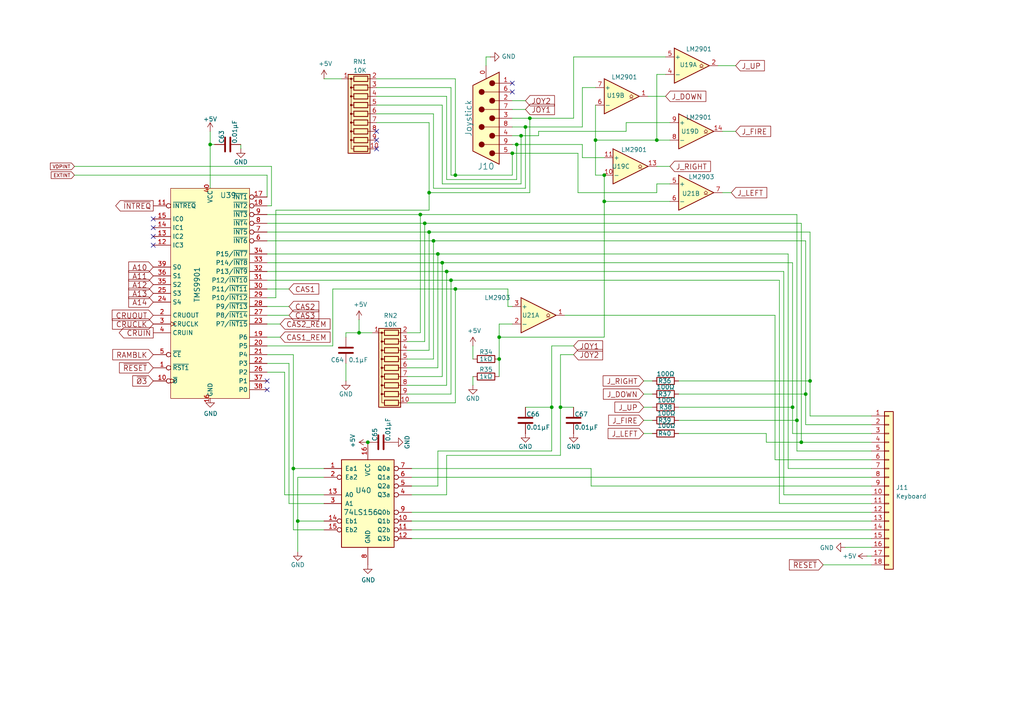
<source format=kicad_sch>
(kicad_sch
	(version 20231120)
	(generator "eeschema")
	(generator_version "8.0")
	(uuid "be9bd86b-4cd5-4bd2-a31b-b062107d2a54")
	(paper "A4")
	(title_block
		(title "TI-99/22")
		(date "2023-01-21")
		(rev "0.96")
		(company "Dan Werner - https://github.com/danwerner21/ti99_22")
		(comment 1 "Schematic for Keyboard, Joystick and Cassette port.")
		(comment 3 "was based on the HackMac KiCAD Design")
		(comment 4 "Based Robert Krenicki's design which")
		(comment 5 "Original - https://github.com/rkrenicki/TI99-Motherboard")
	)
	(lib_symbols
		(symbol "74xx:74LS156"
			(pin_names
				(offset 1.016)
			)
			(exclude_from_sim no)
			(in_bom yes)
			(on_board yes)
			(property "Reference" "U"
				(at -7.62 13.97 0)
				(effects
					(font
						(size 1.27 1.27)
					)
				)
			)
			(property "Value" "74LS156"
				(at -7.62 -13.97 0)
				(effects
					(font
						(size 1.27 1.27)
					)
				)
			)
			(property "Footprint" ""
				(at 0 0 0)
				(effects
					(font
						(size 1.27 1.27)
					)
					(hide yes)
				)
			)
			(property "Datasheet" "http://www.ti.com/lit/gpn/sn74LS156"
				(at 0 0 0)
				(effects
					(font
						(size 1.27 1.27)
					)
					(hide yes)
				)
			)
			(property "Description" "Dual 2 to 4 lines Decoder/Demultiplexer, Open Collector"
				(at 0 0 0)
				(effects
					(font
						(size 1.27 1.27)
					)
					(hide yes)
				)
			)
			(property "ki_locked" ""
				(at 0 0 0)
				(effects
					(font
						(size 1.27 1.27)
					)
				)
			)
			(property "ki_keywords" "TTL DECOD8 DECOD4 DEMUX4 DEMUX8 OpenCol"
				(at 0 0 0)
				(effects
					(font
						(size 1.27 1.27)
					)
					(hide yes)
				)
			)
			(property "ki_fp_filters" "DIP?16*"
				(at 0 0 0)
				(effects
					(font
						(size 1.27 1.27)
					)
					(hide yes)
				)
			)
			(symbol "74LS156_1_0"
				(pin input line
					(at -12.7 10.16 0)
					(length 5.08)
					(name "Ea1"
						(effects
							(font
								(size 1.27 1.27)
							)
						)
					)
					(number "1"
						(effects
							(font
								(size 1.27 1.27)
							)
						)
					)
				)
				(pin output inverted
					(at 12.7 -5.08 180)
					(length 5.08)
					(name "Q1b"
						(effects
							(font
								(size 1.27 1.27)
							)
						)
					)
					(number "10"
						(effects
							(font
								(size 1.27 1.27)
							)
						)
					)
				)
				(pin output inverted
					(at 12.7 -7.62 180)
					(length 5.08)
					(name "Q2b"
						(effects
							(font
								(size 1.27 1.27)
							)
						)
					)
					(number "11"
						(effects
							(font
								(size 1.27 1.27)
							)
						)
					)
				)
				(pin output inverted
					(at 12.7 -10.16 180)
					(length 5.08)
					(name "Q3b"
						(effects
							(font
								(size 1.27 1.27)
							)
						)
					)
					(number "12"
						(effects
							(font
								(size 1.27 1.27)
							)
						)
					)
				)
				(pin input line
					(at -12.7 2.54 0)
					(length 5.08)
					(name "A0"
						(effects
							(font
								(size 1.27 1.27)
							)
						)
					)
					(number "13"
						(effects
							(font
								(size 1.27 1.27)
							)
						)
					)
				)
				(pin input inverted
					(at -12.7 -5.08 0)
					(length 5.08)
					(name "Eb1"
						(effects
							(font
								(size 1.27 1.27)
							)
						)
					)
					(number "14"
						(effects
							(font
								(size 1.27 1.27)
							)
						)
					)
				)
				(pin input inverted
					(at -12.7 -7.62 0)
					(length 5.08)
					(name "Eb2"
						(effects
							(font
								(size 1.27 1.27)
							)
						)
					)
					(number "15"
						(effects
							(font
								(size 1.27 1.27)
							)
						)
					)
				)
				(pin power_in line
					(at 0 17.78 270)
					(length 5.08)
					(name "VCC"
						(effects
							(font
								(size 1.27 1.27)
							)
						)
					)
					(number "16"
						(effects
							(font
								(size 1.27 1.27)
							)
						)
					)
				)
				(pin input inverted
					(at -12.7 7.62 0)
					(length 5.08)
					(name "Ea2"
						(effects
							(font
								(size 1.27 1.27)
							)
						)
					)
					(number "2"
						(effects
							(font
								(size 1.27 1.27)
							)
						)
					)
				)
				(pin input line
					(at -12.7 0 0)
					(length 5.08)
					(name "A1"
						(effects
							(font
								(size 1.27 1.27)
							)
						)
					)
					(number "3"
						(effects
							(font
								(size 1.27 1.27)
							)
						)
					)
				)
				(pin output inverted
					(at 12.7 2.54 180)
					(length 5.08)
					(name "Q3a"
						(effects
							(font
								(size 1.27 1.27)
							)
						)
					)
					(number "4"
						(effects
							(font
								(size 1.27 1.27)
							)
						)
					)
				)
				(pin output inverted
					(at 12.7 5.08 180)
					(length 5.08)
					(name "Q2a"
						(effects
							(font
								(size 1.27 1.27)
							)
						)
					)
					(number "5"
						(effects
							(font
								(size 1.27 1.27)
							)
						)
					)
				)
				(pin output inverted
					(at 12.7 7.62 180)
					(length 5.08)
					(name "Q1a"
						(effects
							(font
								(size 1.27 1.27)
							)
						)
					)
					(number "6"
						(effects
							(font
								(size 1.27 1.27)
							)
						)
					)
				)
				(pin output inverted
					(at 12.7 10.16 180)
					(length 5.08)
					(name "Q0a"
						(effects
							(font
								(size 1.27 1.27)
							)
						)
					)
					(number "7"
						(effects
							(font
								(size 1.27 1.27)
							)
						)
					)
				)
				(pin power_in line
					(at 0 -17.78 90)
					(length 5.08)
					(name "GND"
						(effects
							(font
								(size 1.27 1.27)
							)
						)
					)
					(number "8"
						(effects
							(font
								(size 1.27 1.27)
							)
						)
					)
				)
				(pin output inverted
					(at 12.7 -2.54 180)
					(length 5.08)
					(name "Q0b"
						(effects
							(font
								(size 1.27 1.27)
							)
						)
					)
					(number "9"
						(effects
							(font
								(size 1.27 1.27)
							)
						)
					)
				)
			)
			(symbol "74LS156_1_1"
				(rectangle
					(start -7.62 12.7)
					(end 7.62 -12.7)
					(stroke
						(width 0.254)
						(type default)
					)
					(fill
						(type background)
					)
				)
			)
		)
		(symbol "Comparator:LM2901"
			(pin_names
				(offset 0.127)
			)
			(exclude_from_sim no)
			(in_bom yes)
			(on_board yes)
			(property "Reference" "U"
				(at 0 5.08 0)
				(effects
					(font
						(size 1.27 1.27)
					)
					(justify left)
				)
			)
			(property "Value" "LM2901"
				(at 0 -5.08 0)
				(effects
					(font
						(size 1.27 1.27)
					)
					(justify left)
				)
			)
			(property "Footprint" ""
				(at -1.27 2.54 0)
				(effects
					(font
						(size 1.27 1.27)
					)
					(hide yes)
				)
			)
			(property "Datasheet" "https://www.st.com/resource/en/datasheet/lm2901.pdf"
				(at 1.27 5.08 0)
				(effects
					(font
						(size 1.27 1.27)
					)
					(hide yes)
				)
			)
			(property "Description" "Quad Differential Comparators, DIP-14/SOIC-14/TSSOP-14"
				(at 0 0 0)
				(effects
					(font
						(size 1.27 1.27)
					)
					(hide yes)
				)
			)
			(property "ki_locked" ""
				(at 0 0 0)
				(effects
					(font
						(size 1.27 1.27)
					)
				)
			)
			(property "ki_keywords" "cmp open collector"
				(at 0 0 0)
				(effects
					(font
						(size 1.27 1.27)
					)
					(hide yes)
				)
			)
			(property "ki_fp_filters" "SOIC*3.9x8.7mm*P1.27mm* DIP*W7.62mm* TSSOP*4.4x5mm*P0.65mm*"
				(at 0 0 0)
				(effects
					(font
						(size 1.27 1.27)
					)
					(hide yes)
				)
			)
			(symbol "LM2901_1_1"
				(polyline
					(pts
						(xy -5.08 5.08) (xy 5.08 0) (xy -5.08 -5.08) (xy -5.08 5.08)
					)
					(stroke
						(width 0.254)
						(type default)
					)
					(fill
						(type background)
					)
				)
				(polyline
					(pts
						(xy 3.302 -0.508) (xy 2.794 -0.508) (xy 3.302 0) (xy 2.794 0.508) (xy 2.286 0) (xy 2.794 -0.508)
						(xy 2.286 -0.508)
					)
					(stroke
						(width 0.127)
						(type default)
					)
					(fill
						(type none)
					)
				)
				(pin open_collector line
					(at 7.62 0 180)
					(length 2.54)
					(name "~"
						(effects
							(font
								(size 1.27 1.27)
							)
						)
					)
					(number "2"
						(effects
							(font
								(size 1.27 1.27)
							)
						)
					)
				)
				(pin input line
					(at -7.62 -2.54 0)
					(length 2.54)
					(name "-"
						(effects
							(font
								(size 1.27 1.27)
							)
						)
					)
					(number "4"
						(effects
							(font
								(size 1.27 1.27)
							)
						)
					)
				)
				(pin input line
					(at -7.62 2.54 0)
					(length 2.54)
					(name "+"
						(effects
							(font
								(size 1.27 1.27)
							)
						)
					)
					(number "5"
						(effects
							(font
								(size 1.27 1.27)
							)
						)
					)
				)
			)
			(symbol "LM2901_2_1"
				(polyline
					(pts
						(xy -5.08 5.08) (xy 5.08 0) (xy -5.08 -5.08) (xy -5.08 5.08)
					)
					(stroke
						(width 0.254)
						(type default)
					)
					(fill
						(type background)
					)
				)
				(polyline
					(pts
						(xy 3.302 -0.508) (xy 2.794 -0.508) (xy 3.302 0) (xy 2.794 0.508) (xy 2.286 0) (xy 2.794 -0.508)
						(xy 2.286 -0.508)
					)
					(stroke
						(width 0.127)
						(type default)
					)
					(fill
						(type none)
					)
				)
				(pin open_collector line
					(at 7.62 0 180)
					(length 2.54)
					(name "~"
						(effects
							(font
								(size 1.27 1.27)
							)
						)
					)
					(number "1"
						(effects
							(font
								(size 1.27 1.27)
							)
						)
					)
				)
				(pin input line
					(at -7.62 -2.54 0)
					(length 2.54)
					(name "-"
						(effects
							(font
								(size 1.27 1.27)
							)
						)
					)
					(number "6"
						(effects
							(font
								(size 1.27 1.27)
							)
						)
					)
				)
				(pin input line
					(at -7.62 2.54 0)
					(length 2.54)
					(name "+"
						(effects
							(font
								(size 1.27 1.27)
							)
						)
					)
					(number "7"
						(effects
							(font
								(size 1.27 1.27)
							)
						)
					)
				)
			)
			(symbol "LM2901_3_1"
				(polyline
					(pts
						(xy -5.08 5.08) (xy 5.08 0) (xy -5.08 -5.08) (xy -5.08 5.08)
					)
					(stroke
						(width 0.254)
						(type default)
					)
					(fill
						(type background)
					)
				)
				(polyline
					(pts
						(xy 3.302 -0.508) (xy 2.794 -0.508) (xy 3.302 0) (xy 2.794 0.508) (xy 2.286 0) (xy 2.794 -0.508)
						(xy 2.286 -0.508)
					)
					(stroke
						(width 0.127)
						(type default)
					)
					(fill
						(type none)
					)
				)
				(pin input line
					(at -7.62 -2.54 0)
					(length 2.54)
					(name "-"
						(effects
							(font
								(size 1.27 1.27)
							)
						)
					)
					(number "10"
						(effects
							(font
								(size 1.27 1.27)
							)
						)
					)
				)
				(pin input line
					(at -7.62 2.54 0)
					(length 2.54)
					(name "+"
						(effects
							(font
								(size 1.27 1.27)
							)
						)
					)
					(number "11"
						(effects
							(font
								(size 1.27 1.27)
							)
						)
					)
				)
				(pin open_collector line
					(at 7.62 0 180)
					(length 2.54)
					(name "~"
						(effects
							(font
								(size 1.27 1.27)
							)
						)
					)
					(number "13"
						(effects
							(font
								(size 1.27 1.27)
							)
						)
					)
				)
			)
			(symbol "LM2901_4_1"
				(polyline
					(pts
						(xy -5.08 5.08) (xy 5.08 0) (xy -5.08 -5.08) (xy -5.08 5.08)
					)
					(stroke
						(width 0.254)
						(type default)
					)
					(fill
						(type background)
					)
				)
				(polyline
					(pts
						(xy 3.302 -0.508) (xy 2.794 -0.508) (xy 3.302 0) (xy 2.794 0.508) (xy 2.286 0) (xy 2.794 -0.508)
						(xy 2.286 -0.508)
					)
					(stroke
						(width 0.127)
						(type default)
					)
					(fill
						(type none)
					)
				)
				(pin open_collector line
					(at 7.62 0 180)
					(length 2.54)
					(name "~"
						(effects
							(font
								(size 1.27 1.27)
							)
						)
					)
					(number "14"
						(effects
							(font
								(size 1.27 1.27)
							)
						)
					)
				)
				(pin input line
					(at -7.62 -2.54 0)
					(length 2.54)
					(name "-"
						(effects
							(font
								(size 1.27 1.27)
							)
						)
					)
					(number "8"
						(effects
							(font
								(size 1.27 1.27)
							)
						)
					)
				)
				(pin input line
					(at -7.62 2.54 0)
					(length 2.54)
					(name "+"
						(effects
							(font
								(size 1.27 1.27)
							)
						)
					)
					(number "9"
						(effects
							(font
								(size 1.27 1.27)
							)
						)
					)
				)
			)
			(symbol "LM2901_5_1"
				(pin power_in line
					(at -2.54 -7.62 90)
					(length 3.81)
					(name "V-"
						(effects
							(font
								(size 1.27 1.27)
							)
						)
					)
					(number "12"
						(effects
							(font
								(size 1.27 1.27)
							)
						)
					)
				)
				(pin power_in line
					(at -2.54 7.62 270)
					(length 3.81)
					(name "V+"
						(effects
							(font
								(size 1.27 1.27)
							)
						)
					)
					(number "3"
						(effects
							(font
								(size 1.27 1.27)
							)
						)
					)
				)
			)
		)
		(symbol "Comparator:LM2903"
			(pin_names
				(offset 0.127)
			)
			(exclude_from_sim no)
			(in_bom yes)
			(on_board yes)
			(property "Reference" "U"
				(at 3.81 3.81 0)
				(effects
					(font
						(size 1.27 1.27)
					)
				)
			)
			(property "Value" "LM2903"
				(at 6.35 -3.81 0)
				(effects
					(font
						(size 1.27 1.27)
					)
				)
			)
			(property "Footprint" ""
				(at 0 0 0)
				(effects
					(font
						(size 1.27 1.27)
					)
					(hide yes)
				)
			)
			(property "Datasheet" "http://www.ti.com/lit/ds/symlink/lm393.pdf"
				(at 0 0 0)
				(effects
					(font
						(size 1.27 1.27)
					)
					(hide yes)
				)
			)
			(property "Description" "Low-Power, Low-Offset Voltage, Dual Comparators, DIP-8/SOIC-8/SOP-8/TSSOP-8/VSSOP-8"
				(at 0 0 0)
				(effects
					(font
						(size 1.27 1.27)
					)
					(hide yes)
				)
			)
			(property "ki_locked" ""
				(at 0 0 0)
				(effects
					(font
						(size 1.27 1.27)
					)
				)
			)
			(property "ki_keywords" "cmp open collector"
				(at 0 0 0)
				(effects
					(font
						(size 1.27 1.27)
					)
					(hide yes)
				)
			)
			(property "ki_fp_filters" "SOIC*3.9x4.9mm*P1.27mm* DIP*W7.62mm* SOP*5.28x5.23mm*P1.27mm* VSSOP*3x3mm*P0.65mm* TSSOP*4.4x3mm*P0.65mm*"
				(at 0 0 0)
				(effects
					(font
						(size 1.27 1.27)
					)
					(hide yes)
				)
			)
			(symbol "LM2903_1_1"
				(polyline
					(pts
						(xy -5.08 5.08) (xy 5.08 0) (xy -5.08 -5.08) (xy -5.08 5.08)
					)
					(stroke
						(width 0.254)
						(type default)
					)
					(fill
						(type background)
					)
				)
				(polyline
					(pts
						(xy 3.302 -0.508) (xy 2.794 -0.508) (xy 3.302 0) (xy 2.794 0.508) (xy 2.286 0) (xy 2.794 -0.508)
						(xy 2.286 -0.508)
					)
					(stroke
						(width 0.127)
						(type default)
					)
					(fill
						(type none)
					)
				)
				(pin open_collector line
					(at 7.62 0 180)
					(length 2.54)
					(name "~"
						(effects
							(font
								(size 1.27 1.27)
							)
						)
					)
					(number "1"
						(effects
							(font
								(size 1.27 1.27)
							)
						)
					)
				)
				(pin input line
					(at -7.62 -2.54 0)
					(length 2.54)
					(name "-"
						(effects
							(font
								(size 1.27 1.27)
							)
						)
					)
					(number "2"
						(effects
							(font
								(size 1.27 1.27)
							)
						)
					)
				)
				(pin input line
					(at -7.62 2.54 0)
					(length 2.54)
					(name "+"
						(effects
							(font
								(size 1.27 1.27)
							)
						)
					)
					(number "3"
						(effects
							(font
								(size 1.27 1.27)
							)
						)
					)
				)
			)
			(symbol "LM2903_2_1"
				(polyline
					(pts
						(xy -5.08 5.08) (xy 5.08 0) (xy -5.08 -5.08) (xy -5.08 5.08)
					)
					(stroke
						(width 0.254)
						(type default)
					)
					(fill
						(type background)
					)
				)
				(polyline
					(pts
						(xy 3.302 -0.508) (xy 2.794 -0.508) (xy 3.302 0) (xy 2.794 0.508) (xy 2.286 0) (xy 2.794 -0.508)
						(xy 2.286 -0.508)
					)
					(stroke
						(width 0.127)
						(type default)
					)
					(fill
						(type none)
					)
				)
				(pin input line
					(at -7.62 2.54 0)
					(length 2.54)
					(name "+"
						(effects
							(font
								(size 1.27 1.27)
							)
						)
					)
					(number "5"
						(effects
							(font
								(size 1.27 1.27)
							)
						)
					)
				)
				(pin input line
					(at -7.62 -2.54 0)
					(length 2.54)
					(name "-"
						(effects
							(font
								(size 1.27 1.27)
							)
						)
					)
					(number "6"
						(effects
							(font
								(size 1.27 1.27)
							)
						)
					)
				)
				(pin open_collector line
					(at 7.62 0 180)
					(length 2.54)
					(name "~"
						(effects
							(font
								(size 1.27 1.27)
							)
						)
					)
					(number "7"
						(effects
							(font
								(size 1.27 1.27)
							)
						)
					)
				)
			)
			(symbol "LM2903_3_1"
				(pin power_in line
					(at -2.54 -7.62 90)
					(length 3.81)
					(name "V-"
						(effects
							(font
								(size 1.27 1.27)
							)
						)
					)
					(number "4"
						(effects
							(font
								(size 1.27 1.27)
							)
						)
					)
				)
				(pin power_in line
					(at -2.54 7.62 270)
					(length 3.81)
					(name "V+"
						(effects
							(font
								(size 1.27 1.27)
							)
						)
					)
					(number "8"
						(effects
							(font
								(size 1.27 1.27)
							)
						)
					)
				)
			)
		)
		(symbol "Connector:DE9_Plug_MountingHoles"
			(pin_names
				(offset 1.016) hide)
			(exclude_from_sim no)
			(in_bom yes)
			(on_board yes)
			(property "Reference" "J"
				(at 0 16.51 0)
				(effects
					(font
						(size 1.27 1.27)
					)
				)
			)
			(property "Value" "DE9_Plug_MountingHoles"
				(at 0 14.605 0)
				(effects
					(font
						(size 1.27 1.27)
					)
				)
			)
			(property "Footprint" ""
				(at 0 0 0)
				(effects
					(font
						(size 1.27 1.27)
					)
					(hide yes)
				)
			)
			(property "Datasheet" "~"
				(at 0 0 0)
				(effects
					(font
						(size 1.27 1.27)
					)
					(hide yes)
				)
			)
			(property "Description" "9-pin male plug pin D-SUB connector, Mounting Hole"
				(at 0 0 0)
				(effects
					(font
						(size 1.27 1.27)
					)
					(hide yes)
				)
			)
			(property "ki_keywords" "connector plug male D-SUB DB9"
				(at 0 0 0)
				(effects
					(font
						(size 1.27 1.27)
					)
					(hide yes)
				)
			)
			(property "ki_fp_filters" "DSUB*Male*"
				(at 0 0 0)
				(effects
					(font
						(size 1.27 1.27)
					)
					(hide yes)
				)
			)
			(symbol "DE9_Plug_MountingHoles_0_1"
				(circle
					(center -1.778 -10.16)
					(radius 0.762)
					(stroke
						(width 0)
						(type default)
					)
					(fill
						(type outline)
					)
				)
				(circle
					(center -1.778 -5.08)
					(radius 0.762)
					(stroke
						(width 0)
						(type default)
					)
					(fill
						(type outline)
					)
				)
				(circle
					(center -1.778 0)
					(radius 0.762)
					(stroke
						(width 0)
						(type default)
					)
					(fill
						(type outline)
					)
				)
				(circle
					(center -1.778 5.08)
					(radius 0.762)
					(stroke
						(width 0)
						(type default)
					)
					(fill
						(type outline)
					)
				)
				(circle
					(center -1.778 10.16)
					(radius 0.762)
					(stroke
						(width 0)
						(type default)
					)
					(fill
						(type outline)
					)
				)
				(polyline
					(pts
						(xy -3.81 -10.16) (xy -2.54 -10.16)
					)
					(stroke
						(width 0)
						(type default)
					)
					(fill
						(type none)
					)
				)
				(polyline
					(pts
						(xy -3.81 -7.62) (xy 0.508 -7.62)
					)
					(stroke
						(width 0)
						(type default)
					)
					(fill
						(type none)
					)
				)
				(polyline
					(pts
						(xy -3.81 -5.08) (xy -2.54 -5.08)
					)
					(stroke
						(width 0)
						(type default)
					)
					(fill
						(type none)
					)
				)
				(polyline
					(pts
						(xy -3.81 -2.54) (xy 0.508 -2.54)
					)
					(stroke
						(width 0)
						(type default)
					)
					(fill
						(type none)
					)
				)
				(polyline
					(pts
						(xy -3.81 0) (xy -2.54 0)
					)
					(stroke
						(width 0)
						(type default)
					)
					(fill
						(type none)
					)
				)
				(polyline
					(pts
						(xy -3.81 2.54) (xy 0.508 2.54)
					)
					(stroke
						(width 0)
						(type default)
					)
					(fill
						(type none)
					)
				)
				(polyline
					(pts
						(xy -3.81 5.08) (xy -2.54 5.08)
					)
					(stroke
						(width 0)
						(type default)
					)
					(fill
						(type none)
					)
				)
				(polyline
					(pts
						(xy -3.81 7.62) (xy 0.508 7.62)
					)
					(stroke
						(width 0)
						(type default)
					)
					(fill
						(type none)
					)
				)
				(polyline
					(pts
						(xy -3.81 10.16) (xy -2.54 10.16)
					)
					(stroke
						(width 0)
						(type default)
					)
					(fill
						(type none)
					)
				)
				(polyline
					(pts
						(xy -3.81 -13.335) (xy -3.81 13.335) (xy 3.81 9.525) (xy 3.81 -9.525) (xy -3.81 -13.335)
					)
					(stroke
						(width 0.254)
						(type default)
					)
					(fill
						(type background)
					)
				)
				(circle
					(center 1.27 -7.62)
					(radius 0.762)
					(stroke
						(width 0)
						(type default)
					)
					(fill
						(type outline)
					)
				)
				(circle
					(center 1.27 -2.54)
					(radius 0.762)
					(stroke
						(width 0)
						(type default)
					)
					(fill
						(type outline)
					)
				)
				(circle
					(center 1.27 2.54)
					(radius 0.762)
					(stroke
						(width 0)
						(type default)
					)
					(fill
						(type outline)
					)
				)
				(circle
					(center 1.27 7.62)
					(radius 0.762)
					(stroke
						(width 0)
						(type default)
					)
					(fill
						(type outline)
					)
				)
			)
			(symbol "DE9_Plug_MountingHoles_1_1"
				(pin passive line
					(at 0 -15.24 90)
					(length 3.81)
					(name "PAD"
						(effects
							(font
								(size 1.27 1.27)
							)
						)
					)
					(number "0"
						(effects
							(font
								(size 1.27 1.27)
							)
						)
					)
				)
				(pin passive line
					(at -7.62 -10.16 0)
					(length 3.81)
					(name "1"
						(effects
							(font
								(size 1.27 1.27)
							)
						)
					)
					(number "1"
						(effects
							(font
								(size 1.27 1.27)
							)
						)
					)
				)
				(pin passive line
					(at -7.62 -5.08 0)
					(length 3.81)
					(name "2"
						(effects
							(font
								(size 1.27 1.27)
							)
						)
					)
					(number "2"
						(effects
							(font
								(size 1.27 1.27)
							)
						)
					)
				)
				(pin passive line
					(at -7.62 0 0)
					(length 3.81)
					(name "3"
						(effects
							(font
								(size 1.27 1.27)
							)
						)
					)
					(number "3"
						(effects
							(font
								(size 1.27 1.27)
							)
						)
					)
				)
				(pin passive line
					(at -7.62 5.08 0)
					(length 3.81)
					(name "4"
						(effects
							(font
								(size 1.27 1.27)
							)
						)
					)
					(number "4"
						(effects
							(font
								(size 1.27 1.27)
							)
						)
					)
				)
				(pin passive line
					(at -7.62 10.16 0)
					(length 3.81)
					(name "5"
						(effects
							(font
								(size 1.27 1.27)
							)
						)
					)
					(number "5"
						(effects
							(font
								(size 1.27 1.27)
							)
						)
					)
				)
				(pin passive line
					(at -7.62 -7.62 0)
					(length 3.81)
					(name "6"
						(effects
							(font
								(size 1.27 1.27)
							)
						)
					)
					(number "6"
						(effects
							(font
								(size 1.27 1.27)
							)
						)
					)
				)
				(pin passive line
					(at -7.62 -2.54 0)
					(length 3.81)
					(name "7"
						(effects
							(font
								(size 1.27 1.27)
							)
						)
					)
					(number "7"
						(effects
							(font
								(size 1.27 1.27)
							)
						)
					)
				)
				(pin passive line
					(at -7.62 2.54 0)
					(length 3.81)
					(name "8"
						(effects
							(font
								(size 1.27 1.27)
							)
						)
					)
					(number "8"
						(effects
							(font
								(size 1.27 1.27)
							)
						)
					)
				)
				(pin passive line
					(at -7.62 7.62 0)
					(length 3.81)
					(name "9"
						(effects
							(font
								(size 1.27 1.27)
							)
						)
					)
					(number "9"
						(effects
							(font
								(size 1.27 1.27)
							)
						)
					)
				)
			)
		)
		(symbol "Connector_Generic:Conn_01x18"
			(pin_names
				(offset 1.016) hide)
			(exclude_from_sim no)
			(in_bom yes)
			(on_board yes)
			(property "Reference" "J"
				(at 0 22.86 0)
				(effects
					(font
						(size 1.27 1.27)
					)
				)
			)
			(property "Value" "Conn_01x18"
				(at 0 -25.4 0)
				(effects
					(font
						(size 1.27 1.27)
					)
				)
			)
			(property "Footprint" ""
				(at 0 0 0)
				(effects
					(font
						(size 1.27 1.27)
					)
					(hide yes)
				)
			)
			(property "Datasheet" "~"
				(at 0 0 0)
				(effects
					(font
						(size 1.27 1.27)
					)
					(hide yes)
				)
			)
			(property "Description" "Generic connector, single row, 01x18, script generated (kicad-library-utils/schlib/autogen/connector/)"
				(at 0 0 0)
				(effects
					(font
						(size 1.27 1.27)
					)
					(hide yes)
				)
			)
			(property "ki_keywords" "connector"
				(at 0 0 0)
				(effects
					(font
						(size 1.27 1.27)
					)
					(hide yes)
				)
			)
			(property "ki_fp_filters" "Connector*:*_1x??_*"
				(at 0 0 0)
				(effects
					(font
						(size 1.27 1.27)
					)
					(hide yes)
				)
			)
			(symbol "Conn_01x18_1_1"
				(rectangle
					(start -1.27 -22.733)
					(end 0 -22.987)
					(stroke
						(width 0.1524)
						(type default)
					)
					(fill
						(type none)
					)
				)
				(rectangle
					(start -1.27 -20.193)
					(end 0 -20.447)
					(stroke
						(width 0.1524)
						(type default)
					)
					(fill
						(type none)
					)
				)
				(rectangle
					(start -1.27 -17.653)
					(end 0 -17.907)
					(stroke
						(width 0.1524)
						(type default)
					)
					(fill
						(type none)
					)
				)
				(rectangle
					(start -1.27 -15.113)
					(end 0 -15.367)
					(stroke
						(width 0.1524)
						(type default)
					)
					(fill
						(type none)
					)
				)
				(rectangle
					(start -1.27 -12.573)
					(end 0 -12.827)
					(stroke
						(width 0.1524)
						(type default)
					)
					(fill
						(type none)
					)
				)
				(rectangle
					(start -1.27 -10.033)
					(end 0 -10.287)
					(stroke
						(width 0.1524)
						(type default)
					)
					(fill
						(type none)
					)
				)
				(rectangle
					(start -1.27 -7.493)
					(end 0 -7.747)
					(stroke
						(width 0.1524)
						(type default)
					)
					(fill
						(type none)
					)
				)
				(rectangle
					(start -1.27 -4.953)
					(end 0 -5.207)
					(stroke
						(width 0.1524)
						(type default)
					)
					(fill
						(type none)
					)
				)
				(rectangle
					(start -1.27 -2.413)
					(end 0 -2.667)
					(stroke
						(width 0.1524)
						(type default)
					)
					(fill
						(type none)
					)
				)
				(rectangle
					(start -1.27 0.127)
					(end 0 -0.127)
					(stroke
						(width 0.1524)
						(type default)
					)
					(fill
						(type none)
					)
				)
				(rectangle
					(start -1.27 2.667)
					(end 0 2.413)
					(stroke
						(width 0.1524)
						(type default)
					)
					(fill
						(type none)
					)
				)
				(rectangle
					(start -1.27 5.207)
					(end 0 4.953)
					(stroke
						(width 0.1524)
						(type default)
					)
					(fill
						(type none)
					)
				)
				(rectangle
					(start -1.27 7.747)
					(end 0 7.493)
					(stroke
						(width 0.1524)
						(type default)
					)
					(fill
						(type none)
					)
				)
				(rectangle
					(start -1.27 10.287)
					(end 0 10.033)
					(stroke
						(width 0.1524)
						(type default)
					)
					(fill
						(type none)
					)
				)
				(rectangle
					(start -1.27 12.827)
					(end 0 12.573)
					(stroke
						(width 0.1524)
						(type default)
					)
					(fill
						(type none)
					)
				)
				(rectangle
					(start -1.27 15.367)
					(end 0 15.113)
					(stroke
						(width 0.1524)
						(type default)
					)
					(fill
						(type none)
					)
				)
				(rectangle
					(start -1.27 17.907)
					(end 0 17.653)
					(stroke
						(width 0.1524)
						(type default)
					)
					(fill
						(type none)
					)
				)
				(rectangle
					(start -1.27 20.447)
					(end 0 20.193)
					(stroke
						(width 0.1524)
						(type default)
					)
					(fill
						(type none)
					)
				)
				(rectangle
					(start -1.27 21.59)
					(end 1.27 -24.13)
					(stroke
						(width 0.254)
						(type default)
					)
					(fill
						(type background)
					)
				)
				(pin passive line
					(at -5.08 20.32 0)
					(length 3.81)
					(name "Pin_1"
						(effects
							(font
								(size 1.27 1.27)
							)
						)
					)
					(number "1"
						(effects
							(font
								(size 1.27 1.27)
							)
						)
					)
				)
				(pin passive line
					(at -5.08 -2.54 0)
					(length 3.81)
					(name "Pin_10"
						(effects
							(font
								(size 1.27 1.27)
							)
						)
					)
					(number "10"
						(effects
							(font
								(size 1.27 1.27)
							)
						)
					)
				)
				(pin passive line
					(at -5.08 -5.08 0)
					(length 3.81)
					(name "Pin_11"
						(effects
							(font
								(size 1.27 1.27)
							)
						)
					)
					(number "11"
						(effects
							(font
								(size 1.27 1.27)
							)
						)
					)
				)
				(pin passive line
					(at -5.08 -7.62 0)
					(length 3.81)
					(name "Pin_12"
						(effects
							(font
								(size 1.27 1.27)
							)
						)
					)
					(number "12"
						(effects
							(font
								(size 1.27 1.27)
							)
						)
					)
				)
				(pin passive line
					(at -5.08 -10.16 0)
					(length 3.81)
					(name "Pin_13"
						(effects
							(font
								(size 1.27 1.27)
							)
						)
					)
					(number "13"
						(effects
							(font
								(size 1.27 1.27)
							)
						)
					)
				)
				(pin passive line
					(at -5.08 -12.7 0)
					(length 3.81)
					(name "Pin_14"
						(effects
							(font
								(size 1.27 1.27)
							)
						)
					)
					(number "14"
						(effects
							(font
								(size 1.27 1.27)
							)
						)
					)
				)
				(pin passive line
					(at -5.08 -15.24 0)
					(length 3.81)
					(name "Pin_15"
						(effects
							(font
								(size 1.27 1.27)
							)
						)
					)
					(number "15"
						(effects
							(font
								(size 1.27 1.27)
							)
						)
					)
				)
				(pin passive line
					(at -5.08 -17.78 0)
					(length 3.81)
					(name "Pin_16"
						(effects
							(font
								(size 1.27 1.27)
							)
						)
					)
					(number "16"
						(effects
							(font
								(size 1.27 1.27)
							)
						)
					)
				)
				(pin passive line
					(at -5.08 -20.32 0)
					(length 3.81)
					(name "Pin_17"
						(effects
							(font
								(size 1.27 1.27)
							)
						)
					)
					(number "17"
						(effects
							(font
								(size 1.27 1.27)
							)
						)
					)
				)
				(pin passive line
					(at -5.08 -22.86 0)
					(length 3.81)
					(name "Pin_18"
						(effects
							(font
								(size 1.27 1.27)
							)
						)
					)
					(number "18"
						(effects
							(font
								(size 1.27 1.27)
							)
						)
					)
				)
				(pin passive line
					(at -5.08 17.78 0)
					(length 3.81)
					(name "Pin_2"
						(effects
							(font
								(size 1.27 1.27)
							)
						)
					)
					(number "2"
						(effects
							(font
								(size 1.27 1.27)
							)
						)
					)
				)
				(pin passive line
					(at -5.08 15.24 0)
					(length 3.81)
					(name "Pin_3"
						(effects
							(font
								(size 1.27 1.27)
							)
						)
					)
					(number "3"
						(effects
							(font
								(size 1.27 1.27)
							)
						)
					)
				)
				(pin passive line
					(at -5.08 12.7 0)
					(length 3.81)
					(name "Pin_4"
						(effects
							(font
								(size 1.27 1.27)
							)
						)
					)
					(number "4"
						(effects
							(font
								(size 1.27 1.27)
							)
						)
					)
				)
				(pin passive line
					(at -5.08 10.16 0)
					(length 3.81)
					(name "Pin_5"
						(effects
							(font
								(size 1.27 1.27)
							)
						)
					)
					(number "5"
						(effects
							(font
								(size 1.27 1.27)
							)
						)
					)
				)
				(pin passive line
					(at -5.08 7.62 0)
					(length 3.81)
					(name "Pin_6"
						(effects
							(font
								(size 1.27 1.27)
							)
						)
					)
					(number "6"
						(effects
							(font
								(size 1.27 1.27)
							)
						)
					)
				)
				(pin passive line
					(at -5.08 5.08 0)
					(length 3.81)
					(name "Pin_7"
						(effects
							(font
								(size 1.27 1.27)
							)
						)
					)
					(number "7"
						(effects
							(font
								(size 1.27 1.27)
							)
						)
					)
				)
				(pin passive line
					(at -5.08 2.54 0)
					(length 3.81)
					(name "Pin_8"
						(effects
							(font
								(size 1.27 1.27)
							)
						)
					)
					(number "8"
						(effects
							(font
								(size 1.27 1.27)
							)
						)
					)
				)
				(pin passive line
					(at -5.08 0 0)
					(length 3.81)
					(name "Pin_9"
						(effects
							(font
								(size 1.27 1.27)
							)
						)
					)
					(number "9"
						(effects
							(font
								(size 1.27 1.27)
							)
						)
					)
				)
			)
		)
		(symbol "Custom:TMS9901"
			(exclude_from_sim no)
			(in_bom yes)
			(on_board yes)
			(property "Reference" "U"
				(at 0 0 0)
				(effects
					(font
						(size 1.27 1.27)
					)
				)
			)
			(property "Value" ""
				(at 0 0 0)
				(effects
					(font
						(size 1.27 1.27)
					)
				)
			)
			(property "Footprint" ""
				(at 0 0 0)
				(effects
					(font
						(size 1.27 1.27)
					)
					(hide yes)
				)
			)
			(property "Datasheet" ""
				(at 0 0 0)
				(effects
					(font
						(size 1.27 1.27)
					)
					(hide yes)
				)
			)
			(property "Description" ""
				(at 0 0 0)
				(effects
					(font
						(size 1.27 1.27)
					)
					(hide yes)
				)
			)
			(symbol "TMS9901_0_1"
				(rectangle
					(start -10.16 27.94)
					(end 12.7 -33.02)
					(stroke
						(width 0)
						(type default)
					)
					(fill
						(type background)
					)
				)
			)
			(symbol "TMS9901_1_1"
				(pin input inverted
					(at -15.24 -24.13 0)
					(length 5.08)
					(name "~{RST1}"
						(effects
							(font
								(size 1.27 1.27)
							)
						)
					)
					(number "1"
						(effects
							(font
								(size 1.27 1.27)
							)
						)
					)
				)
				(pin input inverted_clock
					(at -15.24 -27.94 0)
					(length 5.08)
					(name "~{Ø}"
						(effects
							(font
								(size 1.27 1.27)
							)
						)
					)
					(number "10"
						(effects
							(font
								(size 1.27 1.27)
							)
						)
					)
				)
				(pin output inverted
					(at -15.24 22.86 0)
					(length 5.08)
					(name "~{INTREQ}"
						(effects
							(font
								(size 1.27 1.27)
							)
						)
					)
					(number "11"
						(effects
							(font
								(size 1.27 1.27)
							)
						)
					)
				)
				(pin output line
					(at -15.24 11.43 0)
					(length 5.08)
					(name "IC3"
						(effects
							(font
								(size 1.27 1.27)
							)
						)
					)
					(number "12"
						(effects
							(font
								(size 1.27 1.27)
							)
						)
					)
				)
				(pin output line
					(at -15.24 13.97 0)
					(length 5.08)
					(name "IC2"
						(effects
							(font
								(size 1.27 1.27)
							)
						)
					)
					(number "13"
						(effects
							(font
								(size 1.27 1.27)
							)
						)
					)
				)
				(pin output line
					(at -15.24 16.51 0)
					(length 5.08)
					(name "IC1"
						(effects
							(font
								(size 1.27 1.27)
							)
						)
					)
					(number "14"
						(effects
							(font
								(size 1.27 1.27)
							)
						)
					)
				)
				(pin output line
					(at -15.24 19.05 0)
					(length 5.08)
					(name "IC0"
						(effects
							(font
								(size 1.27 1.27)
							)
						)
					)
					(number "15"
						(effects
							(font
								(size 1.27 1.27)
							)
						)
					)
				)
				(pin power_in line
					(at 1.27 -33.02 90)
					(length 0)
					(name "GND"
						(effects
							(font
								(size 1.27 1.27)
							)
						)
					)
					(number "16"
						(effects
							(font
								(size 1.27 1.27)
							)
						)
					)
				)
				(pin input inverted
					(at 17.78 25.4 180)
					(length 5.08)
					(name "~{INT1}"
						(effects
							(font
								(size 1.27 1.27)
							)
						)
					)
					(number "17"
						(effects
							(font
								(size 1.27 1.27)
							)
						)
					)
				)
				(pin input inverted
					(at 17.78 22.86 180)
					(length 5.08)
					(name "~{INT2}"
						(effects
							(font
								(size 1.27 1.27)
							)
						)
					)
					(number "18"
						(effects
							(font
								(size 1.27 1.27)
							)
						)
					)
				)
				(pin bidirectional line
					(at 17.78 -15.24 180)
					(length 5.08)
					(name "P6"
						(effects
							(font
								(size 1.27 1.27)
							)
						)
					)
					(number "19"
						(effects
							(font
								(size 1.27 1.27)
							)
						)
					)
				)
				(pin input line
					(at -15.24 -8.89 0)
					(length 5.08)
					(name "CRUOUT"
						(effects
							(font
								(size 1.27 1.27)
							)
						)
					)
					(number "2"
						(effects
							(font
								(size 1.27 1.27)
							)
						)
					)
				)
				(pin bidirectional line
					(at 17.78 -17.78 180)
					(length 5.08)
					(name "P5"
						(effects
							(font
								(size 1.27 1.27)
							)
						)
					)
					(number "20"
						(effects
							(font
								(size 1.27 1.27)
							)
						)
					)
				)
				(pin bidirectional line
					(at 17.78 -20.32 180)
					(length 5.08)
					(name "P4"
						(effects
							(font
								(size 1.27 1.27)
							)
						)
					)
					(number "21"
						(effects
							(font
								(size 1.27 1.27)
							)
						)
					)
				)
				(pin bidirectional line
					(at 17.78 -22.86 180)
					(length 5.08)
					(name "P3"
						(effects
							(font
								(size 1.27 1.27)
							)
						)
					)
					(number "22"
						(effects
							(font
								(size 1.27 1.27)
							)
						)
					)
				)
				(pin bidirectional line
					(at 17.78 -11.43 180)
					(length 5.08)
					(name "P7/~{INT15}"
						(effects
							(font
								(size 1.27 1.27)
							)
						)
					)
					(number "23"
						(effects
							(font
								(size 1.27 1.27)
							)
						)
					)
				)
				(pin input line
					(at -15.24 -5.08 0)
					(length 5.08)
					(name "S4"
						(effects
							(font
								(size 1.27 1.27)
							)
						)
					)
					(number "24"
						(effects
							(font
								(size 1.27 1.27)
							)
						)
					)
				)
				(pin input line
					(at -15.24 -2.54 0)
					(length 5.08)
					(name "S3"
						(effects
							(font
								(size 1.27 1.27)
							)
						)
					)
					(number "25"
						(effects
							(font
								(size 1.27 1.27)
							)
						)
					)
				)
				(pin bidirectional line
					(at 17.78 -25.4 180)
					(length 5.08)
					(name "P2"
						(effects
							(font
								(size 1.27 1.27)
							)
						)
					)
					(number "26"
						(effects
							(font
								(size 1.27 1.27)
							)
						)
					)
				)
				(pin bidirectional line
					(at 17.78 -8.89 180)
					(length 5.08)
					(name "P8/~{INT14}"
						(effects
							(font
								(size 1.27 1.27)
							)
						)
					)
					(number "27"
						(effects
							(font
								(size 1.27 1.27)
							)
						)
					)
				)
				(pin bidirectional line
					(at 17.78 -6.35 180)
					(length 5.08)
					(name "P9/~{INT13}"
						(effects
							(font
								(size 1.27 1.27)
							)
						)
					)
					(number "28"
						(effects
							(font
								(size 1.27 1.27)
							)
						)
					)
				)
				(pin bidirectional line
					(at 17.78 -3.81 180)
					(length 5.08)
					(name "P10/~{INT12}"
						(effects
							(font
								(size 1.27 1.27)
							)
						)
					)
					(number "29"
						(effects
							(font
								(size 1.27 1.27)
							)
						)
					)
				)
				(pin input clock
					(at -15.24 -11.43 0)
					(length 5.08)
					(name "CRUCLK"
						(effects
							(font
								(size 1.27 1.27)
							)
						)
					)
					(number "3"
						(effects
							(font
								(size 1.27 1.27)
							)
						)
					)
				)
				(pin bidirectional line
					(at 17.78 -1.27 180)
					(length 5.08)
					(name "P11/~{INT11}"
						(effects
							(font
								(size 1.27 1.27)
							)
						)
					)
					(number "30"
						(effects
							(font
								(size 1.27 1.27)
							)
						)
					)
				)
				(pin bidirectional line
					(at 17.78 1.27 180)
					(length 5.08)
					(name "P12/~{INT10}"
						(effects
							(font
								(size 1.27 1.27)
							)
						)
					)
					(number "31"
						(effects
							(font
								(size 1.27 1.27)
							)
						)
					)
				)
				(pin bidirectional line
					(at 17.78 3.81 180)
					(length 5.08)
					(name "P13/~{INT9}"
						(effects
							(font
								(size 1.27 1.27)
							)
						)
					)
					(number "32"
						(effects
							(font
								(size 1.27 1.27)
							)
						)
					)
				)
				(pin bidirectional line
					(at 17.78 6.35 180)
					(length 5.08)
					(name "P14/~{INT8}"
						(effects
							(font
								(size 1.27 1.27)
							)
						)
					)
					(number "33"
						(effects
							(font
								(size 1.27 1.27)
							)
						)
					)
				)
				(pin bidirectional line
					(at 17.78 8.89 180)
					(length 5.08)
					(name "P15/~{INT7}"
						(effects
							(font
								(size 1.27 1.27)
							)
						)
					)
					(number "34"
						(effects
							(font
								(size 1.27 1.27)
							)
						)
					)
				)
				(pin input line
					(at -15.24 0 0)
					(length 5.08)
					(name "S2"
						(effects
							(font
								(size 1.27 1.27)
							)
						)
					)
					(number "35"
						(effects
							(font
								(size 1.27 1.27)
							)
						)
					)
				)
				(pin input line
					(at -15.24 2.54 0)
					(length 5.08)
					(name "S1"
						(effects
							(font
								(size 1.27 1.27)
							)
						)
					)
					(number "36"
						(effects
							(font
								(size 1.27 1.27)
							)
						)
					)
				)
				(pin bidirectional line
					(at 17.78 -27.94 180)
					(length 5.08)
					(name "P1"
						(effects
							(font
								(size 1.27 1.27)
							)
						)
					)
					(number "37"
						(effects
							(font
								(size 1.27 1.27)
							)
						)
					)
				)
				(pin bidirectional line
					(at 17.78 -30.48 180)
					(length 5.08)
					(name "P0"
						(effects
							(font
								(size 1.27 1.27)
							)
						)
					)
					(number "38"
						(effects
							(font
								(size 1.27 1.27)
							)
						)
					)
				)
				(pin input line
					(at -15.24 5.08 0)
					(length 5.08)
					(name "S0"
						(effects
							(font
								(size 1.27 1.27)
							)
						)
					)
					(number "39"
						(effects
							(font
								(size 1.27 1.27)
							)
						)
					)
				)
				(pin output line
					(at -15.24 -13.97 0)
					(length 5.08)
					(name "CRUIN"
						(effects
							(font
								(size 1.27 1.27)
							)
						)
					)
					(number "4"
						(effects
							(font
								(size 1.27 1.27)
							)
						)
					)
				)
				(pin power_in line
					(at 1.27 27.94 270)
					(length 0)
					(name "VCC"
						(effects
							(font
								(size 1.27 1.27)
							)
						)
					)
					(number "40"
						(effects
							(font
								(size 1.27 1.27)
							)
						)
					)
				)
				(pin input inverted
					(at -15.24 -20.32 0)
					(length 5.08)
					(name "~{CE}"
						(effects
							(font
								(size 1.27 1.27)
							)
						)
					)
					(number "5"
						(effects
							(font
								(size 1.27 1.27)
							)
						)
					)
				)
				(pin input inverted
					(at 17.78 12.7 180)
					(length 5.08)
					(name "~{INT6}"
						(effects
							(font
								(size 1.27 1.27)
							)
						)
					)
					(number "6"
						(effects
							(font
								(size 1.27 1.27)
							)
						)
					)
				)
				(pin input inverted
					(at 17.78 15.24 180)
					(length 5.08)
					(name "~{INT5}"
						(effects
							(font
								(size 1.27 1.27)
							)
						)
					)
					(number "7"
						(effects
							(font
								(size 1.27 1.27)
							)
						)
					)
				)
				(pin input inverted
					(at 17.78 17.78 180)
					(length 5.08)
					(name "~{INT4}"
						(effects
							(font
								(size 1.27 1.27)
							)
						)
					)
					(number "8"
						(effects
							(font
								(size 1.27 1.27)
							)
						)
					)
				)
				(pin input inverted
					(at 17.78 20.32 180)
					(length 5.08)
					(name "~{INT3}"
						(effects
							(font
								(size 1.27 1.27)
							)
						)
					)
					(number "9"
						(effects
							(font
								(size 1.27 1.27)
							)
						)
					)
				)
			)
		)
		(symbol "Device:C"
			(pin_numbers hide)
			(pin_names
				(offset 0.254)
			)
			(exclude_from_sim no)
			(in_bom yes)
			(on_board yes)
			(property "Reference" "C"
				(at 0.635 2.54 0)
				(effects
					(font
						(size 1.27 1.27)
					)
					(justify left)
				)
			)
			(property "Value" "C"
				(at 0.635 -2.54 0)
				(effects
					(font
						(size 1.27 1.27)
					)
					(justify left)
				)
			)
			(property "Footprint" ""
				(at 0.9652 -3.81 0)
				(effects
					(font
						(size 1.27 1.27)
					)
					(hide yes)
				)
			)
			(property "Datasheet" "~"
				(at 0 0 0)
				(effects
					(font
						(size 1.27 1.27)
					)
					(hide yes)
				)
			)
			(property "Description" "Unpolarized capacitor"
				(at 0 0 0)
				(effects
					(font
						(size 1.27 1.27)
					)
					(hide yes)
				)
			)
			(property "ki_keywords" "cap capacitor"
				(at 0 0 0)
				(effects
					(font
						(size 1.27 1.27)
					)
					(hide yes)
				)
			)
			(property "ki_fp_filters" "C_*"
				(at 0 0 0)
				(effects
					(font
						(size 1.27 1.27)
					)
					(hide yes)
				)
			)
			(symbol "C_0_1"
				(polyline
					(pts
						(xy -2.032 -0.762) (xy 2.032 -0.762)
					)
					(stroke
						(width 0.508)
						(type default)
					)
					(fill
						(type none)
					)
				)
				(polyline
					(pts
						(xy -2.032 0.762) (xy 2.032 0.762)
					)
					(stroke
						(width 0.508)
						(type default)
					)
					(fill
						(type none)
					)
				)
			)
			(symbol "C_1_1"
				(pin passive line
					(at 0 3.81 270)
					(length 2.794)
					(name "~"
						(effects
							(font
								(size 1.27 1.27)
							)
						)
					)
					(number "1"
						(effects
							(font
								(size 1.27 1.27)
							)
						)
					)
				)
				(pin passive line
					(at 0 -3.81 90)
					(length 2.794)
					(name "~"
						(effects
							(font
								(size 1.27 1.27)
							)
						)
					)
					(number "2"
						(effects
							(font
								(size 1.27 1.27)
							)
						)
					)
				)
			)
		)
		(symbol "Device:R"
			(pin_numbers hide)
			(pin_names
				(offset 0)
			)
			(exclude_from_sim no)
			(in_bom yes)
			(on_board yes)
			(property "Reference" "R"
				(at 2.032 0 90)
				(effects
					(font
						(size 1.27 1.27)
					)
				)
			)
			(property "Value" "R"
				(at 0 0 90)
				(effects
					(font
						(size 1.27 1.27)
					)
				)
			)
			(property "Footprint" ""
				(at -1.778 0 90)
				(effects
					(font
						(size 1.27 1.27)
					)
					(hide yes)
				)
			)
			(property "Datasheet" "~"
				(at 0 0 0)
				(effects
					(font
						(size 1.27 1.27)
					)
					(hide yes)
				)
			)
			(property "Description" "Resistor"
				(at 0 0 0)
				(effects
					(font
						(size 1.27 1.27)
					)
					(hide yes)
				)
			)
			(property "ki_keywords" "R res resistor"
				(at 0 0 0)
				(effects
					(font
						(size 1.27 1.27)
					)
					(hide yes)
				)
			)
			(property "ki_fp_filters" "R_*"
				(at 0 0 0)
				(effects
					(font
						(size 1.27 1.27)
					)
					(hide yes)
				)
			)
			(symbol "R_0_1"
				(rectangle
					(start -1.016 -2.54)
					(end 1.016 2.54)
					(stroke
						(width 0.254)
						(type default)
					)
					(fill
						(type none)
					)
				)
			)
			(symbol "R_1_1"
				(pin passive line
					(at 0 3.81 270)
					(length 1.27)
					(name "~"
						(effects
							(font
								(size 1.27 1.27)
							)
						)
					)
					(number "1"
						(effects
							(font
								(size 1.27 1.27)
							)
						)
					)
				)
				(pin passive line
					(at 0 -3.81 90)
					(length 1.27)
					(name "~"
						(effects
							(font
								(size 1.27 1.27)
							)
						)
					)
					(number "2"
						(effects
							(font
								(size 1.27 1.27)
							)
						)
					)
				)
			)
		)
		(symbol "Device:R_Network09"
			(pin_names
				(offset 0) hide)
			(exclude_from_sim no)
			(in_bom yes)
			(on_board yes)
			(property "Reference" "RN"
				(at -12.7 0 90)
				(effects
					(font
						(size 1.27 1.27)
					)
				)
			)
			(property "Value" "R_Network09"
				(at 12.7 0 90)
				(effects
					(font
						(size 1.27 1.27)
					)
				)
			)
			(property "Footprint" "Resistor_THT:R_Array_SIP10"
				(at 14.605 0 90)
				(effects
					(font
						(size 1.27 1.27)
					)
					(hide yes)
				)
			)
			(property "Datasheet" "http://www.vishay.com/docs/31509/csc.pdf"
				(at 0 0 0)
				(effects
					(font
						(size 1.27 1.27)
					)
					(hide yes)
				)
			)
			(property "Description" "9 resistor network, star topology, bussed resistors, small symbol"
				(at 0 0 0)
				(effects
					(font
						(size 1.27 1.27)
					)
					(hide yes)
				)
			)
			(property "ki_keywords" "R network star-topology"
				(at 0 0 0)
				(effects
					(font
						(size 1.27 1.27)
					)
					(hide yes)
				)
			)
			(property "ki_fp_filters" "R?Array?SIP*"
				(at 0 0 0)
				(effects
					(font
						(size 1.27 1.27)
					)
					(hide yes)
				)
			)
			(symbol "R_Network09_0_1"
				(rectangle
					(start -11.43 -3.175)
					(end 11.43 3.175)
					(stroke
						(width 0.254)
						(type default)
					)
					(fill
						(type background)
					)
				)
				(rectangle
					(start -10.922 1.524)
					(end -9.398 -2.54)
					(stroke
						(width 0.254)
						(type default)
					)
					(fill
						(type none)
					)
				)
				(circle
					(center -10.16 2.286)
					(radius 0.254)
					(stroke
						(width 0)
						(type default)
					)
					(fill
						(type outline)
					)
				)
				(rectangle
					(start -8.382 1.524)
					(end -6.858 -2.54)
					(stroke
						(width 0.254)
						(type default)
					)
					(fill
						(type none)
					)
				)
				(circle
					(center -7.62 2.286)
					(radius 0.254)
					(stroke
						(width 0)
						(type default)
					)
					(fill
						(type outline)
					)
				)
				(rectangle
					(start -5.842 1.524)
					(end -4.318 -2.54)
					(stroke
						(width 0.254)
						(type default)
					)
					(fill
						(type none)
					)
				)
				(circle
					(center -5.08 2.286)
					(radius 0.254)
					(stroke
						(width 0)
						(type default)
					)
					(fill
						(type outline)
					)
				)
				(rectangle
					(start -3.302 1.524)
					(end -1.778 -2.54)
					(stroke
						(width 0.254)
						(type default)
					)
					(fill
						(type none)
					)
				)
				(circle
					(center -2.54 2.286)
					(radius 0.254)
					(stroke
						(width 0)
						(type default)
					)
					(fill
						(type outline)
					)
				)
				(rectangle
					(start -0.762 1.524)
					(end 0.762 -2.54)
					(stroke
						(width 0.254)
						(type default)
					)
					(fill
						(type none)
					)
				)
				(polyline
					(pts
						(xy -10.16 -2.54) (xy -10.16 -3.81)
					)
					(stroke
						(width 0)
						(type default)
					)
					(fill
						(type none)
					)
				)
				(polyline
					(pts
						(xy -7.62 -2.54) (xy -7.62 -3.81)
					)
					(stroke
						(width 0)
						(type default)
					)
					(fill
						(type none)
					)
				)
				(polyline
					(pts
						(xy -5.08 -2.54) (xy -5.08 -3.81)
					)
					(stroke
						(width 0)
						(type default)
					)
					(fill
						(type none)
					)
				)
				(polyline
					(pts
						(xy -2.54 -2.54) (xy -2.54 -3.81)
					)
					(stroke
						(width 0)
						(type default)
					)
					(fill
						(type none)
					)
				)
				(polyline
					(pts
						(xy 0 -2.54) (xy 0 -3.81)
					)
					(stroke
						(width 0)
						(type default)
					)
					(fill
						(type none)
					)
				)
				(polyline
					(pts
						(xy 2.54 -2.54) (xy 2.54 -3.81)
					)
					(stroke
						(width 0)
						(type default)
					)
					(fill
						(type none)
					)
				)
				(polyline
					(pts
						(xy 5.08 -2.54) (xy 5.08 -3.81)
					)
					(stroke
						(width 0)
						(type default)
					)
					(fill
						(type none)
					)
				)
				(polyline
					(pts
						(xy 7.62 -2.54) (xy 7.62 -3.81)
					)
					(stroke
						(width 0)
						(type default)
					)
					(fill
						(type none)
					)
				)
				(polyline
					(pts
						(xy 10.16 -2.54) (xy 10.16 -3.81)
					)
					(stroke
						(width 0)
						(type default)
					)
					(fill
						(type none)
					)
				)
				(polyline
					(pts
						(xy -10.16 1.524) (xy -10.16 2.286) (xy -7.62 2.286) (xy -7.62 1.524)
					)
					(stroke
						(width 0)
						(type default)
					)
					(fill
						(type none)
					)
				)
				(polyline
					(pts
						(xy -7.62 1.524) (xy -7.62 2.286) (xy -5.08 2.286) (xy -5.08 1.524)
					)
					(stroke
						(width 0)
						(type default)
					)
					(fill
						(type none)
					)
				)
				(polyline
					(pts
						(xy -5.08 1.524) (xy -5.08 2.286) (xy -2.54 2.286) (xy -2.54 1.524)
					)
					(stroke
						(width 0)
						(type default)
					)
					(fill
						(type none)
					)
				)
				(polyline
					(pts
						(xy -2.54 1.524) (xy -2.54 2.286) (xy 0 2.286) (xy 0 1.524)
					)
					(stroke
						(width 0)
						(type default)
					)
					(fill
						(type none)
					)
				)
				(polyline
					(pts
						(xy 0 1.524) (xy 0 2.286) (xy 2.54 2.286) (xy 2.54 1.524)
					)
					(stroke
						(width 0)
						(type default)
					)
					(fill
						(type none)
					)
				)
				(polyline
					(pts
						(xy 2.54 1.524) (xy 2.54 2.286) (xy 5.08 2.286) (xy 5.08 1.524)
					)
					(stroke
						(width 0)
						(type default)
					)
					(fill
						(type none)
					)
				)
				(polyline
					(pts
						(xy 5.08 1.524) (xy 5.08 2.286) (xy 7.62 2.286) (xy 7.62 1.524)
					)
					(stroke
						(width 0)
						(type default)
					)
					(fill
						(type none)
					)
				)
				(polyline
					(pts
						(xy 7.62 1.524) (xy 7.62 2.286) (xy 10.16 2.286) (xy 10.16 1.524)
					)
					(stroke
						(width 0)
						(type default)
					)
					(fill
						(type none)
					)
				)
				(circle
					(center 0 2.286)
					(radius 0.254)
					(stroke
						(width 0)
						(type default)
					)
					(fill
						(type outline)
					)
				)
				(rectangle
					(start 1.778 1.524)
					(end 3.302 -2.54)
					(stroke
						(width 0.254)
						(type default)
					)
					(fill
						(type none)
					)
				)
				(circle
					(center 2.54 2.286)
					(radius 0.254)
					(stroke
						(width 0)
						(type default)
					)
					(fill
						(type outline)
					)
				)
				(rectangle
					(start 4.318 1.524)
					(end 5.842 -2.54)
					(stroke
						(width 0.254)
						(type default)
					)
					(fill
						(type none)
					)
				)
				(circle
					(center 5.08 2.286)
					(radius 0.254)
					(stroke
						(width 0)
						(type default)
					)
					(fill
						(type outline)
					)
				)
				(rectangle
					(start 6.858 1.524)
					(end 8.382 -2.54)
					(stroke
						(width 0.254)
						(type default)
					)
					(fill
						(type none)
					)
				)
				(circle
					(center 7.62 2.286)
					(radius 0.254)
					(stroke
						(width 0)
						(type default)
					)
					(fill
						(type outline)
					)
				)
				(rectangle
					(start 9.398 1.524)
					(end 10.922 -2.54)
					(stroke
						(width 0.254)
						(type default)
					)
					(fill
						(type none)
					)
				)
			)
			(symbol "R_Network09_1_1"
				(pin passive line
					(at -10.16 5.08 270)
					(length 2.54)
					(name "common"
						(effects
							(font
								(size 1.27 1.27)
							)
						)
					)
					(number "1"
						(effects
							(font
								(size 1.27 1.27)
							)
						)
					)
				)
				(pin passive line
					(at 10.16 -5.08 90)
					(length 1.27)
					(name "R9"
						(effects
							(font
								(size 1.27 1.27)
							)
						)
					)
					(number "10"
						(effects
							(font
								(size 1.27 1.27)
							)
						)
					)
				)
				(pin passive line
					(at -10.16 -5.08 90)
					(length 1.27)
					(name "R1"
						(effects
							(font
								(size 1.27 1.27)
							)
						)
					)
					(number "2"
						(effects
							(font
								(size 1.27 1.27)
							)
						)
					)
				)
				(pin passive line
					(at -7.62 -5.08 90)
					(length 1.27)
					(name "R2"
						(effects
							(font
								(size 1.27 1.27)
							)
						)
					)
					(number "3"
						(effects
							(font
								(size 1.27 1.27)
							)
						)
					)
				)
				(pin passive line
					(at -5.08 -5.08 90)
					(length 1.27)
					(name "R3"
						(effects
							(font
								(size 1.27 1.27)
							)
						)
					)
					(number "4"
						(effects
							(font
								(size 1.27 1.27)
							)
						)
					)
				)
				(pin passive line
					(at -2.54 -5.08 90)
					(length 1.27)
					(name "R4"
						(effects
							(font
								(size 1.27 1.27)
							)
						)
					)
					(number "5"
						(effects
							(font
								(size 1.27 1.27)
							)
						)
					)
				)
				(pin passive line
					(at 0 -5.08 90)
					(length 1.27)
					(name "R5"
						(effects
							(font
								(size 1.27 1.27)
							)
						)
					)
					(number "6"
						(effects
							(font
								(size 1.27 1.27)
							)
						)
					)
				)
				(pin passive line
					(at 2.54 -5.08 90)
					(length 1.27)
					(name "R6"
						(effects
							(font
								(size 1.27 1.27)
							)
						)
					)
					(number "7"
						(effects
							(font
								(size 1.27 1.27)
							)
						)
					)
				)
				(pin passive line
					(at 5.08 -5.08 90)
					(length 1.27)
					(name "R7"
						(effects
							(font
								(size 1.27 1.27)
							)
						)
					)
					(number "8"
						(effects
							(font
								(size 1.27 1.27)
							)
						)
					)
				)
				(pin passive line
					(at 7.62 -5.08 90)
					(length 1.27)
					(name "R8"
						(effects
							(font
								(size 1.27 1.27)
							)
						)
					)
					(number "9"
						(effects
							(font
								(size 1.27 1.27)
							)
						)
					)
				)
			)
		)
		(symbol "power:+5V"
			(power)
			(pin_numbers hide)
			(pin_names
				(offset 0) hide)
			(exclude_from_sim no)
			(in_bom yes)
			(on_board yes)
			(property "Reference" "#PWR"
				(at 0 -3.81 0)
				(effects
					(font
						(size 1.27 1.27)
					)
					(hide yes)
				)
			)
			(property "Value" "+5V"
				(at 0 3.556 0)
				(effects
					(font
						(size 1.27 1.27)
					)
				)
			)
			(property "Footprint" ""
				(at 0 0 0)
				(effects
					(font
						(size 1.27 1.27)
					)
					(hide yes)
				)
			)
			(property "Datasheet" ""
				(at 0 0 0)
				(effects
					(font
						(size 1.27 1.27)
					)
					(hide yes)
				)
			)
			(property "Description" "Power symbol creates a global label with name \"+5V\""
				(at 0 0 0)
				(effects
					(font
						(size 1.27 1.27)
					)
					(hide yes)
				)
			)
			(property "ki_keywords" "global power"
				(at 0 0 0)
				(effects
					(font
						(size 1.27 1.27)
					)
					(hide yes)
				)
			)
			(symbol "+5V_0_1"
				(polyline
					(pts
						(xy -0.762 1.27) (xy 0 2.54)
					)
					(stroke
						(width 0)
						(type default)
					)
					(fill
						(type none)
					)
				)
				(polyline
					(pts
						(xy 0 0) (xy 0 2.54)
					)
					(stroke
						(width 0)
						(type default)
					)
					(fill
						(type none)
					)
				)
				(polyline
					(pts
						(xy 0 2.54) (xy 0.762 1.27)
					)
					(stroke
						(width 0)
						(type default)
					)
					(fill
						(type none)
					)
				)
			)
			(symbol "+5V_1_1"
				(pin power_in line
					(at 0 0 90)
					(length 0)
					(name "~"
						(effects
							(font
								(size 1.27 1.27)
							)
						)
					)
					(number "1"
						(effects
							(font
								(size 1.27 1.27)
							)
						)
					)
				)
			)
		)
		(symbol "power:GND"
			(power)
			(pin_numbers hide)
			(pin_names
				(offset 0) hide)
			(exclude_from_sim no)
			(in_bom yes)
			(on_board yes)
			(property "Reference" "#PWR"
				(at 0 -6.35 0)
				(effects
					(font
						(size 1.27 1.27)
					)
					(hide yes)
				)
			)
			(property "Value" "GND"
				(at 0 -3.81 0)
				(effects
					(font
						(size 1.27 1.27)
					)
				)
			)
			(property "Footprint" ""
				(at 0 0 0)
				(effects
					(font
						(size 1.27 1.27)
					)
					(hide yes)
				)
			)
			(property "Datasheet" ""
				(at 0 0 0)
				(effects
					(font
						(size 1.27 1.27)
					)
					(hide yes)
				)
			)
			(property "Description" "Power symbol creates a global label with name \"GND\" , ground"
				(at 0 0 0)
				(effects
					(font
						(size 1.27 1.27)
					)
					(hide yes)
				)
			)
			(property "ki_keywords" "global power"
				(at 0 0 0)
				(effects
					(font
						(size 1.27 1.27)
					)
					(hide yes)
				)
			)
			(symbol "GND_0_1"
				(polyline
					(pts
						(xy 0 0) (xy 0 -1.27) (xy 1.27 -1.27) (xy 0 -2.54) (xy -1.27 -1.27) (xy 0 -1.27)
					)
					(stroke
						(width 0)
						(type default)
					)
					(fill
						(type none)
					)
				)
			)
			(symbol "GND_1_1"
				(pin power_in line
					(at 0 0 270)
					(length 0)
					(name "~"
						(effects
							(font
								(size 1.27 1.27)
							)
						)
					)
					(number "1"
						(effects
							(font
								(size 1.27 1.27)
							)
						)
					)
				)
			)
		)
	)
	(junction
		(at 149.86 41.91)
		(diameter 0)
		(color 0 0 0 0)
		(uuid "0ce3c430-f28b-49dc-9858-54db93114f68")
	)
	(junction
		(at 190.5 40.64)
		(diameter 0)
		(color 0 0 0 0)
		(uuid "10a81497-4365-4827-853e-54b1729dec31")
	)
	(junction
		(at 144.78 97.79)
		(diameter 0)
		(color 0 0 0 0)
		(uuid "1bf98c64-02ce-4b9f-bff1-0acd8263694b")
	)
	(junction
		(at 60.96 41.91)
		(diameter 0)
		(color 0 0 0 0)
		(uuid "2d57ee89-a9fd-4528-970a-f239cc711ad1")
	)
	(junction
		(at 172.72 40.64)
		(diameter 0)
		(color 0 0 0 0)
		(uuid "2e3cc732-1291-4a7c-bb50-1334407e7c49")
	)
	(junction
		(at 125.73 69.85)
		(diameter 0)
		(color 0 0 0 0)
		(uuid "32126f38-74e0-48e9-8055-092c94173587")
	)
	(junction
		(at 130.81 81.28)
		(diameter 0)
		(color 0 0 0 0)
		(uuid "32d0a9c3-e885-4b75-a829-8b912e45dfaa")
	)
	(junction
		(at 233.68 114.3)
		(diameter 0)
		(color 0 0 0 0)
		(uuid "396b8be0-1acd-42d2-89ec-42d4a31e1412")
	)
	(junction
		(at 229.87 118.11)
		(diameter 0)
		(color 0 0 0 0)
		(uuid "3a48161f-dc5d-4c81-aaa7-62b5ebcd17fd")
	)
	(junction
		(at 129.54 78.74)
		(diameter 0)
		(color 0 0 0 0)
		(uuid "466ef885-12bc-4564-b8f6-796484be711c")
	)
	(junction
		(at 153.67 34.29)
		(diameter 0)
		(color 0 0 0 0)
		(uuid "53ec1a98-5341-472f-b440-f2c60d94b2cf")
	)
	(junction
		(at 124.46 55.88)
		(diameter 0)
		(color 0 0 0 0)
		(uuid "5648dd4f-2cd0-4be7-b0b7-33c32f5d9777")
	)
	(junction
		(at 144.78 104.14)
		(diameter 0)
		(color 0 0 0 0)
		(uuid "643f1819-2e11-447e-a4b7-09605307b7fb")
	)
	(junction
		(at 148.59 44.45)
		(diameter 0)
		(color 0 0 0 0)
		(uuid "68631b1c-e3fe-4cf2-ad00-5e06c9a51df2")
	)
	(junction
		(at 162.56 118.11)
		(diameter 0)
		(color 0 0 0 0)
		(uuid "6b5722ed-fe70-4baf-afa2-5e5982b0f930")
	)
	(junction
		(at 175.26 50.8)
		(diameter 0)
		(color 0 0 0 0)
		(uuid "6f06fc26-6831-480d-b1cf-41dc45acfda8")
	)
	(junction
		(at 234.95 110.49)
		(diameter 0)
		(color 0 0 0 0)
		(uuid "7d366208-06b4-4f1b-83a9-966a1e973c0c")
	)
	(junction
		(at 160.02 118.11)
		(diameter 0)
		(color 0 0 0 0)
		(uuid "88ab3872-190f-4b94-abc9-a8e315967f24")
	)
	(junction
		(at 151.13 39.37)
		(diameter 0)
		(color 0 0 0 0)
		(uuid "9c153cf9-7b77-4f89-86c8-466d7fd46e75")
	)
	(junction
		(at 86.36 151.13)
		(diameter 0)
		(color 0 0 0 0)
		(uuid "9d86002a-4404-4832-bfc8-aaaacfcac63c")
	)
	(junction
		(at 104.14 96.52)
		(diameter 0)
		(color 0 0 0 0)
		(uuid "aab17f3b-85ab-43fe-9480-4566bae04567")
	)
	(junction
		(at 106.68 128.27)
		(diameter 0)
		(color 0 0 0 0)
		(uuid "b6ec2ccb-08fb-4071-bd9e-c65cae3b4bba")
	)
	(junction
		(at 85.09 135.89)
		(diameter 0)
		(color 0 0 0 0)
		(uuid "b7f2850c-f58b-4cf9-8802-41c268c3767e")
	)
	(junction
		(at 127 73.66)
		(diameter 0)
		(color 0 0 0 0)
		(uuid "b8589e00-0483-400e-942d-568ea8cb1ed7")
	)
	(junction
		(at 232.41 128.27)
		(diameter 0)
		(color 0 0 0 0)
		(uuid "cb083a55-8e1d-43f9-bea7-d2fed99ba7e6")
	)
	(junction
		(at 152.4 36.83)
		(diameter 0)
		(color 0 0 0 0)
		(uuid "ce598543-29db-4ed3-9dc1-4b3655627abb")
	)
	(junction
		(at 175.26 58.42)
		(diameter 0)
		(color 0 0 0 0)
		(uuid "d4532137-3daf-4de9-9d2e-f82992420b94")
	)
	(junction
		(at 123.19 64.77)
		(diameter 0)
		(color 0 0 0 0)
		(uuid "dfbb3a32-5fc1-4833-adae-2237b4b9b7be")
	)
	(junction
		(at 121.92 62.23)
		(diameter 0)
		(color 0 0 0 0)
		(uuid "e02ef194-98aa-44c2-8b22-88f98c8d0607")
	)
	(junction
		(at 231.14 121.92)
		(diameter 0)
		(color 0 0 0 0)
		(uuid "e6c6fec6-fd87-4d2a-8f9b-449ef16dbdac")
	)
	(junction
		(at 124.46 67.31)
		(diameter 0)
		(color 0 0 0 0)
		(uuid "f0ad63ea-1ab9-4134-81c2-eb508b42ee41")
	)
	(junction
		(at 132.08 50.8)
		(diameter 0)
		(color 0 0 0 0)
		(uuid "f1ea8b21-7ef6-436d-8e52-f5d6b080fe96")
	)
	(junction
		(at 128.27 76.2)
		(diameter 0)
		(color 0 0 0 0)
		(uuid "f4d79b65-a8e9-4444-a42a-afc59dad5c4c")
	)
	(junction
		(at 132.08 83.82)
		(diameter 0)
		(color 0 0 0 0)
		(uuid "fc991f18-f262-47c8-9df4-f7cc459fbe12")
	)
	(no_connect
		(at 148.59 24.13)
		(uuid "048e0153-1cd5-43fe-9419-e20360dbd93d")
	)
	(no_connect
		(at 148.59 26.67)
		(uuid "048e0153-1cd5-43fe-9419-e20360dbd93e")
	)
	(no_connect
		(at 44.45 71.12)
		(uuid "4c7e0aa8-63d6-4bff-88aa-64f636f5b95e")
	)
	(no_connect
		(at 77.47 110.49)
		(uuid "4e1c6558-3ba9-4882-a41c-13ffc0e34b24")
	)
	(no_connect
		(at 44.45 66.04)
		(uuid "60e87dc7-656f-4705-b8d6-ece6cbaf41c3")
	)
	(no_connect
		(at 44.45 68.58)
		(uuid "8c875065-be0e-41c1-a837-74699c7ba035")
	)
	(no_connect
		(at 77.47 113.03)
		(uuid "bc67e8e3-b72d-401c-a508-235d91d69b71")
	)
	(no_connect
		(at 109.22 43.18)
		(uuid "cbf76e2b-450b-407c-b91f-46a24deed2eb")
	)
	(no_connect
		(at 109.22 40.64)
		(uuid "cbf76e2b-450b-407c-b91f-46a24deed2ec")
	)
	(no_connect
		(at 109.22 38.1)
		(uuid "cbf76e2b-450b-407c-b91f-46a24deed2ed")
	)
	(no_connect
		(at 44.45 63.5)
		(uuid "fd0058ab-f81f-45ed-b645-df2b0d3bfce5")
	)
	(wire
		(pts
			(xy 125.73 69.85) (xy 125.73 104.14)
		)
		(stroke
			(width 0)
			(type default)
		)
		(uuid "046b00c0-3df7-4531-a4a3-974922f91452")
	)
	(wire
		(pts
			(xy 152.4 36.83) (xy 168.91 36.83)
		)
		(stroke
			(width 0)
			(type default)
		)
		(uuid "04cc886f-24f7-4ecd-babe-1a751bd2c0e1")
	)
	(wire
		(pts
			(xy 162.56 118.11) (xy 166.37 118.11)
		)
		(stroke
			(width 0)
			(type default)
		)
		(uuid "04f1aeae-4633-4620-a2b6-99131b202990")
	)
	(wire
		(pts
			(xy 232.41 128.27) (xy 252.73 128.27)
		)
		(stroke
			(width 0)
			(type default)
		)
		(uuid "05c1c0ae-f846-4942-b9ca-9f0f8f62492d")
	)
	(wire
		(pts
			(xy 124.46 67.31) (xy 234.95 67.31)
		)
		(stroke
			(width 0)
			(type default)
		)
		(uuid "0721f147-3ec4-43cf-9f27-709ea322fb67")
	)
	(wire
		(pts
			(xy 175.26 58.42) (xy 175.26 97.79)
		)
		(stroke
			(width 0)
			(type default)
		)
		(uuid "07e92216-443c-4d40-b737-217170930014")
	)
	(wire
		(pts
			(xy 130.81 81.28) (xy 226.06 81.28)
		)
		(stroke
			(width 0)
			(type default)
		)
		(uuid "0c0e6b8f-cbf6-44d9-be38-4e8b1191ac1f")
	)
	(wire
		(pts
			(xy 172.72 40.64) (xy 172.72 50.8)
		)
		(stroke
			(width 0)
			(type default)
		)
		(uuid "0c3f6c33-411b-44c7-a48e-f59c40ff00d4")
	)
	(wire
		(pts
			(xy 124.46 55.88) (xy 153.67 55.88)
		)
		(stroke
			(width 0)
			(type default)
		)
		(uuid "0cb356f1-d5b3-4c1f-bcc5-e443bb454dc2")
	)
	(wire
		(pts
			(xy 160.02 100.33) (xy 160.02 118.11)
		)
		(stroke
			(width 0)
			(type default)
		)
		(uuid "0cb720a8-7a1c-4518-8ae7-0dbc1a0b5a00")
	)
	(wire
		(pts
			(xy 186.69 121.92) (xy 189.23 121.92)
		)
		(stroke
			(width 0)
			(type default)
		)
		(uuid "0daf825e-90ef-4848-8803-19faa4f96599")
	)
	(wire
		(pts
			(xy 119.38 156.21) (xy 252.73 156.21)
		)
		(stroke
			(width 0)
			(type default)
		)
		(uuid "0dda1646-a646-4a28-a8d2-393b8c94d637")
	)
	(wire
		(pts
			(xy 187.96 27.94) (xy 193.04 27.94)
		)
		(stroke
			(width 0)
			(type default)
		)
		(uuid "0fab885c-c2ba-47fd-ab9f-0b961305f8c2")
	)
	(wire
		(pts
			(xy 181.61 38.1) (xy 181.61 35.56)
		)
		(stroke
			(width 0)
			(type default)
		)
		(uuid "10c9dfb7-8f06-4eef-918e-f34d282a0750")
	)
	(wire
		(pts
			(xy 60.96 41.91) (xy 62.23 41.91)
		)
		(stroke
			(width 0)
			(type default)
		)
		(uuid "114181eb-7392-4a8c-8162-9def16899b0d")
	)
	(wire
		(pts
			(xy 175.26 50.8) (xy 172.72 50.8)
		)
		(stroke
			(width 0)
			(type default)
		)
		(uuid "11f337ca-1d3a-4578-ac9c-8490f7bccfb7")
	)
	(wire
		(pts
			(xy 151.13 39.37) (xy 151.13 53.34)
		)
		(stroke
			(width 0)
			(type default)
		)
		(uuid "1257d285-70c9-4f17-bc80-4ef94336f953")
	)
	(wire
		(pts
			(xy 190.5 40.64) (xy 194.31 40.64)
		)
		(stroke
			(width 0)
			(type default)
		)
		(uuid "1304ec1c-eea4-4c33-8d72-aedcee769e9c")
	)
	(wire
		(pts
			(xy 85.09 135.89) (xy 85.09 153.67)
		)
		(stroke
			(width 0)
			(type default)
		)
		(uuid "1525535f-a14f-4148-bf1a-2c1a2802f16c")
	)
	(wire
		(pts
			(xy 124.46 67.31) (xy 124.46 101.6)
		)
		(stroke
			(width 0)
			(type default)
		)
		(uuid "16a40291-58cb-4f69-aa51-2bb78bd0ae39")
	)
	(wire
		(pts
			(xy 238.76 163.83) (xy 252.73 163.83)
		)
		(stroke
			(width 0)
			(type default)
		)
		(uuid "17510c84-81e2-4f9f-a377-0f3ed833bb27")
	)
	(wire
		(pts
			(xy 104.14 92.71) (xy 104.14 96.52)
		)
		(stroke
			(width 0)
			(type default)
		)
		(uuid "179f4bab-4d51-4383-8663-9bf40992cc2b")
	)
	(wire
		(pts
			(xy 181.61 35.56) (xy 194.31 35.56)
		)
		(stroke
			(width 0)
			(type default)
		)
		(uuid "1846ed0d-157f-40d5-8a37-edead850ff43")
	)
	(wire
		(pts
			(xy 119.38 143.51) (xy 129.54 143.51)
		)
		(stroke
			(width 0)
			(type default)
		)
		(uuid "185aac17-96a7-4ac3-861d-d0b921c4b0ba")
	)
	(wire
		(pts
			(xy 100.33 96.52) (xy 104.14 96.52)
		)
		(stroke
			(width 0)
			(type default)
		)
		(uuid "18fd8aa3-1439-4074-aa8e-1f8cfbca9e22")
	)
	(wire
		(pts
			(xy 83.82 146.05) (xy 83.82 105.41)
		)
		(stroke
			(width 0)
			(type default)
		)
		(uuid "192aebb2-2a75-4d6d-96cc-69a3c823b6c5")
	)
	(wire
		(pts
			(xy 152.4 36.83) (xy 152.4 54.61)
		)
		(stroke
			(width 0)
			(type default)
		)
		(uuid "1ad8f9f7-3f79-424d-a791-f0f4aace9418")
	)
	(wire
		(pts
			(xy 86.36 138.43) (xy 93.98 138.43)
		)
		(stroke
			(width 0)
			(type default)
		)
		(uuid "1c43bb8e-759f-4135-b23d-5307782a8854")
	)
	(wire
		(pts
			(xy 209.55 55.88) (xy 212.09 55.88)
		)
		(stroke
			(width 0)
			(type default)
		)
		(uuid "1cc68f90-9610-4009-8787-f07e6ed9347e")
	)
	(wire
		(pts
			(xy 60.96 41.91) (xy 60.96 54.61)
		)
		(stroke
			(width 0)
			(type default)
		)
		(uuid "1feb75da-52bc-4f54-bc22-6a4b1520ccea")
	)
	(wire
		(pts
			(xy 118.11 116.84) (xy 132.08 116.84)
		)
		(stroke
			(width 0)
			(type default)
		)
		(uuid "20c0e282-d22c-40f2-8712-556a29cec88d")
	)
	(wire
		(pts
			(xy 149.86 41.91) (xy 149.86 52.07)
		)
		(stroke
			(width 0)
			(type default)
		)
		(uuid "22f1238b-8b0e-453b-bc3d-ccd401a9cc8c")
	)
	(wire
		(pts
			(xy 231.14 121.92) (xy 231.14 130.81)
		)
		(stroke
			(width 0)
			(type default)
		)
		(uuid "250880cb-2a5f-4c62-abbc-4a16cff09b0e")
	)
	(wire
		(pts
			(xy 148.59 44.45) (xy 167.64 44.45)
		)
		(stroke
			(width 0)
			(type default)
		)
		(uuid "251f8a12-29ba-4637-94b8-8c92e01985ba")
	)
	(wire
		(pts
			(xy 93.98 22.86) (xy 99.06 22.86)
		)
		(stroke
			(width 0)
			(type default)
		)
		(uuid "26eed050-c63e-49dc-8159-df691d40c787")
	)
	(wire
		(pts
			(xy 125.73 54.61) (xy 152.4 54.61)
		)
		(stroke
			(width 0)
			(type default)
		)
		(uuid "281fd588-67f6-4238-a4d2-b98982ebc73a")
	)
	(wire
		(pts
			(xy 228.6 135.89) (xy 252.73 135.89)
		)
		(stroke
			(width 0)
			(type default)
		)
		(uuid "28c42959-8e72-4709-83e0-fbb99eade23c")
	)
	(wire
		(pts
			(xy 129.54 132.08) (xy 129.54 143.51)
		)
		(stroke
			(width 0)
			(type default)
		)
		(uuid "2923af67-92f1-438c-9cec-9c0efa70f5c2")
	)
	(wire
		(pts
			(xy 168.91 25.4) (xy 168.91 36.83)
		)
		(stroke
			(width 0)
			(type default)
		)
		(uuid "299b951e-db88-40ef-9874-7c2ace5f699d")
	)
	(wire
		(pts
			(xy 175.26 50.8) (xy 175.26 58.42)
		)
		(stroke
			(width 0)
			(type default)
		)
		(uuid "2bac90aa-5515-4109-836d-5beb33d67be7")
	)
	(wire
		(pts
			(xy 252.73 143.51) (xy 227.33 143.51)
		)
		(stroke
			(width 0)
			(type default)
		)
		(uuid "2d1af4b2-022f-4455-819b-78883658e880")
	)
	(wire
		(pts
			(xy 234.95 67.31) (xy 234.95 110.49)
		)
		(stroke
			(width 0)
			(type default)
		)
		(uuid "2f680110-9ea0-4f48-b5a6-990648d3cde2")
	)
	(wire
		(pts
			(xy 125.73 54.61) (xy 125.73 33.02)
		)
		(stroke
			(width 0)
			(type default)
		)
		(uuid "31283615-9f02-4e05-8e2d-5764924ca7a8")
	)
	(wire
		(pts
			(xy 125.73 69.85) (xy 233.68 69.85)
		)
		(stroke
			(width 0)
			(type default)
		)
		(uuid "3154fe1e-b45f-4d3b-8bab-828e398110b6")
	)
	(wire
		(pts
			(xy 153.67 34.29) (xy 153.67 55.88)
		)
		(stroke
			(width 0)
			(type default)
		)
		(uuid "317312c7-4087-42d4-a71e-dfe0ef8b9f07")
	)
	(wire
		(pts
			(xy 109.22 30.48) (xy 128.27 30.48)
		)
		(stroke
			(width 0)
			(type default)
		)
		(uuid "319e25cb-6bd4-4266-a979-2eb69d8408e4")
	)
	(wire
		(pts
			(xy 100.33 105.41) (xy 100.33 110.49)
		)
		(stroke
			(width 0)
			(type default)
		)
		(uuid "32d2a26e-dea8-4e13-be27-d1902d49b316")
	)
	(wire
		(pts
			(xy 128.27 76.2) (xy 128.27 109.22)
		)
		(stroke
			(width 0)
			(type default)
		)
		(uuid "3398ffa0-8151-4ab9-9a1e-05a8f3e68625")
	)
	(wire
		(pts
			(xy 109.22 27.94) (xy 129.54 27.94)
		)
		(stroke
			(width 0)
			(type default)
		)
		(uuid "34264d6f-a6ee-4889-9852-7edd0032f8fa")
	)
	(wire
		(pts
			(xy 60.96 38.1) (xy 60.96 41.91)
		)
		(stroke
			(width 0)
			(type default)
		)
		(uuid "37081654-8f99-4a40-95a5-cb89ab90304e")
	)
	(wire
		(pts
			(xy 168.91 45.72) (xy 175.26 45.72)
		)
		(stroke
			(width 0)
			(type default)
		)
		(uuid "381c7c36-2baa-4719-91fc-fd43be8b568e")
	)
	(wire
		(pts
			(xy 168.91 25.4) (xy 172.72 25.4)
		)
		(stroke
			(width 0)
			(type default)
		)
		(uuid "3826549e-b19d-484b-ae18-15bb70da5ac3")
	)
	(wire
		(pts
			(xy 100.33 96.52) (xy 100.33 97.79)
		)
		(stroke
			(width 0)
			(type default)
		)
		(uuid "3927c78f-5ae5-407c-93c1-a09f96955b00")
	)
	(wire
		(pts
			(xy 77.47 107.95) (xy 82.55 107.95)
		)
		(stroke
			(width 0)
			(type default)
		)
		(uuid "3dd3167d-34d1-4cd3-a8bc-97b26d5a6d71")
	)
	(wire
		(pts
			(xy 245.11 158.75) (xy 252.73 158.75)
		)
		(stroke
			(width 0)
			(type default)
		)
		(uuid "3e54e5d1-af39-4699-bdc0-3b9f3d52182b")
	)
	(wire
		(pts
			(xy 233.68 114.3) (xy 233.68 123.19)
		)
		(stroke
			(width 0)
			(type default)
		)
		(uuid "40166e06-85d7-4a5d-bc71-1c4ea7a7a412")
	)
	(wire
		(pts
			(xy 77.47 91.44) (xy 83.82 91.44)
		)
		(stroke
			(width 0)
			(type default)
		)
		(uuid "4088fd38-5a12-438a-9447-70c918a121e1")
	)
	(wire
		(pts
			(xy 85.09 135.89) (xy 93.98 135.89)
		)
		(stroke
			(width 0)
			(type default)
		)
		(uuid "43840adf-0035-4ada-a0ac-bd5446501e0d")
	)
	(wire
		(pts
			(xy 148.59 36.83) (xy 152.4 36.83)
		)
		(stroke
			(width 0)
			(type default)
		)
		(uuid "44d83856-812f-4ec0-8199-04095a164d04")
	)
	(wire
		(pts
			(xy 78.74 59.69) (xy 78.74 48.26)
		)
		(stroke
			(width 0)
			(type default)
		)
		(uuid "4805cbab-da73-4d3e-afa3-21868e76e954")
	)
	(wire
		(pts
			(xy 93.98 151.13) (xy 86.36 151.13)
		)
		(stroke
			(width 0)
			(type default)
		)
		(uuid "4845d0a5-f5d0-459e-9846-f2e1a3b4cd3d")
	)
	(wire
		(pts
			(xy 109.22 25.4) (xy 130.81 25.4)
		)
		(stroke
			(width 0)
			(type default)
		)
		(uuid "497b2d13-dec4-4571-b5f3-8c7a05db79f7")
	)
	(wire
		(pts
			(xy 118.11 104.14) (xy 125.73 104.14)
		)
		(stroke
			(width 0)
			(type default)
		)
		(uuid "49c11337-e5ea-4802-bde4-d3c0b40b5de7")
	)
	(wire
		(pts
			(xy 96.52 100.33) (xy 96.52 83.82)
		)
		(stroke
			(width 0)
			(type default)
		)
		(uuid "4a61b384-4c79-4f56-9ecc-ef2a97392c7d")
	)
	(wire
		(pts
			(xy 190.5 21.59) (xy 190.5 40.64)
		)
		(stroke
			(width 0)
			(type default)
		)
		(uuid "4ba1bf83-8707-4b62-8931-93e578288c75")
	)
	(wire
		(pts
			(xy 77.47 88.9) (xy 83.82 88.9)
		)
		(stroke
			(width 0)
			(type default)
		)
		(uuid "4bccbd24-4903-4ab1-b103-73c4cb552b83")
	)
	(wire
		(pts
			(xy 77.47 81.28) (xy 130.81 81.28)
		)
		(stroke
			(width 0)
			(type default)
		)
		(uuid "4cf19d8f-ca41-49ab-87c3-8375eb220775")
	)
	(wire
		(pts
			(xy 144.78 93.98) (xy 144.78 97.79)
		)
		(stroke
			(width 0)
			(type default)
		)
		(uuid "4e402932-a28f-42ae-b643-87ce992e2a87")
	)
	(wire
		(pts
			(xy 77.47 64.77) (xy 123.19 64.77)
		)
		(stroke
			(width 0)
			(type default)
		)
		(uuid "4eb78fcf-7f56-40a7-8796-9190989829e2")
	)
	(wire
		(pts
			(xy 109.22 22.86) (xy 132.08 22.86)
		)
		(stroke
			(width 0)
			(type default)
		)
		(uuid "52cbde33-10a7-4edb-86d2-b8ff7e81bd8a")
	)
	(wire
		(pts
			(xy 77.47 69.85) (xy 125.73 69.85)
		)
		(stroke
			(width 0)
			(type default)
		)
		(uuid "52cf6701-e0f8-4481-827c-0fbd4e9bec67")
	)
	(wire
		(pts
			(xy 144.78 97.79) (xy 175.26 97.79)
		)
		(stroke
			(width 0)
			(type default)
		)
		(uuid "52d1aab5-b466-405d-a033-07015599df22")
	)
	(wire
		(pts
			(xy 148.59 41.91) (xy 149.86 41.91)
		)
		(stroke
			(width 0)
			(type default)
		)
		(uuid "52d9148e-8a9f-42d4-ab83-7b6b02a2747d")
	)
	(wire
		(pts
			(xy 186.69 114.3) (xy 189.23 114.3)
		)
		(stroke
			(width 0)
			(type default)
		)
		(uuid "52e244fe-ff5a-4519-8565-9971fa0ccc2a")
	)
	(wire
		(pts
			(xy 77.47 62.23) (xy 121.92 62.23)
		)
		(stroke
			(width 0)
			(type default)
		)
		(uuid "542d410e-d03c-4e63-aa72-b6520df4128b")
	)
	(wire
		(pts
			(xy 148.59 31.75) (xy 152.4 31.75)
		)
		(stroke
			(width 0)
			(type default)
		)
		(uuid "55c88932-cc59-4377-b935-28d2adb57309")
	)
	(wire
		(pts
			(xy 77.47 57.15) (xy 77.47 50.8)
		)
		(stroke
			(width 0)
			(type default)
		)
		(uuid "55d77ab4-691b-4b46-af02-3a8de5ec7d03")
	)
	(wire
		(pts
			(xy 132.08 50.8) (xy 130.81 50.8)
		)
		(stroke
			(width 0)
			(type default)
		)
		(uuid "5721665d-9c31-488e-af53-cbbb1714091b")
	)
	(wire
		(pts
			(xy 129.54 78.74) (xy 227.33 78.74)
		)
		(stroke
			(width 0)
			(type default)
		)
		(uuid "572bf966-40b4-4074-84f8-0470619143e0")
	)
	(wire
		(pts
			(xy 129.54 52.07) (xy 129.54 27.94)
		)
		(stroke
			(width 0)
			(type default)
		)
		(uuid "5777c6a2-e141-42f7-850d-fdaae8803a04")
	)
	(wire
		(pts
			(xy 137.16 109.22) (xy 137.16 111.76)
		)
		(stroke
			(width 0)
			(type default)
		)
		(uuid "58faa7dc-8f4d-4a12-acf7-125eddcb3fcb")
	)
	(wire
		(pts
			(xy 77.47 100.33) (xy 96.52 100.33)
		)
		(stroke
			(width 0)
			(type default)
		)
		(uuid "598a57f1-a5c5-45f9-bdce-928dac457935")
	)
	(wire
		(pts
			(xy 80.01 86.36) (xy 77.47 86.36)
		)
		(stroke
			(width 0)
			(type default)
		)
		(uuid "5a98c2c3-356a-422d-99fb-014d511f11c4")
	)
	(wire
		(pts
			(xy 228.6 73.66) (xy 228.6 135.89)
		)
		(stroke
			(width 0)
			(type default)
		)
		(uuid "5f6f007f-5ce1-491d-a782-393c6258efbb")
	)
	(wire
		(pts
			(xy 129.54 111.76) (xy 129.54 78.74)
		)
		(stroke
			(width 0)
			(type default)
		)
		(uuid "5fc7c16b-a8a3-4f73-9320-49619fc8a586")
	)
	(wire
		(pts
			(xy 160.02 100.33) (xy 166.37 100.33)
		)
		(stroke
			(width 0)
			(type default)
		)
		(uuid "5fcc314d-e077-4160-9f7f-a7130f334eea")
	)
	(wire
		(pts
			(xy 140.97 16.51) (xy 142.24 16.51)
		)
		(stroke
			(width 0)
			(type default)
		)
		(uuid "60d240c8-225d-48c6-af0d-5fc67c8ba57d")
	)
	(wire
		(pts
			(xy 148.59 50.8) (xy 132.08 50.8)
		)
		(stroke
			(width 0)
			(type default)
		)
		(uuid "60d44c70-de5b-4f73-8568-252457dacfe7")
	)
	(wire
		(pts
			(xy 109.22 35.56) (xy 124.46 35.56)
		)
		(stroke
			(width 0)
			(type default)
		)
		(uuid "63ffcc75-7a75-44b2-aeb0-c6777a57fdf4")
	)
	(wire
		(pts
			(xy 77.47 93.98) (xy 81.28 93.98)
		)
		(stroke
			(width 0)
			(type default)
		)
		(uuid "648a1c4a-9483-4b1f-82e4-c27099e85dd5")
	)
	(wire
		(pts
			(xy 128.27 53.34) (xy 151.13 53.34)
		)
		(stroke
			(width 0)
			(type default)
		)
		(uuid "65739daf-7731-4535-8d8e-fa644855a5e7")
	)
	(wire
		(pts
			(xy 156.21 39.37) (xy 156.21 38.1)
		)
		(stroke
			(width 0)
			(type default)
		)
		(uuid "65ecd222-5dc8-45ad-909d-bd956f87a5f1")
	)
	(wire
		(pts
			(xy 132.08 83.82) (xy 132.08 116.84)
		)
		(stroke
			(width 0)
			(type default)
		)
		(uuid "67d86072-2f7f-4489-beb0-6ba3aea587e9")
	)
	(wire
		(pts
			(xy 148.59 39.37) (xy 151.13 39.37)
		)
		(stroke
			(width 0)
			(type default)
		)
		(uuid "68d44fe8-3d46-4385-ad43-9b6ee25ea56e")
	)
	(wire
		(pts
			(xy 147.32 88.9) (xy 147.32 83.82)
		)
		(stroke
			(width 0)
			(type default)
		)
		(uuid "69b62df9-3ff2-4ad5-8d05-bb271d99f59a")
	)
	(wire
		(pts
			(xy 77.47 102.87) (xy 85.09 102.87)
		)
		(stroke
			(width 0)
			(type default)
		)
		(uuid "6cd7c58d-b03d-4db3-ab50-a7d7e7c1e928")
	)
	(wire
		(pts
			(xy 93.98 143.51) (xy 82.55 143.51)
		)
		(stroke
			(width 0)
			(type default)
		)
		(uuid "6da48a38-05d9-4d5b-a152-1cc97faab2a4")
	)
	(wire
		(pts
			(xy 167.64 44.45) (xy 167.64 55.88)
		)
		(stroke
			(width 0)
			(type default)
		)
		(uuid "73220d47-96d9-4706-8c0b-01ff8aaa50ca")
	)
	(wire
		(pts
			(xy 128.27 76.2) (xy 229.87 76.2)
		)
		(stroke
			(width 0)
			(type default)
		)
		(uuid "74af2b77-c1c9-4eae-bff8-96bc046b8c06")
	)
	(wire
		(pts
			(xy 252.73 146.05) (xy 226.06 146.05)
		)
		(stroke
			(width 0)
			(type default)
		)
		(uuid "79c29df9-918f-4473-b11b-3fedd120bff2")
	)
	(wire
		(pts
			(xy 119.38 138.43) (xy 252.73 138.43)
		)
		(stroke
			(width 0)
			(type default)
		)
		(uuid "7b22b3c7-87af-4c06-91e6-d5b323c7430d")
	)
	(wire
		(pts
			(xy 229.87 118.11) (xy 229.87 76.2)
		)
		(stroke
			(width 0)
			(type default)
		)
		(uuid "7bd046b1-a2b5-436e-a1ee-074b54f63340")
	)
	(wire
		(pts
			(xy 86.36 151.13) (xy 86.36 160.02)
		)
		(stroke
			(width 0)
			(type default)
		)
		(uuid "7d701962-e3b3-493d-b55f-77b1dcc5ae44")
	)
	(wire
		(pts
			(xy 93.98 153.67) (xy 85.09 153.67)
		)
		(stroke
			(width 0)
			(type default)
		)
		(uuid "7e4ade4d-f930-4ad3-894b-4ea6a9806a26")
	)
	(wire
		(pts
			(xy 196.85 110.49) (xy 234.95 110.49)
		)
		(stroke
			(width 0)
			(type default)
		)
		(uuid "7e8889d9-4536-4743-9852-17d296605d3e")
	)
	(wire
		(pts
			(xy 130.81 50.8) (xy 130.81 25.4)
		)
		(stroke
			(width 0)
			(type default)
		)
		(uuid "834fe517-d9be-4f56-ae21-bf569bdf52ef")
	)
	(wire
		(pts
			(xy 149.86 52.07) (xy 129.54 52.07)
		)
		(stroke
			(width 0)
			(type default)
		)
		(uuid "842ff429-e3e1-414c-ac4e-5d702980602b")
	)
	(wire
		(pts
			(xy 77.47 67.31) (xy 124.46 67.31)
		)
		(stroke
			(width 0)
			(type default)
		)
		(uuid "8476e5bc-bf12-41f5-9358-6f231878f6db")
	)
	(wire
		(pts
			(xy 224.79 133.35) (xy 224.79 91.44)
		)
		(stroke
			(width 0)
			(type default)
		)
		(uuid "849f4f89-7de2-4aea-bdf4-77006099f5f6")
	)
	(wire
		(pts
			(xy 172.72 40.64) (xy 190.5 40.64)
		)
		(stroke
			(width 0)
			(type default)
		)
		(uuid "84de4caa-a60c-41de-9506-6b8f67ec2b52")
	)
	(wire
		(pts
			(xy 196.85 125.73) (xy 222.25 125.73)
		)
		(stroke
			(width 0)
			(type default)
		)
		(uuid "85d66751-a37c-4b2b-a2cf-63b55e72b939")
	)
	(wire
		(pts
			(xy 186.69 110.49) (xy 189.23 110.49)
		)
		(stroke
			(width 0)
			(type default)
		)
		(uuid "864909b2-f10b-4a23-b536-a7a4916c67ad")
	)
	(wire
		(pts
			(xy 127 73.66) (xy 127 106.68)
		)
		(stroke
			(width 0)
			(type default)
		)
		(uuid "866c2804-79f0-42ad-b60b-35330f41683f")
	)
	(wire
		(pts
			(xy 82.55 107.95) (xy 82.55 143.51)
		)
		(stroke
			(width 0)
			(type default)
		)
		(uuid "875855ef-0e49-4c33-b3c6-eba229f835d9")
	)
	(wire
		(pts
			(xy 190.5 53.34) (xy 190.5 55.88)
		)
		(stroke
			(width 0)
			(type default)
		)
		(uuid "8962e5ae-3ea3-4eb1-8ef8-e971369dcd9a")
	)
	(wire
		(pts
			(xy 160.02 130.81) (xy 127 130.81)
		)
		(stroke
			(width 0)
			(type default)
		)
		(uuid "8acaf6b9-a3a5-456a-a486-3bf8ee9b4b79")
	)
	(wire
		(pts
			(xy 233.68 69.85) (xy 233.68 114.3)
		)
		(stroke
			(width 0)
			(type default)
		)
		(uuid "8adf6f4b-17d2-4a5d-9227-7088ad90dbdb")
	)
	(wire
		(pts
			(xy 77.47 73.66) (xy 127 73.66)
		)
		(stroke
			(width 0)
			(type default)
		)
		(uuid "8d5f01ef-0b95-4d49-8a56-4edab785359d")
	)
	(wire
		(pts
			(xy 144.78 93.98) (xy 148.59 93.98)
		)
		(stroke
			(width 0)
			(type default)
		)
		(uuid "8e322f25-d85e-48be-b197-79efc6daa554")
	)
	(wire
		(pts
			(xy 128.27 53.34) (xy 128.27 30.48)
		)
		(stroke
			(width 0)
			(type default)
		)
		(uuid "8e37cc96-139d-47f6-abc2-8829a9c5195a")
	)
	(wire
		(pts
			(xy 162.56 118.11) (xy 162.56 132.08)
		)
		(stroke
			(width 0)
			(type default)
		)
		(uuid "8f4dab75-3b30-40ef-a734-ff61336909e8")
	)
	(wire
		(pts
			(xy 118.11 114.3) (xy 130.81 114.3)
		)
		(stroke
			(width 0)
			(type default)
		)
		(uuid "90570a28-6ffa-4526-9d83-4c3bb0b6f968")
	)
	(wire
		(pts
			(xy 121.92 62.23) (xy 231.14 62.23)
		)
		(stroke
			(width 0)
			(type default)
		)
		(uuid "911aa946-11a4-4082-a79a-bc4f1c265350")
	)
	(wire
		(pts
			(xy 172.72 30.48) (xy 172.72 40.64)
		)
		(stroke
			(width 0)
			(type default)
		)
		(uuid "94eb1e3c-b1d4-4240-8378-003cecc808c5")
	)
	(wire
		(pts
			(xy 83.82 83.82) (xy 77.47 83.82)
		)
		(stroke
			(width 0)
			(type default)
		)
		(uuid "951ff854-9b87-48ab-8827-7adbe6fee82c")
	)
	(wire
		(pts
			(xy 168.91 41.91) (xy 168.91 45.72)
		)
		(stroke
			(width 0)
			(type default)
		)
		(uuid "97438f19-516b-4681-acaa-4acab5bec264")
	)
	(wire
		(pts
			(xy 232.41 64.77) (xy 232.41 128.27)
		)
		(stroke
			(width 0)
			(type default)
		)
		(uuid "98f7a6a3-ac69-4163-be23-0a2022dda0b0")
	)
	(wire
		(pts
			(xy 86.36 138.43) (xy 86.36 151.13)
		)
		(stroke
			(width 0)
			(type default)
		)
		(uuid "9aba9eaa-06af-4d38-b822-b427891cc96f")
	)
	(wire
		(pts
			(xy 137.16 100.33) (xy 137.16 104.14)
		)
		(stroke
			(width 0)
			(type default)
		)
		(uuid "9b2745de-7763-4bda-aeef-77642c55e949")
	)
	(wire
		(pts
			(xy 124.46 60.96) (xy 80.01 60.96)
		)
		(stroke
			(width 0)
			(type default)
		)
		(uuid "9b5091c0-21a2-4222-83bc-bc0dcea68ad1")
	)
	(wire
		(pts
			(xy 227.33 143.51) (xy 227.33 78.74)
		)
		(stroke
			(width 0)
			(type default)
		)
		(uuid "9d98d134-0903-4480-ac01-2f2837a27307")
	)
	(wire
		(pts
			(xy 78.74 48.26) (xy 21.59 48.26)
		)
		(stroke
			(width 0)
			(type default)
		)
		(uuid "9dcf989b-04cd-40f0-a8ff-a3c29c952c7a")
	)
	(wire
		(pts
			(xy 69.85 41.91) (xy 69.85 43.18)
		)
		(stroke
			(width 0)
			(type default)
		)
		(uuid "9e084e57-1b1b-4749-9345-2b3793bd778e")
	)
	(wire
		(pts
			(xy 96.52 83.82) (xy 132.08 83.82)
		)
		(stroke
			(width 0)
			(type default)
		)
		(uuid "9e9a0a8f-2318-4e9c-ab19-7e4164647f7e")
	)
	(wire
		(pts
			(xy 148.59 44.45) (xy 148.59 50.8)
		)
		(stroke
			(width 0)
			(type default)
		)
		(uuid "a18bd58e-7a92-4e40-aa40-fe72a732848b")
	)
	(wire
		(pts
			(xy 80.01 60.96) (xy 80.01 86.36)
		)
		(stroke
			(width 0)
			(type default)
		)
		(uuid "a54670ff-07b7-474d-9eb7-d9a9c95181bc")
	)
	(wire
		(pts
			(xy 231.14 62.23) (xy 231.14 121.92)
		)
		(stroke
			(width 0)
			(type default)
		)
		(uuid "a76f659e-7a37-4ffe-aaa5-7e4f4b44af07")
	)
	(wire
		(pts
			(xy 118.11 99.06) (xy 123.19 99.06)
		)
		(stroke
			(width 0)
			(type default)
		)
		(uuid "a7831706-44b3-4768-a8e3-8b99a3226661")
	)
	(wire
		(pts
			(xy 196.85 118.11) (xy 229.87 118.11)
		)
		(stroke
			(width 0)
			(type default)
		)
		(uuid "a7c50cbf-1738-4a77-9269-5d067af13c8a")
	)
	(wire
		(pts
			(xy 77.47 97.79) (xy 81.28 97.79)
		)
		(stroke
			(width 0)
			(type default)
		)
		(uuid "aa9f3d4f-4d8f-4bd0-b8d4-de7d76676e54")
	)
	(wire
		(pts
			(xy 234.95 110.49) (xy 234.95 120.65)
		)
		(stroke
			(width 0)
			(type default)
		)
		(uuid "acdb1357-5ec6-4329-91bf-f769562c641a")
	)
	(wire
		(pts
			(xy 119.38 153.67) (xy 252.73 153.67)
		)
		(stroke
			(width 0)
			(type default)
		)
		(uuid "ad660c70-c749-4a2b-b6f8-2d6803a806d8")
	)
	(wire
		(pts
			(xy 166.37 16.51) (xy 193.04 16.51)
		)
		(stroke
			(width 0)
			(type default)
		)
		(uuid "aeeba250-58f9-46f4-be33-16469f3000a6")
	)
	(wire
		(pts
			(xy 222.25 128.27) (xy 232.41 128.27)
		)
		(stroke
			(width 0)
			(type default)
		)
		(uuid "af11a74c-2511-4e18-901a-40a202c019b2")
	)
	(wire
		(pts
			(xy 93.98 146.05) (xy 83.82 146.05)
		)
		(stroke
			(width 0)
			(type default)
		)
		(uuid "afb1784a-238f-485e-8c91-a30ea453f9c5")
	)
	(wire
		(pts
			(xy 77.47 78.74) (xy 129.54 78.74)
		)
		(stroke
			(width 0)
			(type default)
		)
		(uuid "b17afead-77f6-4856-a39f-5e144a23bcd9")
	)
	(wire
		(pts
			(xy 222.25 125.73) (xy 222.25 128.27)
		)
		(stroke
			(width 0)
			(type default)
		)
		(uuid "b6e34a9c-d4fd-42fa-b586-af7a54b98778")
	)
	(wire
		(pts
			(xy 166.37 16.51) (xy 166.37 34.29)
		)
		(stroke
			(width 0)
			(type default)
		)
		(uuid "b93107a0-8cd3-4fc5-8c72-43d0c2fbb542")
	)
	(wire
		(pts
			(xy 124.46 35.56) (xy 124.46 55.88)
		)
		(stroke
			(width 0)
			(type default)
		)
		(uuid "b9ee8b67-a41c-4312-a27e-5a3f9a8ce836")
	)
	(wire
		(pts
			(xy 118.11 109.22) (xy 128.27 109.22)
		)
		(stroke
			(width 0)
			(type default)
		)
		(uuid "ba0b8cc2-b11d-4629-9b84-526716c487e5")
	)
	(wire
		(pts
			(xy 152.4 118.11) (xy 160.02 118.11)
		)
		(stroke
			(width 0)
			(type default)
		)
		(uuid "ba10b1bd-fb05-4a9a-8a5c-f9c2132f40ab")
	)
	(wire
		(pts
			(xy 118.11 111.76) (xy 129.54 111.76)
		)
		(stroke
			(width 0)
			(type default)
		)
		(uuid "ba3715b3-dbc3-4d5a-84d6-4ab9cbd331dc")
	)
	(wire
		(pts
			(xy 147.32 88.9) (xy 148.59 88.9)
		)
		(stroke
			(width 0)
			(type default)
		)
		(uuid "be148db2-909f-4618-9ea2-1123f0725003")
	)
	(wire
		(pts
			(xy 148.59 29.21) (xy 152.4 29.21)
		)
		(stroke
			(width 0)
			(type default)
		)
		(uuid "bf805c72-8327-4b88-8d53-886a1e173173")
	)
	(wire
		(pts
			(xy 119.38 148.59) (xy 252.73 148.59)
		)
		(stroke
			(width 0)
			(type default)
		)
		(uuid "c02cb16b-594f-4980-84bc-d3a41f893fe1")
	)
	(wire
		(pts
			(xy 196.85 121.92) (xy 231.14 121.92)
		)
		(stroke
			(width 0)
			(type default)
		)
		(uuid "c13747b2-fb23-448d-9313-8fb431a5c25f")
	)
	(wire
		(pts
			(xy 186.69 125.73) (xy 189.23 125.73)
		)
		(stroke
			(width 0)
			(type default)
		)
		(uuid "c4f42c0c-806a-49d1-ade5-61cdb09d938d")
	)
	(wire
		(pts
			(xy 118.11 106.68) (xy 127 106.68)
		)
		(stroke
			(width 0)
			(type default)
		)
		(uuid "c65ef0da-d039-4683-adcb-33795683e006")
	)
	(wire
		(pts
			(xy 209.55 38.1) (xy 213.36 38.1)
		)
		(stroke
			(width 0)
			(type default)
		)
		(uuid "c74dd62e-2708-484b-af7c-3512c7389682")
	)
	(wire
		(pts
			(xy 171.45 135.89) (xy 171.45 140.97)
		)
		(stroke
			(width 0)
			(type default)
		)
		(uuid "c7a234a1-ffa5-48e7-99f2-0165a3be0943")
	)
	(wire
		(pts
			(xy 118.11 96.52) (xy 121.92 96.52)
		)
		(stroke
			(width 0)
			(type default)
		)
		(uuid "c7eabe77-ea7d-492f-81ce-72659353f313")
	)
	(wire
		(pts
			(xy 123.19 64.77) (xy 232.41 64.77)
		)
		(stroke
			(width 0)
			(type default)
		)
		(uuid "c99b6ae9-8cd3-4037-8955-5ea12d7a8ac4")
	)
	(wire
		(pts
			(xy 123.19 64.77) (xy 123.19 99.06)
		)
		(stroke
			(width 0)
			(type default)
		)
		(uuid "cb0f55e2-3db9-424f-95d5-cc3e943c6710")
	)
	(wire
		(pts
			(xy 226.06 146.05) (xy 226.06 81.28)
		)
		(stroke
			(width 0)
			(type default)
		)
		(uuid "cc4add4e-41d8-4e86-bb36-d2dc878e8d00")
	)
	(wire
		(pts
			(xy 208.28 19.05) (xy 213.36 19.05)
		)
		(stroke
			(width 0)
			(type default)
		)
		(uuid "cc746f36-cc8c-4fce-82bf-b42d3e8e244f")
	)
	(wire
		(pts
			(xy 251.46 161.29) (xy 252.73 161.29)
		)
		(stroke
			(width 0)
			(type default)
		)
		(uuid "cc9228f1-7f94-40c6-ab28-32cb290647bc")
	)
	(wire
		(pts
			(xy 186.69 118.11) (xy 189.23 118.11)
		)
		(stroke
			(width 0)
			(type default)
		)
		(uuid "cd6f1dbd-0e8b-4d06-a05e-766cc44c3c55")
	)
	(wire
		(pts
			(xy 196.85 114.3) (xy 233.68 114.3)
		)
		(stroke
			(width 0)
			(type default)
		)
		(uuid "ce7ed674-43d5-4e54-8ada-4ceca42afc86")
	)
	(wire
		(pts
			(xy 171.45 140.97) (xy 252.73 140.97)
		)
		(stroke
			(width 0)
			(type default)
		)
		(uuid "ceb6cdcb-8e0b-4367-b390-08e19d41682c")
	)
	(wire
		(pts
			(xy 148.59 34.29) (xy 153.67 34.29)
		)
		(stroke
			(width 0)
			(type default)
		)
		(uuid "cfc44419-cf24-4fb7-825d-d73bd772e9dd")
	)
	(wire
		(pts
			(xy 144.78 104.14) (xy 144.78 109.22)
		)
		(stroke
			(width 0)
			(type default)
		)
		(uuid "d1c2afa4-9c66-4b32-98da-a1436079c27a")
	)
	(wire
		(pts
			(xy 104.14 96.52) (xy 107.95 96.52)
		)
		(stroke
			(width 0)
			(type default)
		)
		(uuid "d4be4003-c91d-4eb1-bcd4-7969ee3d4932")
	)
	(wire
		(pts
			(xy 162.56 102.87) (xy 162.56 118.11)
		)
		(stroke
			(width 0)
			(type default)
		)
		(uuid "d4c3b78e-cde3-4c28-a4e6-935adeadf0c7")
	)
	(wire
		(pts
			(xy 175.26 58.42) (xy 194.31 58.42)
		)
		(stroke
			(width 0)
			(type default)
		)
		(uuid "d592159c-090e-455e-8c2e-342527c24e4f")
	)
	(wire
		(pts
			(xy 127 73.66) (xy 228.6 73.66)
		)
		(stroke
			(width 0)
			(type default)
		)
		(uuid "d67f868d-53f9-4bb4-bd2c-92ef211808ff")
	)
	(wire
		(pts
			(xy 252.73 133.35) (xy 224.79 133.35)
		)
		(stroke
			(width 0)
			(type default)
		)
		(uuid "d8a29fd7-0b89-410f-b975-b8c97fb9c5da")
	)
	(wire
		(pts
			(xy 130.81 114.3) (xy 130.81 81.28)
		)
		(stroke
			(width 0)
			(type default)
		)
		(uuid "da66ee78-af9a-4569-9d46-391e47a2ae9d")
	)
	(wire
		(pts
			(xy 190.5 53.34) (xy 194.31 53.34)
		)
		(stroke
			(width 0)
			(type default)
		)
		(uuid "de8fd3e2-0b15-4ca1-a85e-1186168e8fe9")
	)
	(wire
		(pts
			(xy 85.09 102.87) (xy 85.09 135.89)
		)
		(stroke
			(width 0)
			(type default)
		)
		(uuid "df586b02-02b3-429d-a0c0-fe4a87110a37")
	)
	(wire
		(pts
			(xy 153.67 34.29) (xy 166.37 34.29)
		)
		(stroke
			(width 0)
			(type default)
		)
		(uuid "e0314318-f7dc-459f-8473-11e6bd006e59")
	)
	(wire
		(pts
			(xy 109.22 33.02) (xy 125.73 33.02)
		)
		(stroke
			(width 0)
			(type default)
		)
		(uuid "e0774e6c-0660-42b8-80d1-65ed1ff9e20d")
	)
	(wire
		(pts
			(xy 132.08 50.8) (xy 132.08 22.86)
		)
		(stroke
			(width 0)
			(type default)
		)
		(uuid "e0adb27c-93c2-4ed5-94bb-a8498311c03e")
	)
	(wire
		(pts
			(xy 140.97 19.05) (xy 140.97 16.51)
		)
		(stroke
			(width 0)
			(type default)
		)
		(uuid "e0eb995b-6bff-416b-a755-31fe075d33cd")
	)
	(wire
		(pts
			(xy 144.78 97.79) (xy 144.78 104.14)
		)
		(stroke
			(width 0)
			(type default)
		)
		(uuid "e2315cda-d465-403a-b0c3-2442ed71bcb0")
	)
	(wire
		(pts
			(xy 77.47 50.8) (xy 21.59 50.8)
		)
		(stroke
			(width 0)
			(type default)
		)
		(uuid "e2dc4785-3e17-472a-82b9-5050a49344b6")
	)
	(wire
		(pts
			(xy 124.46 55.88) (xy 124.46 60.96)
		)
		(stroke
			(width 0)
			(type default)
		)
		(uuid "e7cc4a63-8e85-424e-ae8f-b6eeba6e6f17")
	)
	(wire
		(pts
			(xy 149.86 41.91) (xy 168.91 41.91)
		)
		(stroke
			(width 0)
			(type default)
		)
		(uuid "e82786a4-08d9-41bb-87f2-ebd7630d8a2e")
	)
	(wire
		(pts
			(xy 156.21 38.1) (xy 181.61 38.1)
		)
		(stroke
			(width 0)
			(type default)
		)
		(uuid "e9464e2a-7638-4dfa-afdf-a57f6c9d49f9")
	)
	(wire
		(pts
			(xy 127 130.81) (xy 127 140.97)
		)
		(stroke
			(width 0)
			(type default)
		)
		(uuid "ecdb34a2-4cdc-4a30-a88c-cbf5ac83399c")
	)
	(wire
		(pts
			(xy 132.08 83.82) (xy 147.32 83.82)
		)
		(stroke
			(width 0)
			(type default)
		)
		(uuid "ed3a8d2f-6c1b-4b46-8b28-5f874cb1c361")
	)
	(wire
		(pts
			(xy 129.54 132.08) (xy 162.56 132.08)
		)
		(stroke
			(width 0)
			(type default)
		)
		(uuid "edf72ebd-6120-4b1f-8f37-752204136617")
	)
	(wire
		(pts
			(xy 77.47 59.69) (xy 78.74 59.69)
		)
		(stroke
			(width 0)
			(type default)
		)
		(uuid "ee7c5229-8122-44df-afad-d951332531ee")
	)
	(wire
		(pts
			(xy 229.87 125.73) (xy 229.87 118.11)
		)
		(stroke
			(width 0)
			(type default)
		)
		(uuid "ef9e2014-f971-4117-ab40-0672621efad5")
	)
	(wire
		(pts
			(xy 119.38 135.89) (xy 171.45 135.89)
		)
		(stroke
			(width 0)
			(type default)
		)
		(uuid "efc35da1-a63a-4255-80cb-ee36b2acd693")
	)
	(wire
		(pts
			(xy 121.92 62.23) (xy 121.92 96.52)
		)
		(stroke
			(width 0)
			(type default)
		)
		(uuid "f08b78e3-00cc-4545-b76f-007757fa75b3")
	)
	(wire
		(pts
			(xy 234.95 120.65) (xy 252.73 120.65)
		)
		(stroke
			(width 0)
			(type default)
		)
		(uuid "f2578955-12d7-4c02-87e0-8a8e60f919b9")
	)
	(wire
		(pts
			(xy 233.68 123.19) (xy 252.73 123.19)
		)
		(stroke
			(width 0)
			(type default)
		)
		(uuid "f48f0041-ce42-4bd4-9cbf-e7a61f40b63d")
	)
	(wire
		(pts
			(xy 252.73 125.73) (xy 229.87 125.73)
		)
		(stroke
			(width 0)
			(type default)
		)
		(uuid "f4c296cd-7bdd-4b60-9028-ba2456db2135")
	)
	(wire
		(pts
			(xy 167.64 55.88) (xy 190.5 55.88)
		)
		(stroke
			(width 0)
			(type default)
		)
		(uuid "f9ae71b2-c415-4bf7-93ef-0c00ad0aee48")
	)
	(wire
		(pts
			(xy 83.82 105.41) (xy 77.47 105.41)
		)
		(stroke
			(width 0)
			(type default)
		)
		(uuid "f9f43e84-340b-4af7-8310-0549b26e116e")
	)
	(wire
		(pts
			(xy 193.04 21.59) (xy 190.5 21.59)
		)
		(stroke
			(width 0)
			(type default)
		)
		(uuid "fa506a33-ef88-41cd-b091-06e23d6a2853")
	)
	(wire
		(pts
			(xy 119.38 140.97) (xy 127 140.97)
		)
		(stroke
			(width 0)
			(type default)
		)
		(uuid "fa79abb7-df1b-43f8-b136-f19ec7e0d640")
	)
	(wire
		(pts
			(xy 151.13 39.37) (xy 156.21 39.37)
		)
		(stroke
			(width 0)
			(type default)
		)
		(uuid "fae5caa9-8bfc-4d36-9324-0bb7daddd392")
	)
	(wire
		(pts
			(xy 162.56 102.87) (xy 166.37 102.87)
		)
		(stroke
			(width 0)
			(type default)
		)
		(uuid "fb9feb8a-00c7-4648-8a7d-fd73c7ad35dd")
	)
	(wire
		(pts
			(xy 163.83 91.44) (xy 224.79 91.44)
		)
		(stroke
			(width 0)
			(type default)
		)
		(uuid "fc2fb811-cbfb-423f-84ab-9595004ffe34")
	)
	(wire
		(pts
			(xy 231.14 130.81) (xy 252.73 130.81)
		)
		(stroke
			(width 0)
			(type default)
		)
		(uuid "fcad587d-8ae7-4c7d-a56f-02c87f607c8d")
	)
	(wire
		(pts
			(xy 160.02 118.11) (xy 160.02 130.81)
		)
		(stroke
			(width 0)
			(type default)
		)
		(uuid "fdc0c5ff-3370-47fb-a30c-10c1618f9437")
	)
	(wire
		(pts
			(xy 118.11 101.6) (xy 124.46 101.6)
		)
		(stroke
			(width 0)
			(type default)
		)
		(uuid "fdf110fb-1231-4311-95c6-b72042919992")
	)
	(wire
		(pts
			(xy 77.47 76.2) (xy 128.27 76.2)
		)
		(stroke
			(width 0)
			(type default)
		)
		(uuid "fe55d0af-9e3d-44b0-a017-d02aa2b5afd1")
	)
	(wire
		(pts
			(xy 190.5 48.26) (xy 194.31 48.26)
		)
		(stroke
			(width 0)
			(type default)
		)
		(uuid "fec338d6-51c8-478f-b2fc-8e55e2d9ca31")
	)
	(wire
		(pts
			(xy 119.38 151.13) (xy 252.73 151.13)
		)
		(stroke
			(width 0)
			(type default)
		)
		(uuid "ff0e0c14-7ce9-493b-9fd4-786183bf280d")
	)
	(global_label "~{Ø3}"
		(shape input)
		(at 44.45 110.49 180)
		(fields_autoplaced yes)
		(effects
			(font
				(size 1.524 1.524)
			)
			(justify right)
		)
		(uuid "03b6e9ea-9341-46af-90c4-589edd9a5f09")
		(property "Intersheetrefs" "${INTERSHEET_REFS}"
			(at -8.89 -3.81 0)
			(effects
				(font
					(size 1.27 1.27)
				)
				(hide yes)
			)
		)
	)
	(global_label "A12"
		(shape input)
		(at 44.45 82.55 180)
		(fields_autoplaced yes)
		(effects
			(font
				(size 1.524 1.524)
			)
			(justify right)
		)
		(uuid "0530af74-8d1f-4140-b5a9-fbe4d930f2d6")
		(property "Intersheetrefs" "${INTERSHEET_REFS}"
			(at -8.89 -3.81 0)
			(effects
				(font
					(size 1.27 1.27)
				)
				(hide yes)
			)
		)
	)
	(global_label "EXTINT"
		(shape input)
		(at 21.59 50.8 180)
		(fields_autoplaced yes)
		(effects
			(font
				(size 0.9906 0.9906)
			)
			(justify right)
		)
		(uuid "067fb9a1-5278-4e90-ad48-93993d2ed931")
		(property "Intersheetrefs" "${INTERSHEET_REFS}"
			(at -8.89 -3.81 0)
			(effects
				(font
					(size 1.27 1.27)
				)
				(hide yes)
			)
		)
	)
	(global_label "J_DOWN"
		(shape input)
		(at 186.69 114.3 180)
		(fields_autoplaced yes)
		(effects
			(font
				(size 1.524 1.524)
			)
			(justify right)
		)
		(uuid "0e2826d2-6b8a-4221-8118-3f33a7104469")
		(property "Intersheetrefs" "${INTERSHEET_REFS}"
			(at 175.12 114.3952 0)
			(effects
				(font
					(size 1.524 1.524)
				)
				(justify right)
				(hide yes)
			)
		)
	)
	(global_label "J_LEFT"
		(shape input)
		(at 212.09 55.88 0)
		(fields_autoplaced yes)
		(effects
			(font
				(size 1.524 1.524)
			)
			(justify left)
		)
		(uuid "0f8822d7-ca55-477f-a17d-589cd0585773")
		(property "Intersheetrefs" "${INTERSHEET_REFS}"
			(at 222.2812 55.7848 0)
			(effects
				(font
					(size 1.524 1.524)
				)
				(justify left)
				(hide yes)
			)
		)
	)
	(global_label "CAS2"
		(shape input)
		(at 83.82 88.9 0)
		(fields_autoplaced yes)
		(effects
			(font
				(size 1.524 1.524)
			)
			(justify left)
		)
		(uuid "0fc7000e-aece-4bd0-930f-a2fdcc33856b")
		(property "Intersheetrefs" "${INTERSHEET_REFS}"
			(at 92.342 88.8048 0)
			(effects
				(font
					(size 1.524 1.524)
				)
				(justify left)
				(hide yes)
			)
		)
	)
	(global_label "RAMBLK"
		(shape input)
		(at 44.45 102.87 180)
		(fields_autoplaced yes)
		(effects
			(font
				(size 1.524 1.524)
			)
			(justify right)
		)
		(uuid "24bb835b-5a44-4797-a754-f3c7f98a784b")
		(property "Intersheetrefs" "${INTERSHEET_REFS}"
			(at -8.89 -3.81 0)
			(effects
				(font
					(size 1.27 1.27)
				)
				(hide yes)
			)
		)
	)
	(global_label "JOY1"
		(shape input)
		(at 166.37 100.33 0)
		(fields_autoplaced yes)
		(effects
			(font
				(size 1.524 1.524)
			)
			(justify left)
		)
		(uuid "2ab0cce4-ce8b-466f-a766-88056f01bb95")
		(property "Intersheetrefs" "${INTERSHEET_REFS}"
			(at 174.6743 100.2348 0)
			(effects
				(font
					(size 1.524 1.524)
				)
				(justify left)
				(hide yes)
			)
		)
	)
	(global_label "J_UP"
		(shape input)
		(at 186.69 118.11 180)
		(fields_autoplaced yes)
		(effects
			(font
				(size 1.524 1.524)
			)
			(justify right)
		)
		(uuid "2d4e1b50-0f45-4fc9-bde1-95ffc5cf99fc")
		(property "Intersheetrefs" "${INTERSHEET_REFS}"
			(at 178.4582 118.2052 0)
			(effects
				(font
					(size 1.524 1.524)
				)
				(justify right)
				(hide yes)
			)
		)
	)
	(global_label "A13"
		(shape input)
		(at 44.45 85.09 180)
		(fields_autoplaced yes)
		(effects
			(font
				(size 1.524 1.524)
			)
			(justify right)
		)
		(uuid "2dd501cf-8eda-49fe-a57f-33525d6fa48c")
		(property "Intersheetrefs" "${INTERSHEET_REFS}"
			(at -8.89 -3.81 0)
			(effects
				(font
					(size 1.27 1.27)
				)
				(hide yes)
			)
		)
	)
	(global_label "A10"
		(shape input)
		(at 44.45 77.47 180)
		(fields_autoplaced yes)
		(effects
			(font
				(size 1.524 1.524)
			)
			(justify right)
		)
		(uuid "3835cd5e-3848-43fe-8eed-5c13e79f6304")
		(property "Intersheetrefs" "${INTERSHEET_REFS}"
			(at -8.89 -3.81 0)
			(effects
				(font
					(size 1.27 1.27)
				)
				(hide yes)
			)
		)
	)
	(global_label "JOY2"
		(shape input)
		(at 152.4 29.21 0)
		(fields_autoplaced yes)
		(effects
			(font
				(size 1.524 1.524)
			)
			(justify left)
		)
		(uuid "3e0eebf9-fc04-4b96-9dfc-de192e2f3aed")
		(property "Intersheetrefs" "${INTERSHEET_REFS}"
			(at 160.7043 29.1148 0)
			(effects
				(font
					(size 1.524 1.524)
				)
				(justify left)
				(hide yes)
			)
		)
	)
	(global_label "CAS2_REM"
		(shape input)
		(at 81.28 93.98 0)
		(fields_autoplaced yes)
		(effects
			(font
				(size 1.524 1.524)
			)
			(justify left)
		)
		(uuid "4749e73c-c23b-40fe-b798-c38e6ea4e474")
		(property "Intersheetrefs" "${INTERSHEET_REFS}"
			(at 95.6078 93.8848 0)
			(effects
				(font
					(size 1.524 1.524)
				)
				(justify left)
				(hide yes)
			)
		)
	)
	(global_label "J_UP"
		(shape input)
		(at 213.36 19.05 0)
		(fields_autoplaced yes)
		(effects
			(font
				(size 1.524 1.524)
			)
			(justify left)
		)
		(uuid "4d14805a-7ae3-4376-92ca-867998379729")
		(property "Intersheetrefs" "${INTERSHEET_REFS}"
			(at 221.5918 18.9548 0)
			(effects
				(font
					(size 1.524 1.524)
				)
				(justify left)
				(hide yes)
			)
		)
	)
	(global_label "JOY2"
		(shape input)
		(at 166.37 102.87 0)
		(fields_autoplaced yes)
		(effects
			(font
				(size 1.524 1.524)
			)
			(justify left)
		)
		(uuid "5db8c046-a4ed-430e-8282-140a0650a28c")
		(property "Intersheetrefs" "${INTERSHEET_REFS}"
			(at 174.6743 102.7748 0)
			(effects
				(font
					(size 1.524 1.524)
				)
				(justify left)
				(hide yes)
			)
		)
	)
	(global_label "J_FIRE"
		(shape input)
		(at 213.36 38.1 0)
		(fields_autoplaced yes)
		(effects
			(font
				(size 1.524 1.524)
			)
			(justify left)
		)
		(uuid "60b5ac47-a9ac-458b-81d4-2c6780e25b91")
		(property "Intersheetrefs" "${INTERSHEET_REFS}"
			(at 223.406 38.0048 0)
			(effects
				(font
					(size 1.524 1.524)
				)
				(justify left)
				(hide yes)
			)
		)
	)
	(global_label "~{INTREQ}"
		(shape output)
		(at 44.45 59.69 180)
		(fields_autoplaced yes)
		(effects
			(font
				(size 1.524 1.524)
			)
			(justify right)
		)
		(uuid "76027acc-26e3-449a-ac06-42967bcb2137")
		(property "Intersheetrefs" "${INTERSHEET_REFS}"
			(at -8.89 -3.81 0)
			(effects
				(font
					(size 1.27 1.27)
				)
				(hide yes)
			)
		)
	)
	(global_label "CAS1_REM"
		(shape input)
		(at 81.28 97.79 0)
		(fields_autoplaced yes)
		(effects
			(font
				(size 1.524 1.524)
			)
			(justify left)
		)
		(uuid "7ade0d8c-1c1a-4b7e-b731-da94f5e9bb1f")
		(property "Intersheetrefs" "${INTERSHEET_REFS}"
			(at 95.6078 97.6948 0)
			(effects
				(font
					(size 1.524 1.524)
				)
				(justify left)
				(hide yes)
			)
		)
	)
	(global_label "~{RESET}"
		(shape input)
		(at 44.45 106.68 180)
		(fields_autoplaced yes)
		(effects
			(font
				(size 1.524 1.524)
			)
			(justify right)
		)
		(uuid "8803a7b1-1b04-428d-a9d4-58d4ad211b15")
		(property "Intersheetrefs" "${INTERSHEET_REFS}"
			(at -8.89 -3.81 0)
			(effects
				(font
					(size 1.27 1.27)
				)
				(hide yes)
			)
		)
	)
	(global_label "A14"
		(shape input)
		(at 44.45 87.63 180)
		(fields_autoplaced yes)
		(effects
			(font
				(size 1.524 1.524)
			)
			(justify right)
		)
		(uuid "8e63c288-73a9-425f-b92a-2acba82b2a8c")
		(property "Intersheetrefs" "${INTERSHEET_REFS}"
			(at -8.89 -3.81 0)
			(effects
				(font
					(size 1.27 1.27)
				)
				(hide yes)
			)
		)
	)
	(global_label "CRUIN"
		(shape output)
		(at 44.45 96.52 180)
		(fields_autoplaced yes)
		(effects
			(font
				(size 1.524 1.524)
			)
			(justify right)
		)
		(uuid "9833f4ca-4c1d-4d33-a7f0-ac01a9fd10d9")
		(property "Intersheetrefs" "${INTERSHEET_REFS}"
			(at -8.89 -3.81 0)
			(effects
				(font
					(size 1.27 1.27)
				)
				(hide yes)
			)
		)
	)
	(global_label "J_FIRE"
		(shape input)
		(at 186.69 121.92 180)
		(fields_autoplaced yes)
		(effects
			(font
				(size 1.524 1.524)
			)
			(justify right)
		)
		(uuid "9896dc3e-75b3-4809-927f-6511745b39a9")
		(property "Intersheetrefs" "${INTERSHEET_REFS}"
			(at 176.644 122.0152 0)
			(effects
				(font
					(size 1.524 1.524)
				)
				(justify right)
				(hide yes)
			)
		)
	)
	(global_label "CRUCLK"
		(shape input)
		(at 44.45 93.98 180)
		(fields_autoplaced yes)
		(effects
			(font
				(size 1.524 1.524)
			)
			(justify right)
		)
		(uuid "9dfad586-c5b6-4d25-b1ad-e1b0b6cec690")
		(property "Intersheetrefs" "${INTERSHEET_REFS}"
			(at -8.89 -3.81 0)
			(effects
				(font
					(size 1.27 1.27)
				)
				(hide yes)
			)
		)
	)
	(global_label "CRUOUT"
		(shape input)
		(at 44.45 91.44 180)
		(fields_autoplaced yes)
		(effects
			(font
				(size 1.524 1.524)
			)
			(justify right)
		)
		(uuid "a0007471-c831-4cb1-9696-d917fe483ac9")
		(property "Intersheetrefs" "${INTERSHEET_REFS}"
			(at -8.89 -3.81 0)
			(effects
				(font
					(size 1.27 1.27)
				)
				(hide yes)
			)
		)
	)
	(global_label "~{RESET}"
		(shape input)
		(at 238.76 163.83 180)
		(fields_autoplaced yes)
		(effects
			(font
				(size 1.524 1.524)
			)
			(justify right)
		)
		(uuid "ae0e27d4-e1cd-44af-93a8-5eb3f07516a1")
		(property "Intersheetrefs" "${INTERSHEET_REFS}"
			(at 185.42 53.34 0)
			(effects
				(font
					(size 1.27 1.27)
				)
				(hide yes)
			)
		)
	)
	(global_label "J_RIGHT"
		(shape input)
		(at 186.69 110.49 180)
		(fields_autoplaced yes)
		(effects
			(font
				(size 1.524 1.524)
			)
			(justify right)
		)
		(uuid "b708bf8a-4fd8-43b8-9e83-1a808091f667")
		(property "Intersheetrefs" "${INTERSHEET_REFS}"
			(at 175.0474 110.5852 0)
			(effects
				(font
					(size 1.524 1.524)
				)
				(justify right)
				(hide yes)
			)
		)
	)
	(global_label "J_DOWN"
		(shape input)
		(at 193.04 27.94 0)
		(fields_autoplaced yes)
		(effects
			(font
				(size 1.524 1.524)
			)
			(justify left)
		)
		(uuid "bca10276-0835-4453-bce8-46fb79af34f3")
		(property "Intersheetrefs" "${INTERSHEET_REFS}"
			(at 204.61 27.8448 0)
			(effects
				(font
					(size 1.524 1.524)
				)
				(justify left)
				(hide yes)
			)
		)
	)
	(global_label "JOY1"
		(shape input)
		(at 152.4 31.75 0)
		(fields_autoplaced yes)
		(effects
			(font
				(size 1.524 1.524)
			)
			(justify left)
		)
		(uuid "c91db91f-d781-4ca4-a790-294f56105f0f")
		(property "Intersheetrefs" "${INTERSHEET_REFS}"
			(at 160.7043 31.6548 0)
			(effects
				(font
					(size 1.524 1.524)
				)
				(justify left)
				(hide yes)
			)
		)
	)
	(global_label "CAS3"
		(shape input)
		(at 83.82 91.44 0)
		(fields_autoplaced yes)
		(effects
			(font
				(size 1.524 1.524)
			)
			(justify left)
		)
		(uuid "d0b80429-3071-4115-9def-cf20fd86a1a5")
		(property "Intersheetrefs" "${INTERSHEET_REFS}"
			(at 92.342 91.3448 0)
			(effects
				(font
					(size 1.524 1.524)
				)
				(justify left)
				(hide yes)
			)
		)
	)
	(global_label "J_RIGHT"
		(shape input)
		(at 194.31 48.26 0)
		(fields_autoplaced yes)
		(effects
			(font
				(size 1.524 1.524)
			)
			(justify left)
		)
		(uuid "d160e75d-712e-4031-a44f-2ac9f6073c13")
		(property "Intersheetrefs" "${INTERSHEET_REFS}"
			(at 205.9526 48.1648 0)
			(effects
				(font
					(size 1.524 1.524)
				)
				(justify left)
				(hide yes)
			)
		)
	)
	(global_label "A11"
		(shape input)
		(at 44.45 80.01 180)
		(fields_autoplaced yes)
		(effects
			(font
				(size 1.524 1.524)
			)
			(justify right)
		)
		(uuid "dcb51297-96c0-4764-912c-f4aa272cbcca")
		(property "Intersheetrefs" "${INTERSHEET_REFS}"
			(at -8.89 -3.81 0)
			(effects
				(font
					(size 1.27 1.27)
				)
				(hide yes)
			)
		)
	)
	(global_label "VDPINT"
		(shape input)
		(at 21.59 48.26 180)
		(fields_autoplaced yes)
		(effects
			(font
				(size 0.9906 0.9906)
			)
			(justify right)
		)
		(uuid "e5e86bc8-314d-423c-9f02-0d544472aacf")
		(property "Intersheetrefs" "${INTERSHEET_REFS}"
			(at -8.89 -3.81 0)
			(effects
				(font
					(size 1.27 1.27)
				)
				(hide yes)
			)
		)
	)
	(global_label "CAS1"
		(shape input)
		(at 83.82 83.82 0)
		(fields_autoplaced yes)
		(effects
			(font
				(size 1.524 1.524)
			)
			(justify left)
		)
		(uuid "f4a2792d-470b-44d0-8624-7ce7af5dd2c6")
		(property "Intersheetrefs" "${INTERSHEET_REFS}"
			(at 92.342 83.7248 0)
			(effects
				(font
					(size 1.524 1.524)
				)
				(justify left)
				(hide yes)
			)
		)
	)
	(global_label "J_LEFT"
		(shape input)
		(at 186.69 125.73 180)
		(fields_autoplaced yes)
		(effects
			(font
				(size 1.524 1.524)
			)
			(justify right)
		)
		(uuid "ffcb63a6-c486-4c41-905c-cfe06576a795")
		(property "Intersheetrefs" "${INTERSHEET_REFS}"
			(at 176.4988 125.8252 0)
			(effects
				(font
					(size 1.524 1.524)
				)
				(justify right)
				(hide yes)
			)
		)
	)
	(symbol
		(lib_id "Custom:TMS9901")
		(at 59.69 82.55 0)
		(unit 1)
		(exclude_from_sim no)
		(in_bom yes)
		(on_board yes)
		(dnp no)
		(uuid "00000000-0000-0000-0000-000056153d48")
		(property "Reference" "U39"
			(at 68.58 56.642 0)
			(effects
				(font
					(size 1.524 1.524)
				)
				(justify right)
			)
		)
		(property "Value" "TMS9901"
			(at 57.15 82.55 90)
			(effects
				(font
					(size 1.524 1.524)
				)
			)
		)
		(property "Footprint" "Custom:STD_DDW_DIP40"
			(at 59.69 82.55 0)
			(effects
				(font
					(size 1.27 1.27)
				)
				(hide yes)
			)
		)
		(property "Datasheet" ""
			(at 59.69 82.55 0)
			(effects
				(font
					(size 1.27 1.27)
				)
				(hide yes)
			)
		)
		(property "Description" ""
			(at 59.69 82.55 0)
			(effects
				(font
					(size 1.27 1.27)
				)
				(hide yes)
			)
		)
		(pin "1"
			(uuid "d3e2e9ce-7129-4069-a5ff-4ecc3021f144")
		)
		(pin "10"
			(uuid "4e9ab559-98f7-48e7-b205-2201de7e67ce")
		)
		(pin "11"
			(uuid "914a5a13-7bbb-43dd-9996-9421f5ab476a")
		)
		(pin "12"
			(uuid "5910ed7b-62d1-4bab-a677-438437bfd8bc")
		)
		(pin "13"
			(uuid "54e92b67-37c4-456e-a849-a8c17ebf0675")
		)
		(pin "14"
			(uuid "5a4dd3c3-5f0d-4f7a-a70b-0f039c3bd4ab")
		)
		(pin "15"
			(uuid "d8ebe929-0a78-4c54-9a0b-65ac74f006e4")
		)
		(pin "16"
			(uuid "706b6a60-3c73-4cb9-b312-f0d6539b30e2")
		)
		(pin "17"
			(uuid "b9650a2f-a1ef-4013-85e8-8a07472848ff")
		)
		(pin "18"
			(uuid "7437b964-c3f1-4ac1-934d-df2de34ddbda")
		)
		(pin "19"
			(uuid "91de00b6-12c0-4824-92fe-5d53cfd996fe")
		)
		(pin "2"
			(uuid "3b8f100d-1764-49dd-a5c6-e7169207cdd8")
		)
		(pin "20"
			(uuid "ff02ed46-fbcc-46e3-8dd9-92791998f031")
		)
		(pin "21"
			(uuid "b31ca0a0-3ae3-4a6d-a23a-062f12aca29c")
		)
		(pin "22"
			(uuid "502c4f14-d253-48e3-8eef-84834a6d8adb")
		)
		(pin "23"
			(uuid "3f7ded7e-8028-4c6e-a972-7f3df0da651a")
		)
		(pin "24"
			(uuid "5099fc89-dc9e-4258-b6f6-9791feea6b58")
		)
		(pin "25"
			(uuid "713cccdc-9da2-464f-94fb-7dae9b6b1f65")
		)
		(pin "26"
			(uuid "d79a50b1-0a98-475c-af8b-e0e656bd202c")
		)
		(pin "27"
			(uuid "a812b0de-24a5-4f38-a718-f77b7181ed20")
		)
		(pin "28"
			(uuid "001af440-06c0-47f9-80a2-17782e03db8c")
		)
		(pin "29"
			(uuid "ce592abb-e3d7-4b63-a722-ba0f3b33b629")
		)
		(pin "3"
			(uuid "451dc3e6-0c11-424e-8303-9f740e37412e")
		)
		(pin "30"
			(uuid "f21a8e94-56fc-42a7-bf10-985e4c816b97")
		)
		(pin "31"
			(uuid "01a71869-d827-4d66-9b01-370f74f00450")
		)
		(pin "32"
			(uuid "3b148316-c401-4b8b-9c74-5e7948eb0673")
		)
		(pin "33"
			(uuid "71f4039c-09f4-4793-88f1-d1e89cbc1a05")
		)
		(pin "34"
			(uuid "0edb8ead-35b9-4f6e-839e-77c0f2c66bab")
		)
		(pin "35"
			(uuid "6be025ad-4f3c-43f4-8308-b16cea88de9c")
		)
		(pin "36"
			(uuid "c428600c-92c5-401d-84ed-e3e246b0a3ce")
		)
		(pin "37"
			(uuid "1bcaac23-fb7a-44a7-95b2-6941fd0fec04")
		)
		(pin "38"
			(uuid "322eab2d-3f56-4ba5-b329-fe4fdab8399d")
		)
		(pin "39"
			(uuid "0ff3693b-173d-42c5-b5b5-bc1ab5dfaab5")
		)
		(pin "4"
			(uuid "7706110d-f78c-4e82-a3c4-6a7b206d97b4")
		)
		(pin "40"
			(uuid "9ae32b09-41be-4bfc-8c48-3f9e5f14b497")
		)
		(pin "5"
			(uuid "4e51c7be-5689-4060-9944-a768ee0964e6")
		)
		(pin "6"
			(uuid "ed1dd717-f46c-4066-bb14-412e63a65087")
		)
		(pin "7"
			(uuid "5a08fb14-c513-4314-b8dd-16978353b5c8")
		)
		(pin "8"
			(uuid "d1ec67ca-3266-4804-8dcc-24a364d16faf")
		)
		(pin "9"
			(uuid "73555d62-ae27-4e77-a96e-ec03de0c7aaf")
		)
		(instances
			(project ""
				(path "/10b20c6b-8045-46d1-a965-0d7dd9a1b5fa/00000000-0000-0000-0000-00005613dcca"
					(reference "U39")
					(unit 1)
				)
			)
		)
	)
	(symbol
		(lib_id "Device:R")
		(at 140.97 109.22 90)
		(unit 1)
		(exclude_from_sim no)
		(in_bom yes)
		(on_board yes)
		(dnp no)
		(uuid "00000000-0000-0000-0000-000056189231")
		(property "Reference" "R35"
			(at 140.97 107.188 90)
			(effects
				(font
					(size 1.27 1.27)
				)
			)
		)
		(property "Value" "1kΩ"
			(at 140.97 109.22 90)
			(effects
				(font
					(size 1.27 1.27)
				)
			)
		)
		(property "Footprint" "Custom:STD_DDW_RESISTOR"
			(at 140.97 110.998 90)
			(effects
				(font
					(size 1.27 1.27)
				)
				(hide yes)
			)
		)
		(property "Datasheet" "~"
			(at 140.97 109.22 0)
			(effects
				(font
					(size 1.27 1.27)
				)
				(hide yes)
			)
		)
		(property "Description" ""
			(at 140.97 109.22 0)
			(effects
				(font
					(size 1.27 1.27)
				)
				(hide yes)
			)
		)
		(pin "1"
			(uuid "7ab2f5f3-3aa5-4cf1-ba83-49fe65d42c15")
		)
		(pin "2"
			(uuid "ddf3d706-da54-40be-a40e-10165b36eabf")
		)
		(instances
			(project ""
				(path "/10b20c6b-8045-46d1-a965-0d7dd9a1b5fa/00000000-0000-0000-0000-00005613dcca"
					(reference "R35")
					(unit 1)
				)
			)
		)
	)
	(symbol
		(lib_id "Device:C")
		(at 66.04 41.91 90)
		(unit 1)
		(exclude_from_sim no)
		(in_bom yes)
		(on_board yes)
		(dnp no)
		(uuid "00000000-0000-0000-0000-00005618980c")
		(property "Reference" "C63"
			(at 64.262 41.656 0)
			(effects
				(font
					(size 1.27 1.27)
				)
				(justify left)
			)
		)
		(property "Value" "0.01µF"
			(at 68.072 41.656 0)
			(effects
				(font
					(size 1.27 1.27)
				)
				(justify left)
			)
		)
		(property "Footprint" "Custom:STD_DDW_CAP"
			(at 69.85 40.9448 0)
			(effects
				(font
					(size 1.27 1.27)
				)
				(hide yes)
			)
		)
		(property "Datasheet" "~"
			(at 66.04 41.91 0)
			(effects
				(font
					(size 1.27 1.27)
				)
				(hide yes)
			)
		)
		(property "Description" ""
			(at 66.04 41.91 0)
			(effects
				(font
					(size 1.27 1.27)
				)
				(hide yes)
			)
		)
		(pin "1"
			(uuid "25a83e32-6d89-49ed-96ee-3270767769d9")
		)
		(pin "2"
			(uuid "0da6494c-a86d-4e1c-a670-9cdf1e960ac9")
		)
		(instances
			(project ""
				(path "/10b20c6b-8045-46d1-a965-0d7dd9a1b5fa/00000000-0000-0000-0000-00005613dcca"
					(reference "C63")
					(unit 1)
				)
			)
		)
	)
	(symbol
		(lib_id "power:GND")
		(at 69.85 43.18 0)
		(unit 1)
		(exclude_from_sim no)
		(in_bom yes)
		(on_board yes)
		(dnp no)
		(uuid "00000000-0000-0000-0000-000056189846")
		(property "Reference" "#PWR0128"
			(at 69.85 49.53 0)
			(effects
				(font
					(size 1.27 1.27)
				)
				(hide yes)
			)
		)
		(property "Value" "GND"
			(at 69.85 46.99 0)
			(effects
				(font
					(size 1.27 1.27)
				)
			)
		)
		(property "Footprint" ""
			(at 69.85 43.18 0)
			(effects
				(font
					(size 1.27 1.27)
				)
				(hide yes)
			)
		)
		(property "Datasheet" ""
			(at 69.85 43.18 0)
			(effects
				(font
					(size 1.27 1.27)
				)
				(hide yes)
			)
		)
		(property "Description" "Power symbol creates a global label with name \"GND\" , ground"
			(at 69.85 43.18 0)
			(effects
				(font
					(size 1.27 1.27)
				)
				(hide yes)
			)
		)
		(pin "1"
			(uuid "3ec6203a-cc31-4228-9490-4e319d3910bf")
		)
		(instances
			(project ""
				(path "/10b20c6b-8045-46d1-a965-0d7dd9a1b5fa/00000000-0000-0000-0000-00005613dcca"
					(reference "#PWR0128")
					(unit 1)
				)
			)
		)
	)
	(symbol
		(lib_id "power:+5V")
		(at 60.96 38.1 0)
		(unit 1)
		(exclude_from_sim no)
		(in_bom yes)
		(on_board yes)
		(dnp no)
		(uuid "00000000-0000-0000-0000-0000561898ab")
		(property "Reference" "#PWR0126"
			(at 60.96 41.91 0)
			(effects
				(font
					(size 1.27 1.27)
				)
				(hide yes)
			)
		)
		(property "Value" "+5V"
			(at 60.96 34.544 0)
			(effects
				(font
					(size 1.27 1.27)
				)
			)
		)
		(property "Footprint" ""
			(at 60.96 38.1 0)
			(effects
				(font
					(size 1.27 1.27)
				)
				(hide yes)
			)
		)
		(property "Datasheet" ""
			(at 60.96 38.1 0)
			(effects
				(font
					(size 1.27 1.27)
				)
				(hide yes)
			)
		)
		(property "Description" "Power symbol creates a global label with name \"+5V\""
			(at 60.96 38.1 0)
			(effects
				(font
					(size 1.27 1.27)
				)
				(hide yes)
			)
		)
		(pin "1"
			(uuid "26e0eeae-bb6a-4689-823d-cad31807259e")
		)
		(instances
			(project ""
				(path "/10b20c6b-8045-46d1-a965-0d7dd9a1b5fa/00000000-0000-0000-0000-00005613dcca"
					(reference "#PWR0126")
					(unit 1)
				)
			)
		)
	)
	(symbol
		(lib_id "74xx:74LS156")
		(at 106.68 146.05 0)
		(unit 1)
		(exclude_from_sim no)
		(in_bom yes)
		(on_board yes)
		(dnp no)
		(uuid "00000000-0000-0000-0000-00005618a2b9")
		(property "Reference" "U40"
			(at 105.41 142.24 0)
			(effects
				(font
					(size 1.524 1.524)
				)
			)
		)
		(property "Value" "74LS156"
			(at 104.648 148.59 0)
			(effects
				(font
					(size 1.524 1.524)
				)
			)
		)
		(property "Footprint" "Custom:STD_DDW_DIP16"
			(at 106.68 146.05 0)
			(effects
				(font
					(size 1.524 1.524)
				)
				(hide yes)
			)
		)
		(property "Datasheet" ""
			(at 106.68 146.05 0)
			(effects
				(font
					(size 1.524 1.524)
				)
			)
		)
		(property "Description" ""
			(at 106.68 146.05 0)
			(effects
				(font
					(size 1.27 1.27)
				)
				(hide yes)
			)
		)
		(pin "1"
			(uuid "f2162bcd-b186-444e-aaa4-12546ae5681f")
		)
		(pin "10"
			(uuid "a1b9400f-32db-4db8-b752-13b1c940f2fd")
		)
		(pin "11"
			(uuid "c4d7fddc-b6c2-4684-9ac4-ad5ae0df0523")
		)
		(pin "12"
			(uuid "b89b6d43-23a4-4aa3-8016-489eef644d7a")
		)
		(pin "13"
			(uuid "f471fbcf-54de-461d-a8bf-ddf09b995109")
		)
		(pin "14"
			(uuid "52fc8ec8-1f1c-43db-bd0a-ad7a3fb81f1e")
		)
		(pin "15"
			(uuid "702ddf2b-1fe0-4d5e-996b-1c1b30f5903d")
		)
		(pin "16"
			(uuid "b1893fbe-3572-4c00-a69f-aa9080f3eb22")
		)
		(pin "2"
			(uuid "b0467d56-08ce-4c14-8252-870adb23ccaa")
		)
		(pin "3"
			(uuid "ed77c0b3-52b2-4a8b-b376-0d9b9648ce1a")
		)
		(pin "4"
			(uuid "5063784a-a30b-4e5c-9433-b853536606df")
		)
		(pin "5"
			(uuid "b4bff82d-eaec-4d01-8a23-d6b7c0c0c1da")
		)
		(pin "6"
			(uuid "c0ae5ae6-b376-487e-b3db-ec764f2df85f")
		)
		(pin "7"
			(uuid "ad36250f-b563-4fdd-a76a-a151d6fcf790")
		)
		(pin "8"
			(uuid "7b951260-6f66-472b-b940-60a624f43802")
		)
		(pin "9"
			(uuid "571c0778-16c1-48dc-82f9-1a91358e55a5")
		)
		(instances
			(project ""
				(path "/10b20c6b-8045-46d1-a965-0d7dd9a1b5fa/00000000-0000-0000-0000-00005613dcca"
					(reference "U40")
					(unit 1)
				)
			)
		)
	)
	(symbol
		(lib_id "power:GND")
		(at 86.36 160.02 0)
		(unit 1)
		(exclude_from_sim no)
		(in_bom yes)
		(on_board yes)
		(dnp no)
		(uuid "00000000-0000-0000-0000-00005618a49b")
		(property "Reference" "#PWR0129"
			(at 86.36 166.37 0)
			(effects
				(font
					(size 1.27 1.27)
				)
				(hide yes)
			)
		)
		(property "Value" "GND"
			(at 86.36 163.83 0)
			(effects
				(font
					(size 1.27 1.27)
				)
			)
		)
		(property "Footprint" ""
			(at 86.36 160.02 0)
			(effects
				(font
					(size 1.27 1.27)
				)
				(hide yes)
			)
		)
		(property "Datasheet" ""
			(at 86.36 160.02 0)
			(effects
				(font
					(size 1.27 1.27)
				)
				(hide yes)
			)
		)
		(property "Description" "Power symbol creates a global label with name \"GND\" , ground"
			(at 86.36 160.02 0)
			(effects
				(font
					(size 1.27 1.27)
				)
				(hide yes)
			)
		)
		(pin "1"
			(uuid "38a3d3cc-ae10-4351-b50e-58d0da280896")
		)
		(instances
			(project ""
				(path "/10b20c6b-8045-46d1-a965-0d7dd9a1b5fa/00000000-0000-0000-0000-00005613dcca"
					(reference "#PWR0129")
					(unit 1)
				)
			)
		)
	)
	(symbol
		(lib_id "Device:C")
		(at 110.49 128.27 90)
		(unit 1)
		(exclude_from_sim no)
		(in_bom yes)
		(on_board yes)
		(dnp no)
		(uuid "00000000-0000-0000-0000-00005618a99a")
		(property "Reference" "C65"
			(at 108.712 128.016 0)
			(effects
				(font
					(size 1.27 1.27)
				)
				(justify left)
			)
		)
		(property "Value" "0.01µF"
			(at 112.522 128.016 0)
			(effects
				(font
					(size 1.27 1.27)
				)
				(justify left)
			)
		)
		(property "Footprint" "Custom:STD_DDW_CAP"
			(at 114.3 127.3048 0)
			(effects
				(font
					(size 1.27 1.27)
				)
				(hide yes)
			)
		)
		(property "Datasheet" "~"
			(at 110.49 128.27 0)
			(effects
				(font
					(size 1.27 1.27)
				)
				(hide yes)
			)
		)
		(property "Description" ""
			(at 110.49 128.27 0)
			(effects
				(font
					(size 1.27 1.27)
				)
				(hide yes)
			)
		)
		(pin "1"
			(uuid "1fa15139-55fa-4a4f-88a7-b379acd77ae6")
		)
		(pin "2"
			(uuid "21c2175d-ae7e-40fc-a2d2-c5925ffa179e")
		)
		(instances
			(project ""
				(path "/10b20c6b-8045-46d1-a965-0d7dd9a1b5fa/00000000-0000-0000-0000-00005613dcca"
					(reference "C65")
					(unit 1)
				)
			)
		)
	)
	(symbol
		(lib_id "power:GND")
		(at 114.3 128.27 90)
		(unit 1)
		(exclude_from_sim no)
		(in_bom yes)
		(on_board yes)
		(dnp no)
		(uuid "00000000-0000-0000-0000-00005618aa21")
		(property "Reference" "#PWR0135"
			(at 120.65 128.27 0)
			(effects
				(font
					(size 1.27 1.27)
				)
				(hide yes)
			)
		)
		(property "Value" "GND"
			(at 118.11 128.27 0)
			(effects
				(font
					(size 1.27 1.27)
				)
			)
		)
		(property "Footprint" ""
			(at 114.3 128.27 0)
			(effects
				(font
					(size 1.27 1.27)
				)
				(hide yes)
			)
		)
		(property "Datasheet" ""
			(at 114.3 128.27 0)
			(effects
				(font
					(size 1.27 1.27)
				)
				(hide yes)
			)
		)
		(property "Description" "Power symbol creates a global label with name \"GND\" , ground"
			(at 114.3 128.27 0)
			(effects
				(font
					(size 1.27 1.27)
				)
				(hide yes)
			)
		)
		(pin "1"
			(uuid "06330d5c-ed94-41cc-9a9d-9461a4480ab5")
		)
		(instances
			(project ""
				(path "/10b20c6b-8045-46d1-a965-0d7dd9a1b5fa/00000000-0000-0000-0000-00005613dcca"
					(reference "#PWR0135")
					(unit 1)
				)
			)
		)
	)
	(symbol
		(lib_id "Connector:DE9_Plug_MountingHoles")
		(at 140.97 34.29 180)
		(unit 1)
		(exclude_from_sim no)
		(in_bom yes)
		(on_board yes)
		(dnp no)
		(uuid "00000000-0000-0000-0000-000056193636")
		(property "Reference" "J10"
			(at 140.97 48.26 0)
			(effects
				(font
					(size 1.778 1.778)
				)
			)
		)
		(property "Value" "Joystick"
			(at 135.89 34.29 90)
			(effects
				(font
					(size 1.778 1.778)
				)
			)
		)
		(property "Footprint" "Custom:STD_DDW_DSUB9_MALE"
			(at 140.97 34.29 0)
			(effects
				(font
					(size 1.27 1.27)
				)
				(hide yes)
			)
		)
		(property "Datasheet" "~"
			(at 140.97 34.29 0)
			(effects
				(font
					(size 1.27 1.27)
				)
				(hide yes)
			)
		)
		(property "Description" "9-pin male plug pin D-SUB connector, Mounting Hole"
			(at 140.97 34.29 0)
			(effects
				(font
					(size 1.27 1.27)
				)
				(hide yes)
			)
		)
		(pin "0"
			(uuid "4d5c24da-bf69-41bb-9554-30f258a07ce4")
		)
		(pin "1"
			(uuid "9577b66c-8313-4ac4-ae1b-debddc37f3c9")
		)
		(pin "2"
			(uuid "808dfd16-ed99-4788-bcdd-4cb6e8ef7de4")
		)
		(pin "3"
			(uuid "e2f74d9b-9dc5-4af4-9b59-59867d4d27d5")
		)
		(pin "4"
			(uuid "b4c1b71a-c46e-4d83-86e7-123f130294a4")
		)
		(pin "5"
			(uuid "491e4fbd-ad8a-4587-86a6-851eebc6cae2")
		)
		(pin "6"
			(uuid "d5495f9d-1fa3-45fe-8d88-27177427a1ed")
		)
		(pin "7"
			(uuid "b3b96f66-7184-4c38-b234-d8f0b188b11b")
		)
		(pin "8"
			(uuid "923bc4f0-989d-4046-9a51-0edead6f42f8")
		)
		(pin "9"
			(uuid "8c510b88-6ba2-4067-a221-8a79f1f0b80d")
		)
		(instances
			(project ""
				(path "/10b20c6b-8045-46d1-a965-0d7dd9a1b5fa/00000000-0000-0000-0000-00005613dcca"
					(reference "J10")
					(unit 1)
				)
			)
		)
	)
	(symbol
		(lib_id "Device:C")
		(at 166.37 121.92 0)
		(unit 1)
		(exclude_from_sim no)
		(in_bom yes)
		(on_board yes)
		(dnp no)
		(uuid "00000000-0000-0000-0000-0000561940fe")
		(property "Reference" "C67"
			(at 166.624 120.142 0)
			(effects
				(font
					(size 1.27 1.27)
				)
				(justify left)
			)
		)
		(property "Value" "0.01µF"
			(at 166.624 123.952 0)
			(effects
				(font
					(size 1.27 1.27)
				)
				(justify left)
			)
		)
		(property "Footprint" "Custom:STD_DDW_CAP"
			(at 167.3352 125.73 0)
			(effects
				(font
					(size 1.27 1.27)
				)
				(hide yes)
			)
		)
		(property "Datasheet" "~"
			(at 166.37 121.92 0)
			(effects
				(font
					(size 1.27 1.27)
				)
				(hide yes)
			)
		)
		(property "Description" ""
			(at 166.37 121.92 0)
			(effects
				(font
					(size 1.27 1.27)
				)
				(hide yes)
			)
		)
		(pin "1"
			(uuid "3c4bed1a-799e-40d5-b35f-c9d7e07f12eb")
		)
		(pin "2"
			(uuid "12a4ea49-13f0-4f4e-a811-79b2d6b4489e")
		)
		(instances
			(project ""
				(path "/10b20c6b-8045-46d1-a965-0d7dd9a1b5fa/00000000-0000-0000-0000-00005613dcca"
					(reference "C67")
					(unit 1)
				)
			)
		)
	)
	(symbol
		(lib_id "Device:C")
		(at 152.4 121.92 0)
		(unit 1)
		(exclude_from_sim no)
		(in_bom yes)
		(on_board yes)
		(dnp no)
		(uuid "00000000-0000-0000-0000-000056194177")
		(property "Reference" "C66"
			(at 152.654 120.142 0)
			(effects
				(font
					(size 1.27 1.27)
				)
				(justify left)
			)
		)
		(property "Value" "0.01µF"
			(at 152.654 123.952 0)
			(effects
				(font
					(size 1.27 1.27)
				)
				(justify left)
			)
		)
		(property "Footprint" "Custom:STD_DDW_CAP"
			(at 153.3652 125.73 0)
			(effects
				(font
					(size 1.27 1.27)
				)
				(hide yes)
			)
		)
		(property "Datasheet" "~"
			(at 152.4 121.92 0)
			(effects
				(font
					(size 1.27 1.27)
				)
				(hide yes)
			)
		)
		(property "Description" ""
			(at 152.4 121.92 0)
			(effects
				(font
					(size 1.27 1.27)
				)
				(hide yes)
			)
		)
		(pin "1"
			(uuid "d98c0ed9-ab4e-4b77-bedf-50f468ed1054")
		)
		(pin "2"
			(uuid "c1c5a069-bc92-4989-b459-1898230694f4")
		)
		(instances
			(project ""
				(path "/10b20c6b-8045-46d1-a965-0d7dd9a1b5fa/00000000-0000-0000-0000-00005613dcca"
					(reference "C66")
					(unit 1)
				)
			)
		)
	)
	(symbol
		(lib_id "power:GND")
		(at 166.37 125.73 0)
		(unit 1)
		(exclude_from_sim no)
		(in_bom yes)
		(on_board yes)
		(dnp no)
		(uuid "00000000-0000-0000-0000-000056194db6")
		(property "Reference" "#PWR0140"
			(at 166.37 132.08 0)
			(effects
				(font
					(size 1.27 1.27)
				)
				(hide yes)
			)
		)
		(property "Value" "GND"
			(at 166.37 129.54 0)
			(effects
				(font
					(size 1.27 1.27)
				)
			)
		)
		(property "Footprint" ""
			(at 166.37 125.73 0)
			(effects
				(font
					(size 1.27 1.27)
				)
				(hide yes)
			)
		)
		(property "Datasheet" ""
			(at 166.37 125.73 0)
			(effects
				(font
					(size 1.27 1.27)
				)
				(hide yes)
			)
		)
		(property "Description" "Power symbol creates a global label with name \"GND\" , ground"
			(at 166.37 125.73 0)
			(effects
				(font
					(size 1.27 1.27)
				)
				(hide yes)
			)
		)
		(pin "1"
			(uuid "30b40130-cd56-43e0-9d55-91627a9f5584")
		)
		(instances
			(project ""
				(path "/10b20c6b-8045-46d1-a965-0d7dd9a1b5fa/00000000-0000-0000-0000-00005613dcca"
					(reference "#PWR0140")
					(unit 1)
				)
			)
		)
	)
	(symbol
		(lib_id "power:GND")
		(at 152.4 125.73 0)
		(unit 1)
		(exclude_from_sim no)
		(in_bom yes)
		(on_board yes)
		(dnp no)
		(uuid "00000000-0000-0000-0000-000056194e12")
		(property "Reference" "#PWR0139"
			(at 152.4 132.08 0)
			(effects
				(font
					(size 1.27 1.27)
				)
				(hide yes)
			)
		)
		(property "Value" "GND"
			(at 152.4 129.54 0)
			(effects
				(font
					(size 1.27 1.27)
				)
			)
		)
		(property "Footprint" ""
			(at 152.4 125.73 0)
			(effects
				(font
					(size 1.27 1.27)
				)
				(hide yes)
			)
		)
		(property "Datasheet" ""
			(at 152.4 125.73 0)
			(effects
				(font
					(size 1.27 1.27)
				)
				(hide yes)
			)
		)
		(property "Description" "Power symbol creates a global label with name \"GND\" , ground"
			(at 152.4 125.73 0)
			(effects
				(font
					(size 1.27 1.27)
				)
				(hide yes)
			)
		)
		(pin "1"
			(uuid "1f7c7001-5e89-4ff7-ac0c-843c7311954d")
		)
		(instances
			(project ""
				(path "/10b20c6b-8045-46d1-a965-0d7dd9a1b5fa/00000000-0000-0000-0000-00005613dcca"
					(reference "#PWR0139")
					(unit 1)
				)
			)
		)
	)
	(symbol
		(lib_id "Device:C")
		(at 100.33 101.6 180)
		(unit 1)
		(exclude_from_sim no)
		(in_bom yes)
		(on_board yes)
		(dnp no)
		(uuid "00000000-0000-0000-0000-0000561aa800")
		(property "Reference" "C64"
			(at 99.822 104.394 0)
			(effects
				(font
					(size 1.27 1.27)
				)
				(justify left)
			)
		)
		(property "Value" "0.1µF"
			(at 101.092 104.394 0)
			(effects
				(font
					(size 1.27 1.27)
				)
				(justify right)
			)
		)
		(property "Footprint" "Custom:STD_DDW_CAP"
			(at 99.3648 97.79 0)
			(effects
				(font
					(size 1.27 1.27)
				)
				(hide yes)
			)
		)
		(property "Datasheet" "~"
			(at 100.33 101.6 0)
			(effects
				(font
					(size 1.27 1.27)
				)
				(hide yes)
			)
		)
		(property "Description" ""
			(at 100.33 101.6 0)
			(effects
				(font
					(size 1.27 1.27)
				)
				(hide yes)
			)
		)
		(pin "1"
			(uuid "6fa26741-dbff-4c95-9156-ff3680f6e31c")
		)
		(pin "2"
			(uuid "53f710f3-5d2f-4dfe-84c1-d68878ad7d2f")
		)
		(instances
			(project ""
				(path "/10b20c6b-8045-46d1-a965-0d7dd9a1b5fa/00000000-0000-0000-0000-00005613dcca"
					(reference "C64")
					(unit 1)
				)
			)
		)
	)
	(symbol
		(lib_id "power:GND")
		(at 100.33 110.49 0)
		(unit 1)
		(exclude_from_sim no)
		(in_bom yes)
		(on_board yes)
		(dnp no)
		(uuid "00000000-0000-0000-0000-0000561acc68")
		(property "Reference" "#PWR0131"
			(at 100.33 116.84 0)
			(effects
				(font
					(size 1.27 1.27)
				)
				(hide yes)
			)
		)
		(property "Value" "GND"
			(at 100.33 114.3 0)
			(effects
				(font
					(size 1.27 1.27)
				)
			)
		)
		(property "Footprint" ""
			(at 100.33 110.49 0)
			(effects
				(font
					(size 1.27 1.27)
				)
				(hide yes)
			)
		)
		(property "Datasheet" ""
			(at 100.33 110.49 0)
			(effects
				(font
					(size 1.27 1.27)
				)
				(hide yes)
			)
		)
		(property "Description" "Power symbol creates a global label with name \"GND\" , ground"
			(at 100.33 110.49 0)
			(effects
				(font
					(size 1.27 1.27)
				)
				(hide yes)
			)
		)
		(pin "1"
			(uuid "a00bdb69-e1d2-414b-8c21-c417473a0278")
		)
		(instances
			(project ""
				(path "/10b20c6b-8045-46d1-a965-0d7dd9a1b5fa/00000000-0000-0000-0000-00005613dcca"
					(reference "#PWR0131")
					(unit 1)
				)
			)
		)
	)
	(symbol
		(lib_id "power:GND")
		(at 60.96 115.57 0)
		(unit 1)
		(exclude_from_sim no)
		(in_bom yes)
		(on_board yes)
		(dnp no)
		(uuid "00000000-0000-0000-0000-000060d4d343")
		(property "Reference" "#PWR0127"
			(at 60.96 121.92 0)
			(effects
				(font
					(size 1.27 1.27)
				)
				(hide yes)
			)
		)
		(property "Value" "GND"
			(at 61.087 119.9642 0)
			(effects
				(font
					(size 1.27 1.27)
				)
			)
		)
		(property "Footprint" ""
			(at 60.96 115.57 0)
			(effects
				(font
					(size 1.27 1.27)
				)
				(hide yes)
			)
		)
		(property "Datasheet" ""
			(at 60.96 115.57 0)
			(effects
				(font
					(size 1.27 1.27)
				)
				(hide yes)
			)
		)
		(property "Description" "Power symbol creates a global label with name \"GND\" , ground"
			(at 60.96 115.57 0)
			(effects
				(font
					(size 1.27 1.27)
				)
				(hide yes)
			)
		)
		(pin "1"
			(uuid "7ab19960-f2f3-4e5d-af95-04c65f956606")
		)
		(instances
			(project ""
				(path "/10b20c6b-8045-46d1-a965-0d7dd9a1b5fa/00000000-0000-0000-0000-00005613dcca"
					(reference "#PWR0127")
					(unit 1)
				)
			)
		)
	)
	(symbol
		(lib_id "power:+5V")
		(at 104.14 92.71 0)
		(unit 1)
		(exclude_from_sim no)
		(in_bom yes)
		(on_board yes)
		(dnp no)
		(uuid "00000000-0000-0000-0000-0000623c4681")
		(property "Reference" "#PWR0132"
			(at 104.14 96.52 0)
			(effects
				(font
					(size 1.27 1.27)
				)
				(hide yes)
			)
		)
		(property "Value" "+5V"
			(at 104.521 88.3158 0)
			(effects
				(font
					(size 1.27 1.27)
				)
			)
		)
		(property "Footprint" ""
			(at 104.14 92.71 0)
			(effects
				(font
					(size 1.27 1.27)
				)
				(hide yes)
			)
		)
		(property "Datasheet" ""
			(at 104.14 92.71 0)
			(effects
				(font
					(size 1.27 1.27)
				)
				(hide yes)
			)
		)
		(property "Description" "Power symbol creates a global label with name \"+5V\""
			(at 104.14 92.71 0)
			(effects
				(font
					(size 1.27 1.27)
				)
				(hide yes)
			)
		)
		(pin "1"
			(uuid "39399d5a-41e4-44a1-90bd-c945071be919")
		)
		(instances
			(project ""
				(path "/10b20c6b-8045-46d1-a965-0d7dd9a1b5fa/00000000-0000-0000-0000-00005613dcca"
					(reference "#PWR0132")
					(unit 1)
				)
			)
		)
	)
	(symbol
		(lib_id "power:+5V")
		(at 106.68 128.27 90)
		(unit 1)
		(exclude_from_sim no)
		(in_bom yes)
		(on_board yes)
		(dnp no)
		(uuid "00000000-0000-0000-0000-0000623c87da")
		(property "Reference" "#PWR0133"
			(at 110.49 128.27 0)
			(effects
				(font
					(size 1.27 1.27)
				)
				(hide yes)
			)
		)
		(property "Value" "+5V"
			(at 102.2858 127.889 0)
			(effects
				(font
					(size 1.27 1.27)
				)
			)
		)
		(property "Footprint" ""
			(at 106.68 128.27 0)
			(effects
				(font
					(size 1.27 1.27)
				)
				(hide yes)
			)
		)
		(property "Datasheet" ""
			(at 106.68 128.27 0)
			(effects
				(font
					(size 1.27 1.27)
				)
				(hide yes)
			)
		)
		(property "Description" "Power symbol creates a global label with name \"+5V\""
			(at 106.68 128.27 0)
			(effects
				(font
					(size 1.27 1.27)
				)
				(hide yes)
			)
		)
		(pin "1"
			(uuid "73b5bedb-3a46-42ec-949b-a514436abf0a")
		)
		(instances
			(project ""
				(path "/10b20c6b-8045-46d1-a965-0d7dd9a1b5fa/00000000-0000-0000-0000-00005613dcca"
					(reference "#PWR0133")
					(unit 1)
				)
			)
		)
	)
	(symbol
		(lib_id "power:GND")
		(at 106.68 163.83 0)
		(unit 1)
		(exclude_from_sim no)
		(in_bom yes)
		(on_board yes)
		(dnp no)
		(uuid "00000000-0000-0000-0000-00006669b8c4")
		(property "Reference" "#PWR0134"
			(at 106.68 170.18 0)
			(effects
				(font
					(size 1.27 1.27)
				)
				(hide yes)
			)
		)
		(property "Value" "GND"
			(at 106.807 168.2242 0)
			(effects
				(font
					(size 1.27 1.27)
				)
			)
		)
		(property "Footprint" ""
			(at 106.68 163.83 0)
			(effects
				(font
					(size 1.27 1.27)
				)
				(hide yes)
			)
		)
		(property "Datasheet" ""
			(at 106.68 163.83 0)
			(effects
				(font
					(size 1.27 1.27)
				)
				(hide yes)
			)
		)
		(property "Description" "Power symbol creates a global label with name \"GND\" , ground"
			(at 106.68 163.83 0)
			(effects
				(font
					(size 1.27 1.27)
				)
				(hide yes)
			)
		)
		(pin "1"
			(uuid "1f11ad4f-3010-4903-b926-1194a5e0f425")
		)
		(instances
			(project ""
				(path "/10b20c6b-8045-46d1-a965-0d7dd9a1b5fa/00000000-0000-0000-0000-00005613dcca"
					(reference "#PWR0134")
					(unit 1)
				)
			)
		)
	)
	(symbol
		(lib_id "power:GND")
		(at 142.24 16.51 90)
		(unit 1)
		(exclude_from_sim no)
		(in_bom yes)
		(on_board yes)
		(dnp no)
		(uuid "00000000-0000-0000-0000-000068a729db")
		(property "Reference" "#PWR0138"
			(at 148.59 16.51 0)
			(effects
				(font
					(size 1.27 1.27)
				)
				(hide yes)
			)
		)
		(property "Value" "GND"
			(at 145.4912 16.383 90)
			(effects
				(font
					(size 1.27 1.27)
				)
				(justify right)
			)
		)
		(property "Footprint" ""
			(at 142.24 16.51 0)
			(effects
				(font
					(size 1.27 1.27)
				)
				(hide yes)
			)
		)
		(property "Datasheet" ""
			(at 142.24 16.51 0)
			(effects
				(font
					(size 1.27 1.27)
				)
				(hide yes)
			)
		)
		(property "Description" "Power symbol creates a global label with name \"GND\" , ground"
			(at 142.24 16.51 0)
			(effects
				(font
					(size 1.27 1.27)
				)
				(hide yes)
			)
		)
		(pin "1"
			(uuid "a114ac5d-195c-4802-84bc-651c52116129")
		)
		(instances
			(project ""
				(path "/10b20c6b-8045-46d1-a965-0d7dd9a1b5fa/00000000-0000-0000-0000-00005613dcca"
					(reference "#PWR0138")
					(unit 1)
				)
			)
		)
	)
	(symbol
		(lib_id "Device:R_Network09")
		(at 104.14 33.02 90)
		(mirror x)
		(unit 1)
		(exclude_from_sim no)
		(in_bom yes)
		(on_board yes)
		(dnp no)
		(fields_autoplaced yes)
		(uuid "1080ff87-c8e0-4dae-a38c-01f3e34ae21d")
		(property "Reference" "RN1"
			(at 104.394 17.8902 90)
			(effects
				(font
					(size 1.27 1.27)
				)
			)
		)
		(property "Value" "10K"
			(at 104.394 20.4271 90)
			(effects
				(font
					(size 1.27 1.27)
				)
			)
		)
		(property "Footprint" "Custom:STD_DDW_SIP10"
			(at 104.14 47.625 90)
			(effects
				(font
					(size 1.27 1.27)
				)
				(hide yes)
			)
		)
		(property "Datasheet" "http://www.vishay.com/docs/31509/csc.pdf"
			(at 104.14 33.02 0)
			(effects
				(font
					(size 1.27 1.27)
				)
				(hide yes)
			)
		)
		(property "Description" ""
			(at 104.14 33.02 0)
			(effects
				(font
					(size 1.27 1.27)
				)
				(hide yes)
			)
		)
		(pin "1"
			(uuid "6a9886d2-2761-44e6-9df6-531e3c65c379")
		)
		(pin "10"
			(uuid "9f00c81a-3890-412e-ad14-1c96aae01082")
		)
		(pin "2"
			(uuid "1c374fc1-9e9f-4e84-8d71-7fc0231c73d8")
		)
		(pin "3"
			(uuid "a06af86a-795a-4ca3-9968-f5170b2bc3f3")
		)
		(pin "4"
			(uuid "beb12944-ad19-48f4-a716-7641ae8eac65")
		)
		(pin "5"
			(uuid "91e0ce70-e6e7-4238-bd1f-071c04ce0d04")
		)
		(pin "6"
			(uuid "fb8a7e09-b61e-470b-955f-21a41ea90ee6")
		)
		(pin "7"
			(uuid "cd6fe8a6-0350-4bbd-ac2b-ffc895e842ed")
		)
		(pin "8"
			(uuid "2b9981ce-b77b-4ecd-964f-206f44e4517c")
		)
		(pin "9"
			(uuid "ce8bd12d-8683-4a58-82ee-a004a4e0e7c9")
		)
		(instances
			(project ""
				(path "/10b20c6b-8045-46d1-a965-0d7dd9a1b5fa/00000000-0000-0000-0000-00005613dcca"
					(reference "RN1")
					(unit 1)
				)
			)
		)
	)
	(symbol
		(lib_id "power:+5V")
		(at 93.98 22.86 0)
		(unit 1)
		(exclude_from_sim no)
		(in_bom yes)
		(on_board yes)
		(dnp no)
		(uuid "165f511c-3e62-42ab-8091-b95afb485a00")
		(property "Reference" "#PWR0130"
			(at 93.98 26.67 0)
			(effects
				(font
					(size 1.27 1.27)
				)
				(hide yes)
			)
		)
		(property "Value" "+5V"
			(at 94.361 18.4658 0)
			(effects
				(font
					(size 1.27 1.27)
				)
			)
		)
		(property "Footprint" ""
			(at 93.98 22.86 0)
			(effects
				(font
					(size 1.27 1.27)
				)
				(hide yes)
			)
		)
		(property "Datasheet" ""
			(at 93.98 22.86 0)
			(effects
				(font
					(size 1.27 1.27)
				)
				(hide yes)
			)
		)
		(property "Description" "Power symbol creates a global label with name \"+5V\""
			(at 93.98 22.86 0)
			(effects
				(font
					(size 1.27 1.27)
				)
				(hide yes)
			)
		)
		(pin "1"
			(uuid "c64a9f28-3167-4487-b7dc-9d26c7e7deb8")
		)
		(instances
			(project ""
				(path "/10b20c6b-8045-46d1-a965-0d7dd9a1b5fa/00000000-0000-0000-0000-00005613dcca"
					(reference "#PWR0130")
					(unit 1)
				)
			)
		)
	)
	(symbol
		(lib_id "power:GND")
		(at 137.16 111.76 0)
		(unit 1)
		(exclude_from_sim no)
		(in_bom yes)
		(on_board yes)
		(dnp no)
		(uuid "3b4cc559-e170-44ac-be03-07a0a3b319ce")
		(property "Reference" "#PWR0137"
			(at 137.16 118.11 0)
			(effects
				(font
					(size 1.27 1.27)
				)
				(hide yes)
			)
		)
		(property "Value" "GND"
			(at 137.16 115.57 0)
			(effects
				(font
					(size 1.27 1.27)
				)
			)
		)
		(property "Footprint" ""
			(at 137.16 111.76 0)
			(effects
				(font
					(size 1.27 1.27)
				)
				(hide yes)
			)
		)
		(property "Datasheet" ""
			(at 137.16 111.76 0)
			(effects
				(font
					(size 1.27 1.27)
				)
				(hide yes)
			)
		)
		(property "Description" "Power symbol creates a global label with name \"GND\" , ground"
			(at 137.16 111.76 0)
			(effects
				(font
					(size 1.27 1.27)
				)
				(hide yes)
			)
		)
		(pin "1"
			(uuid "677e8f71-f5e2-47f8-bcaf-30ab9ce0beb7")
		)
		(instances
			(project ""
				(path "/10b20c6b-8045-46d1-a965-0d7dd9a1b5fa/00000000-0000-0000-0000-00005613dcca"
					(reference "#PWR0137")
					(unit 1)
				)
			)
		)
	)
	(symbol
		(lib_id "Connector_Generic:Conn_01x18")
		(at 257.81 140.97 0)
		(unit 1)
		(exclude_from_sim no)
		(in_bom yes)
		(on_board yes)
		(dnp no)
		(fields_autoplaced yes)
		(uuid "3c9cdb01-9e3b-4871-ba10-0477d7e8c8ae")
		(property "Reference" "J11"
			(at 259.842 141.4053 0)
			(effects
				(font
					(size 1.27 1.27)
				)
				(justify left)
			)
		)
		(property "Value" "Keyboard"
			(at 259.842 143.9422 0)
			(effects
				(font
					(size 1.27 1.27)
				)
				(justify left)
			)
		)
		(property "Footprint" "Custom:STD_DDW_PINHEAD_V_1x18"
			(at 257.81 140.97 0)
			(effects
				(font
					(size 1.27 1.27)
				)
				(hide yes)
			)
		)
		(property "Datasheet" "~"
			(at 257.81 140.97 0)
			(effects
				(font
					(size 1.27 1.27)
				)
				(hide yes)
			)
		)
		(property "Description" ""
			(at 257.81 140.97 0)
			(effects
				(font
					(size 1.27 1.27)
				)
				(hide yes)
			)
		)
		(pin "1"
			(uuid "d138ec39-58e3-4974-81ea-c52247aa0131")
		)
		(pin "10"
			(uuid "55a47ec3-2095-4e65-9867-9283ddc105f2")
		)
		(pin "11"
			(uuid "6a0f5791-f9a4-4b75-ab5e-29517419775a")
		)
		(pin "12"
			(uuid "4a67469f-c4e6-4b8f-b062-4935237430c1")
		)
		(pin "13"
			(uuid "a53a04e6-501d-4cee-a389-01dfd7bda358")
		)
		(pin "14"
			(uuid "ec6171a7-ae4d-4ead-9dc4-d6c40c2e1136")
		)
		(pin "15"
			(uuid "300e148f-fe29-4fe3-a8cd-6cf44d75f6b1")
		)
		(pin "16"
			(uuid "eb5599fe-96a8-40af-9530-90cd45f5f407")
		)
		(pin "17"
			(uuid "5077e32f-a73c-4108-bde1-28387e6f9df6")
		)
		(pin "18"
			(uuid "634af0e2-df36-4928-8c29-3c57cf63bf6f")
		)
		(pin "2"
			(uuid "66f5ca30-ef24-47a4-a3d2-68041108323f")
		)
		(pin "3"
			(uuid "e45bf388-e437-48e1-8a92-e0ccddea0d09")
		)
		(pin "4"
			(uuid "e4acc4fd-7b22-4de2-aaf9-8a6fc4175077")
		)
		(pin "5"
			(uuid "6e5ad7eb-12d4-4a1c-9c4b-2c98c105296c")
		)
		(pin "6"
			(uuid "b9badaa2-d341-4f9a-bda4-05862a7c392d")
		)
		(pin "7"
			(uuid "bec69ce3-1583-41ef-8bf3-b5e78f6792dc")
		)
		(pin "8"
			(uuid "697bb710-f029-4ab1-a442-013fcadf913a")
		)
		(pin "9"
			(uuid "bb832a82-652b-49be-bd0e-40cc9aad29bf")
		)
		(instances
			(project ""
				(path "/10b20c6b-8045-46d1-a965-0d7dd9a1b5fa/00000000-0000-0000-0000-00005613dcca"
					(reference "J11")
					(unit 1)
				)
			)
		)
	)
	(symbol
		(lib_id "Comparator:LM2901")
		(at 180.34 27.94 0)
		(unit 2)
		(exclude_from_sim no)
		(in_bom yes)
		(on_board yes)
		(dnp no)
		(uuid "460de277-7b9b-4b26-a1ed-ad7241fc6710")
		(property "Reference" "U19"
			(at 178.562 27.686 0)
			(effects
				(font
					(size 1.27 1.27)
				)
			)
		)
		(property "Value" "LM2901"
			(at 181.102 22.352 0)
			(effects
				(font
					(size 1.27 1.27)
				)
			)
		)
		(property "Footprint" "Custom:STD_DDW_DIP14"
			(at 179.07 25.4 0)
			(effects
				(font
					(size 1.27 1.27)
				)
				(hide yes)
			)
		)
		(property "Datasheet" "https://www.st.com/resource/en/datasheet/lm2901.pdf"
			(at 181.61 22.86 0)
			(effects
				(font
					(size 1.27 1.27)
				)
				(hide yes)
			)
		)
		(property "Description" ""
			(at 180.34 27.94 0)
			(effects
				(font
					(size 1.27 1.27)
				)
				(hide yes)
			)
		)
		(pin "2"
			(uuid "4468adfa-dc83-41cd-8990-6f550e5b155f")
		)
		(pin "4"
			(uuid "21029364-2028-4ffb-a654-a79312f7a4ea")
		)
		(pin "5"
			(uuid "f31b3086-824a-4357-acfa-adc5be0d1fbd")
		)
		(pin "1"
			(uuid "b30369a3-4cd3-4841-bad6-2f3b06b49563")
		)
		(pin "6"
			(uuid "d41a83ab-908d-47b3-a00f-0ef38ce3efdd")
		)
		(pin "7"
			(uuid "7a629258-fea9-41a8-a21c-b3d061229da1")
		)
		(pin "10"
			(uuid "5ae3428d-3bf2-4c98-bcb1-fd86f02e60ac")
		)
		(pin "11"
			(uuid "88e357ba-38ce-44cb-92a5-14723fea8f44")
		)
		(pin "13"
			(uuid "1e8e5886-5045-4961-bc52-3c2a72578e4d")
		)
		(pin "14"
			(uuid "2865aaae-469c-4dc5-83d9-b6762cddf2c8")
		)
		(pin "8"
			(uuid "763fae5a-48b5-4330-ab49-d699458d9840")
		)
		(pin "9"
			(uuid "8cae8f60-3482-4ae7-84a2-d74b9a55a578")
		)
		(pin "12"
			(uuid "21b2daed-7e7c-47d8-8532-f687f741cb7b")
		)
		(pin "3"
			(uuid "ccacfb1c-f000-443d-a712-fc7892df711b")
		)
		(instances
			(project ""
				(path "/10b20c6b-8045-46d1-a965-0d7dd9a1b5fa/00000000-0000-0000-0000-00005613dcca"
					(reference "U19")
					(unit 2)
				)
			)
		)
	)
	(symbol
		(lib_id "Device:R")
		(at 193.04 125.73 90)
		(unit 1)
		(exclude_from_sim no)
		(in_bom yes)
		(on_board yes)
		(dnp no)
		(uuid "492d2d9a-ef8a-40ce-a6a3-bea0b0ce6310")
		(property "Reference" "R40"
			(at 192.786 125.73 90)
			(effects
				(font
					(size 1.27 1.27)
				)
			)
		)
		(property "Value" "100Ω"
			(at 193.294 123.444 90)
			(effects
				(font
					(size 1.27 1.27)
				)
			)
		)
		(property "Footprint" "Custom:STD_DDW_RESISTOR"
			(at 193.04 127.508 90)
			(effects
				(font
					(size 1.27 1.27)
				)
				(hide yes)
			)
		)
		(property "Datasheet" "~"
			(at 193.04 125.73 0)
			(effects
				(font
					(size 1.27 1.27)
				)
				(hide yes)
			)
		)
		(property "Description" ""
			(at 193.04 125.73 0)
			(effects
				(font
					(size 1.27 1.27)
				)
				(hide yes)
			)
		)
		(pin "1"
			(uuid "36ce2fd2-34ff-4817-b216-a662ab0d7c73")
		)
		(pin "2"
			(uuid "64ed7b66-845d-479b-82c7-024605164a82")
		)
		(instances
			(project ""
				(path "/10b20c6b-8045-46d1-a965-0d7dd9a1b5fa/00000000-0000-0000-0000-00005613dcca"
					(reference "R40")
					(unit 1)
				)
			)
		)
	)
	(symbol
		(lib_id "Device:R")
		(at 193.04 121.92 90)
		(unit 1)
		(exclude_from_sim no)
		(in_bom yes)
		(on_board yes)
		(dnp no)
		(uuid "4f638e82-ef5a-417b-ab66-ae92dc765ab2")
		(property "Reference" "R39"
			(at 192.786 121.92 90)
			(effects
				(font
					(size 1.27 1.27)
				)
			)
		)
		(property "Value" "100Ω"
			(at 193.294 119.888 90)
			(effects
				(font
					(size 1.27 1.27)
				)
			)
		)
		(property "Footprint" "Custom:STD_DDW_RESISTOR"
			(at 193.04 123.698 90)
			(effects
				(font
					(size 1.27 1.27)
				)
				(hide yes)
			)
		)
		(property "Datasheet" "~"
			(at 193.04 121.92 0)
			(effects
				(font
					(size 1.27 1.27)
				)
				(hide yes)
			)
		)
		(property "Description" ""
			(at 193.04 121.92 0)
			(effects
				(font
					(size 1.27 1.27)
				)
				(hide yes)
			)
		)
		(pin "1"
			(uuid "7a9de7fc-a22c-4fec-9396-45e2e512d376")
		)
		(pin "2"
			(uuid "8039c836-6980-40d0-8b02-da967b63e07d")
		)
		(instances
			(project ""
				(path "/10b20c6b-8045-46d1-a965-0d7dd9a1b5fa/00000000-0000-0000-0000-00005613dcca"
					(reference "R39")
					(unit 1)
				)
			)
		)
	)
	(symbol
		(lib_id "Device:R")
		(at 193.04 114.3 90)
		(unit 1)
		(exclude_from_sim no)
		(in_bom yes)
		(on_board yes)
		(dnp no)
		(uuid "53818924-2176-4de4-a526-c5298f3cf26e")
		(property "Reference" "R37"
			(at 192.786 114.3 90)
			(effects
				(font
					(size 1.27 1.27)
				)
			)
		)
		(property "Value" "100Ω"
			(at 193.04 112.268 90)
			(effects
				(font
					(size 1.27 1.27)
				)
			)
		)
		(property "Footprint" "Custom:STD_DDW_RESISTOR"
			(at 193.04 116.078 90)
			(effects
				(font
					(size 1.27 1.27)
				)
				(hide yes)
			)
		)
		(property "Datasheet" "~"
			(at 193.04 114.3 0)
			(effects
				(font
					(size 1.27 1.27)
				)
				(hide yes)
			)
		)
		(property "Description" ""
			(at 193.04 114.3 0)
			(effects
				(font
					(size 1.27 1.27)
				)
				(hide yes)
			)
		)
		(pin "1"
			(uuid "4e46789b-ac12-4760-9e21-5ce5c963884e")
		)
		(pin "2"
			(uuid "afa72235-8f14-4141-8593-b74c289a6f9e")
		)
		(instances
			(project ""
				(path "/10b20c6b-8045-46d1-a965-0d7dd9a1b5fa/00000000-0000-0000-0000-00005613dcca"
					(reference "R37")
					(unit 1)
				)
			)
		)
	)
	(symbol
		(lib_id "power:+5V")
		(at 251.46 161.29 90)
		(unit 1)
		(exclude_from_sim no)
		(in_bom yes)
		(on_board yes)
		(dnp no)
		(uuid "5bf1aa85-5392-4a35-a871-48cbbb72efac")
		(property "Reference" "#PWR0142"
			(at 255.27 161.29 0)
			(effects
				(font
					(size 1.27 1.27)
				)
				(hide yes)
			)
		)
		(property "Value" "+5V"
			(at 246.38 161.29 90)
			(effects
				(font
					(size 1.27 1.27)
				)
			)
		)
		(property "Footprint" ""
			(at 251.46 161.29 0)
			(effects
				(font
					(size 1.27 1.27)
				)
				(hide yes)
			)
		)
		(property "Datasheet" ""
			(at 251.46 161.29 0)
			(effects
				(font
					(size 1.27 1.27)
				)
				(hide yes)
			)
		)
		(property "Description" "Power symbol creates a global label with name \"+5V\""
			(at 251.46 161.29 0)
			(effects
				(font
					(size 1.27 1.27)
				)
				(hide yes)
			)
		)
		(pin "1"
			(uuid "77d08f6b-85bc-45a4-85d9-5125844bebe9")
		)
		(instances
			(project ""
				(path "/10b20c6b-8045-46d1-a965-0d7dd9a1b5fa/00000000-0000-0000-0000-00005613dcca"
					(reference "#PWR0142")
					(unit 1)
				)
			)
		)
	)
	(symbol
		(lib_id "Comparator:LM2903")
		(at 201.93 55.88 0)
		(unit 2)
		(exclude_from_sim no)
		(in_bom yes)
		(on_board yes)
		(dnp no)
		(uuid "70a5e3c2-f3fc-4cee-bad4-93dac5121e5b")
		(property "Reference" "U21"
			(at 200.406 56.134 0)
			(effects
				(font
					(size 1.27 1.27)
				)
			)
		)
		(property "Value" "LM2903"
			(at 203.454 51.308 0)
			(effects
				(font
					(size 1.27 1.27)
				)
			)
		)
		(property "Footprint" "Custom:STD_DDW_DIP8"
			(at 201.93 55.88 0)
			(effects
				(font
					(size 1.27 1.27)
				)
				(hide yes)
			)
		)
		(property "Datasheet" "http://www.ti.com/lit/ds/symlink/lm393.pdf"
			(at 201.93 55.88 0)
			(effects
				(font
					(size 1.27 1.27)
				)
				(hide yes)
			)
		)
		(property "Description" "Low-Power, Low-Offset Voltage, Dual Comparators, DIP-8/SOIC-8/SOP-8/TSSOP-8/VSSOP-8"
			(at 201.93 55.88 0)
			(effects
				(font
					(size 1.27 1.27)
				)
				(hide yes)
			)
		)
		(pin "1"
			(uuid "538a5901-1db1-4d02-a29c-fcf9229a60d4")
		)
		(pin "2"
			(uuid "a267d621-3836-45c3-8b48-dbba3a4c5bf9")
		)
		(pin "3"
			(uuid "6f8bfc4d-6b86-4b29-a02f-60d9d950a3f8")
		)
		(pin "5"
			(uuid "d3badbaf-76d3-41e7-a5b9-1b783eaf1324")
		)
		(pin "6"
			(uuid "c571b2f5-bf2c-4824-8b1b-ad88e175281f")
		)
		(pin "7"
			(uuid "a6712685-014f-42fd-82a9-a33093169616")
		)
		(pin "4"
			(uuid "4de28fa6-c504-41e0-b671-2bbe61edc577")
		)
		(pin "8"
			(uuid "2916e4e9-e0d5-4434-b14f-494474bc4a0c")
		)
		(instances
			(project ""
				(path "/10b20c6b-8045-46d1-a965-0d7dd9a1b5fa/00000000-0000-0000-0000-00005613dcca"
					(reference "U21")
					(unit 2)
				)
			)
		)
	)
	(symbol
		(lib_id "Comparator:LM2901")
		(at 182.88 48.26 0)
		(unit 3)
		(exclude_from_sim no)
		(in_bom yes)
		(on_board yes)
		(dnp no)
		(uuid "7773e183-3cc5-46ce-a235-7aae470c0538")
		(property "Reference" "U19"
			(at 180.086 48.26 0)
			(effects
				(font
					(size 1.27 1.27)
				)
			)
		)
		(property "Value" "LM2901"
			(at 183.896 43.434 0)
			(effects
				(font
					(size 1.27 1.27)
				)
			)
		)
		(property "Footprint" "Custom:STD_DDW_DIP14"
			(at 181.61 45.72 0)
			(effects
				(font
					(size 1.27 1.27)
				)
				(hide yes)
			)
		)
		(property "Datasheet" "https://www.st.com/resource/en/datasheet/lm2901.pdf"
			(at 184.15 43.18 0)
			(effects
				(font
					(size 1.27 1.27)
				)
				(hide yes)
			)
		)
		(property "Description" ""
			(at 182.88 48.26 0)
			(effects
				(font
					(size 1.27 1.27)
				)
				(hide yes)
			)
		)
		(pin "2"
			(uuid "33ee5335-7c17-43bd-8ccf-c29e9a70b0f5")
		)
		(pin "4"
			(uuid "131df23f-e00a-45e0-93e5-e45d76718014")
		)
		(pin "5"
			(uuid "21531268-ca54-4559-9cdd-54867fb0eea1")
		)
		(pin "1"
			(uuid "a1cf7bb2-2fd1-4420-99e6-8ae859c67ddb")
		)
		(pin "6"
			(uuid "aba12e90-dc02-4b23-9700-61fa4778d092")
		)
		(pin "7"
			(uuid "79cbaf76-8d32-43eb-be53-ce5562c720bf")
		)
		(pin "10"
			(uuid "bcfa875a-69fc-4c8e-8d3a-d6b81e15d606")
		)
		(pin "11"
			(uuid "4909032a-7d31-4e2c-afb8-dea8a2944349")
		)
		(pin "13"
			(uuid "17f16076-2729-402a-b48f-8f8a2f0497ef")
		)
		(pin "14"
			(uuid "e85d8764-5ccc-4977-8382-21bf6b4339ac")
		)
		(pin "8"
			(uuid "0219b83b-40d1-4285-b72b-5747c4418c91")
		)
		(pin "9"
			(uuid "5db478c8-3556-4110-abb6-6940c5d839b4")
		)
		(pin "12"
			(uuid "e8804bca-01a4-4092-8603-dcc195063c7a")
		)
		(pin "3"
			(uuid "95c565ea-718e-4865-ac16-21b8163aed41")
		)
		(instances
			(project ""
				(path "/10b20c6b-8045-46d1-a965-0d7dd9a1b5fa/00000000-0000-0000-0000-00005613dcca"
					(reference "U19")
					(unit 3)
				)
			)
		)
	)
	(symbol
		(lib_id "Comparator:LM2901")
		(at 201.93 38.1 0)
		(unit 4)
		(exclude_from_sim no)
		(in_bom yes)
		(on_board yes)
		(dnp no)
		(uuid "7acb5f10-f540-458a-a5a7-ec875eb9ed19")
		(property "Reference" "U19"
			(at 200.152 38.1 0)
			(effects
				(font
					(size 1.27 1.27)
				)
			)
		)
		(property "Value" "LM2901"
			(at 202.692 34.036 0)
			(effects
				(font
					(size 1.27 1.27)
				)
			)
		)
		(property "Footprint" "Custom:STD_DDW_DIP14"
			(at 200.66 35.56 0)
			(effects
				(font
					(size 1.27 1.27)
				)
				(hide yes)
			)
		)
		(property "Datasheet" "https://www.st.com/resource/en/datasheet/lm2901.pdf"
			(at 203.2 33.02 0)
			(effects
				(font
					(size 1.27 1.27)
				)
				(hide yes)
			)
		)
		(property "Description" ""
			(at 201.93 38.1 0)
			(effects
				(font
					(size 1.27 1.27)
				)
				(hide yes)
			)
		)
		(pin "2"
			(uuid "9cc4b70e-0348-4168-b750-6b71a836d468")
		)
		(pin "4"
			(uuid "f5079611-b60f-49f5-9778-f8616a96752e")
		)
		(pin "5"
			(uuid "18a0ff1a-68a1-42d6-b794-2a537ab718f9")
		)
		(pin "1"
			(uuid "bc155497-0e05-4d66-b2b2-f62880409c18")
		)
		(pin "6"
			(uuid "7a5f8459-9c2d-4523-baa6-94f28d0e9c37")
		)
		(pin "7"
			(uuid "0333f727-5446-4c36-8a3c-5c5617f1ed4d")
		)
		(pin "10"
			(uuid "7a450a70-9121-4069-aa87-7a533076e867")
		)
		(pin "11"
			(uuid "e229f7c8-36b4-4cbf-98dd-7cfb0dc28021")
		)
		(pin "13"
			(uuid "f6ad0871-0a0f-4926-85c0-f2b3c4c07453")
		)
		(pin "14"
			(uuid "29c8ce26-8c25-4682-8c98-c6b885533764")
		)
		(pin "8"
			(uuid "1af58c56-740b-41af-a590-484338c057ed")
		)
		(pin "9"
			(uuid "09ec9399-1b75-4887-a4e7-ec0b8a80d162")
		)
		(pin "12"
			(uuid "2f42d12e-c914-4abb-befa-ad2453d73635")
		)
		(pin "3"
			(uuid "a6e13521-9e69-4316-b499-cec09ba16e94")
		)
		(instances
			(project ""
				(path "/10b20c6b-8045-46d1-a965-0d7dd9a1b5fa/00000000-0000-0000-0000-00005613dcca"
					(reference "U19")
					(unit 4)
				)
			)
		)
	)
	(symbol
		(lib_id "Device:R")
		(at 193.04 110.49 90)
		(unit 1)
		(exclude_from_sim no)
		(in_bom yes)
		(on_board yes)
		(dnp no)
		(uuid "82e82377-a009-4767-803b-9b2d1a9d3ace")
		(property "Reference" "R36"
			(at 192.786 110.49 90)
			(effects
				(font
					(size 1.27 1.27)
				)
			)
		)
		(property "Value" "100Ω"
			(at 193.04 108.458 90)
			(effects
				(font
					(size 1.27 1.27)
				)
			)
		)
		(property "Footprint" "Custom:STD_DDW_RESISTOR"
			(at 193.04 112.268 90)
			(effects
				(font
					(size 1.27 1.27)
				)
				(hide yes)
			)
		)
		(property "Datasheet" "~"
			(at 193.04 110.49 0)
			(effects
				(font
					(size 1.27 1.27)
				)
				(hide yes)
			)
		)
		(property "Description" ""
			(at 193.04 110.49 0)
			(effects
				(font
					(size 1.27 1.27)
				)
				(hide yes)
			)
		)
		(pin "1"
			(uuid "a8f706f7-2f7a-453a-94f3-6e260423df07")
		)
		(pin "2"
			(uuid "3a87d31b-6d61-4211-87ef-ba341e76e856")
		)
		(instances
			(project ""
				(path "/10b20c6b-8045-46d1-a965-0d7dd9a1b5fa/00000000-0000-0000-0000-00005613dcca"
					(reference "R36")
					(unit 1)
				)
			)
		)
	)
	(symbol
		(lib_id "Comparator:LM2901")
		(at 200.66 19.05 0)
		(unit 1)
		(exclude_from_sim no)
		(in_bom yes)
		(on_board yes)
		(dnp no)
		(uuid "9141ee16-95e4-461b-a23b-8b8196b49e09")
		(property "Reference" "U19"
			(at 199.644 18.796 0)
			(effects
				(font
					(size 1.27 1.27)
				)
			)
		)
		(property "Value" "LM2901"
			(at 202.692 14.224 0)
			(effects
				(font
					(size 1.27 1.27)
				)
			)
		)
		(property "Footprint" "Custom:STD_DDW_DIP14"
			(at 199.39 16.51 0)
			(effects
				(font
					(size 1.27 1.27)
				)
				(hide yes)
			)
		)
		(property "Datasheet" "https://www.st.com/resource/en/datasheet/lm2901.pdf"
			(at 201.93 13.97 0)
			(effects
				(font
					(size 1.27 1.27)
				)
				(hide yes)
			)
		)
		(property "Description" ""
			(at 200.66 19.05 0)
			(effects
				(font
					(size 1.27 1.27)
				)
				(hide yes)
			)
		)
		(pin "2"
			(uuid "96553c4b-8f2e-4a3e-90e9-d4412290d0d8")
		)
		(pin "4"
			(uuid "c760dedd-76bb-4fe3-8654-cbc464cb6823")
		)
		(pin "5"
			(uuid "8d6f39d5-f724-4871-a3ef-9faf2eba497a")
		)
		(pin "1"
			(uuid "9b0cd3a1-b3f2-4435-a81a-d1666f582065")
		)
		(pin "6"
			(uuid "9a4a8c93-1e23-4ebc-ab34-825f4b8f5fb6")
		)
		(pin "7"
			(uuid "39a3c595-81b0-41a3-adab-baf9462a8afe")
		)
		(pin "10"
			(uuid "4f4beb74-7a0e-46ab-9737-6fdcb723a30f")
		)
		(pin "11"
			(uuid "4a03662f-2e3f-48e5-a363-c393b9059638")
		)
		(pin "13"
			(uuid "e1cd936d-69ec-4f3d-84bb-8d9c439dfa80")
		)
		(pin "14"
			(uuid "c565d9e2-78d5-471d-950c-1fe779f31950")
		)
		(pin "8"
			(uuid "13ad6393-549d-4f14-8b2c-89c03aecf846")
		)
		(pin "9"
			(uuid "bec9712c-73f8-4490-b9e1-a1bf7d3c5188")
		)
		(pin "12"
			(uuid "e882b1cc-5640-48d4-99eb-6e67cc493eb4")
		)
		(pin "3"
			(uuid "ca0c7716-f67a-4cc7-8062-ef9c13bee404")
		)
		(instances
			(project ""
				(path "/10b20c6b-8045-46d1-a965-0d7dd9a1b5fa/00000000-0000-0000-0000-00005613dcca"
					(reference "U19")
					(unit 1)
				)
			)
		)
	)
	(symbol
		(lib_id "Device:R_Network09")
		(at 113.03 106.68 90)
		(mirror x)
		(unit 1)
		(exclude_from_sim no)
		(in_bom yes)
		(on_board yes)
		(dnp no)
		(fields_autoplaced yes)
		(uuid "9ce0cddb-58ee-4afc-b01f-dd7dda6e6180")
		(property "Reference" "RN2"
			(at 113.284 91.5502 90)
			(effects
				(font
					(size 1.27 1.27)
				)
			)
		)
		(property "Value" "10K"
			(at 113.284 94.0871 90)
			(effects
				(font
					(size 1.27 1.27)
				)
			)
		)
		(property "Footprint" "Custom:STD_DDW_SIP10"
			(at 113.03 121.285 90)
			(effects
				(font
					(size 1.27 1.27)
				)
				(hide yes)
			)
		)
		(property "Datasheet" "http://www.vishay.com/docs/31509/csc.pdf"
			(at 113.03 106.68 0)
			(effects
				(font
					(size 1.27 1.27)
				)
				(hide yes)
			)
		)
		(property "Description" ""
			(at 113.03 106.68 0)
			(effects
				(font
					(size 1.27 1.27)
				)
				(hide yes)
			)
		)
		(pin "1"
			(uuid "0d681e68-2b52-42ef-a45b-0875be03343d")
		)
		(pin "10"
			(uuid "4c845da1-5e5f-4d9f-b161-420ba3ae0de6")
		)
		(pin "2"
			(uuid "51c904e3-86d3-412b-a88a-7b48bf6d25dc")
		)
		(pin "3"
			(uuid "5b25a1e8-b013-4049-a808-4da66b1038f5")
		)
		(pin "4"
			(uuid "631753b9-3c97-461f-a0d8-d3c3203a04e7")
		)
		(pin "5"
			(uuid "707e8577-d4f8-4c8b-92ac-45956fe17164")
		)
		(pin "6"
			(uuid "2e7c3b58-e689-460f-b5c3-bfc5cd48619e")
		)
		(pin "7"
			(uuid "b90ec51a-fc88-4285-b7d6-80b7c54909ab")
		)
		(pin "8"
			(uuid "a95cccde-d38c-4480-87b2-5745f57da712")
		)
		(pin "9"
			(uuid "7fc1860d-e319-48d9-bd37-dc9ac933c46e")
		)
		(instances
			(project ""
				(path "/10b20c6b-8045-46d1-a965-0d7dd9a1b5fa/00000000-0000-0000-0000-00005613dcca"
					(reference "RN2")
					(unit 1)
				)
			)
		)
	)
	(symbol
		(lib_id "power:GND")
		(at 245.11 158.75 270)
		(unit 1)
		(exclude_from_sim no)
		(in_bom yes)
		(on_board yes)
		(dnp no)
		(uuid "a37b4a8a-c622-4fed-aa53-77799ef816ec")
		(property "Reference" "#PWR0141"
			(at 238.76 158.75 0)
			(effects
				(font
					(size 1.27 1.27)
				)
				(hide yes)
			)
		)
		(property "Value" "GND"
			(at 241.8588 158.877 90)
			(effects
				(font
					(size 1.27 1.27)
				)
				(justify right)
			)
		)
		(property "Footprint" ""
			(at 245.11 158.75 0)
			(effects
				(font
					(size 1.27 1.27)
				)
				(hide yes)
			)
		)
		(property "Datasheet" ""
			(at 245.11 158.75 0)
			(effects
				(font
					(size 1.27 1.27)
				)
				(hide yes)
			)
		)
		(property "Description" "Power symbol creates a global label with name \"GND\" , ground"
			(at 245.11 158.75 0)
			(effects
				(font
					(size 1.27 1.27)
				)
				(hide yes)
			)
		)
		(pin "1"
			(uuid "b0437e2c-cdc3-4d99-8bf5-cd9b0264d361")
		)
		(instances
			(project ""
				(path "/10b20c6b-8045-46d1-a965-0d7dd9a1b5fa/00000000-0000-0000-0000-00005613dcca"
					(reference "#PWR0141")
					(unit 1)
				)
			)
		)
	)
	(symbol
		(lib_id "Device:R")
		(at 140.97 104.14 90)
		(unit 1)
		(exclude_from_sim no)
		(in_bom yes)
		(on_board yes)
		(dnp no)
		(uuid "afda82cb-b482-4746-a366-2db7029e5bee")
		(property "Reference" "R34"
			(at 140.97 102.108 90)
			(effects
				(font
					(size 1.27 1.27)
				)
			)
		)
		(property "Value" "1kΩ"
			(at 140.97 104.14 90)
			(effects
				(font
					(size 1.27 1.27)
				)
			)
		)
		(property "Footprint" "Custom:STD_DDW_RESISTOR"
			(at 140.97 105.918 90)
			(effects
				(font
					(size 1.27 1.27)
				)
				(hide yes)
			)
		)
		(property "Datasheet" "~"
			(at 140.97 104.14 0)
			(effects
				(font
					(size 1.27 1.27)
				)
				(hide yes)
			)
		)
		(property "Description" ""
			(at 140.97 104.14 0)
			(effects
				(font
					(size 1.27 1.27)
				)
				(hide yes)
			)
		)
		(pin "1"
			(uuid "eb532f0f-cdeb-4638-b6ce-7b0fb2a67363")
		)
		(pin "2"
			(uuid "5d7ceeb1-6a55-42c9-9090-1cf60482e8e3")
		)
		(instances
			(project ""
				(path "/10b20c6b-8045-46d1-a965-0d7dd9a1b5fa/00000000-0000-0000-0000-00005613dcca"
					(reference "R34")
					(unit 1)
				)
			)
		)
	)
	(symbol
		(lib_id "Device:R")
		(at 193.04 118.11 90)
		(unit 1)
		(exclude_from_sim no)
		(in_bom yes)
		(on_board yes)
		(dnp no)
		(uuid "b27a7f8e-0f22-47a1-a473-ec1ff400074d")
		(property "Reference" "R38"
			(at 193.04 118.11 90)
			(effects
				(font
					(size 1.27 1.27)
				)
			)
		)
		(property "Value" "100Ω"
			(at 193.294 116.078 90)
			(effects
				(font
					(size 1.27 1.27)
				)
			)
		)
		(property "Footprint" "Custom:STD_DDW_RESISTOR"
			(at 193.04 119.888 90)
			(effects
				(font
					(size 1.27 1.27)
				)
				(hide yes)
			)
		)
		(property "Datasheet" "~"
			(at 193.04 118.11 0)
			(effects
				(font
					(size 1.27 1.27)
				)
				(hide yes)
			)
		)
		(property "Description" ""
			(at 193.04 118.11 0)
			(effects
				(font
					(size 1.27 1.27)
				)
				(hide yes)
			)
		)
		(pin "1"
			(uuid "9e55cfbb-7ff3-4ca4-8136-fb7244c4dc30")
		)
		(pin "2"
			(uuid "0a2ac60c-d800-4e25-942a-d781e6dcd6e8")
		)
		(instances
			(project ""
				(path "/10b20c6b-8045-46d1-a965-0d7dd9a1b5fa/00000000-0000-0000-0000-00005613dcca"
					(reference "R38")
					(unit 1)
				)
			)
		)
	)
	(symbol
		(lib_id "Comparator:LM2903")
		(at 156.21 91.44 0)
		(unit 1)
		(exclude_from_sim no)
		(in_bom yes)
		(on_board yes)
		(dnp no)
		(uuid "bb99c3f7-7e92-4c68-a7fe-8522f4979217")
		(property "Reference" "U21"
			(at 153.924 91.44 0)
			(effects
				(font
					(size 1.27 1.27)
				)
			)
		)
		(property "Value" "LM2903"
			(at 144.272 86.36 0)
			(effects
				(font
					(size 1.27 1.27)
				)
			)
		)
		(property "Footprint" "Custom:STD_DDW_DIP8"
			(at 156.21 91.44 0)
			(effects
				(font
					(size 1.27 1.27)
				)
				(hide yes)
			)
		)
		(property "Datasheet" "http://www.ti.com/lit/ds/symlink/lm393.pdf"
			(at 156.21 91.44 0)
			(effects
				(font
					(size 1.27 1.27)
				)
				(hide yes)
			)
		)
		(property "Description" "Low-Power, Low-Offset Voltage, Dual Comparators, DIP-8/SOIC-8/SOP-8/TSSOP-8/VSSOP-8"
			(at 156.21 91.44 0)
			(effects
				(font
					(size 1.27 1.27)
				)
				(hide yes)
			)
		)
		(pin "1"
			(uuid "5e9a5719-7191-4749-b018-637732437483")
		)
		(pin "2"
			(uuid "c114b057-f005-4d43-8c29-bf1ef335d7e6")
		)
		(pin "3"
			(uuid "e7e28669-23a7-43a1-8ebc-6d42ed3feffc")
		)
		(pin "5"
			(uuid "589d72ce-2336-44a4-b6c3-4957d8708d69")
		)
		(pin "6"
			(uuid "fe89f928-4fde-49ce-8ca2-978eebb05e43")
		)
		(pin "7"
			(uuid "76533af7-3bc5-4bbb-b841-315cefbb6a37")
		)
		(pin "4"
			(uuid "1a5dc5b6-9d00-45ce-9990-4e76a7346f16")
		)
		(pin "8"
			(uuid "6ec5b06b-dee6-41ec-9aa4-a89597875373")
		)
		(instances
			(project ""
				(path "/10b20c6b-8045-46d1-a965-0d7dd9a1b5fa/00000000-0000-0000-0000-00005613dcca"
					(reference "U21")
					(unit 1)
				)
			)
		)
	)
	(symbol
		(lib_id "power:+5V")
		(at 137.16 100.33 0)
		(unit 1)
		(exclude_from_sim no)
		(in_bom yes)
		(on_board yes)
		(dnp no)
		(uuid "f9dd02fc-d354-4239-9542-b1e9efa6b821")
		(property "Reference" "#PWR0136"
			(at 137.16 104.14 0)
			(effects
				(font
					(size 1.27 1.27)
				)
				(hide yes)
			)
		)
		(property "Value" "+5V"
			(at 137.541 95.9358 0)
			(effects
				(font
					(size 1.27 1.27)
				)
			)
		)
		(property "Footprint" ""
			(at 137.16 100.33 0)
			(effects
				(font
					(size 1.27 1.27)
				)
				(hide yes)
			)
		)
		(property "Datasheet" ""
			(at 137.16 100.33 0)
			(effects
				(font
					(size 1.27 1.27)
				)
				(hide yes)
			)
		)
		(property "Description" "Power symbol creates a global label with name \"+5V\""
			(at 137.16 100.33 0)
			(effects
				(font
					(size 1.27 1.27)
				)
				(hide yes)
			)
		)
		(pin "1"
			(uuid "637468e7-c6db-4ab0-8e7b-ae9e22f9777f")
		)
		(instances
			(project ""
				(path "/10b20c6b-8045-46d1-a965-0d7dd9a1b5fa/00000000-0000-0000-0000-00005613dcca"
					(reference "#PWR0136")
					(unit 1)
				)
			)
		)
	)
)

</source>
